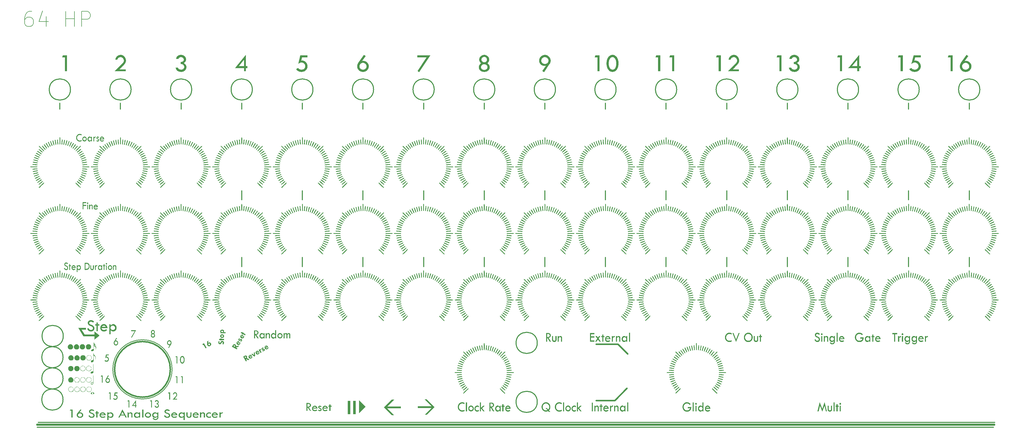
<source format=gbr>
%TF.GenerationSoftware,KiCad,Pcbnew,7.0.9*%
%TF.CreationDate,2024-01-02T10:04:44-06:00*%
%TF.ProjectId,AnalogSequencerFaceplate,416e616c-6f67-4536-9571-75656e636572,rev?*%
%TF.SameCoordinates,Original*%
%TF.FileFunction,Legend,Top*%
%TF.FilePolarity,Positive*%
%FSLAX46Y46*%
G04 Gerber Fmt 4.6, Leading zero omitted, Abs format (unit mm)*
G04 Created by KiCad (PCBNEW 7.0.9) date 2024-01-02 10:04:44*
%MOMM*%
%LPD*%
G01*
G04 APERTURE LIST*
%ADD10C,0.300000*%
%ADD11C,0.500000*%
%ADD12C,0.700000*%
%ADD13C,0.250000*%
%ADD14C,0.518750*%
%ADD15C,0.625000*%
%ADD16C,1.000000*%
%ADD17C,0.150000*%
%ADD18C,0.375000*%
G04 APERTURE END LIST*
D10*
X217500000Y-126500000D02*
X217500000Y-129500000D01*
X177500000Y-97500000D02*
X177500000Y-99500000D01*
X357500000Y-151550000D02*
X357500000Y-148500000D01*
X181000000Y-93000000D02*
G75*
G03*
X181000000Y-93000000I-3500000J0D01*
G01*
X377500000Y-151550000D02*
X377500000Y-148500000D01*
X161000000Y-93000000D02*
G75*
G03*
X161000000Y-93000000I-3500000J0D01*
G01*
X101000000Y-93000000D02*
G75*
G03*
X101000000Y-93000000I-3500000J0D01*
G01*
X217500000Y-151550000D02*
X217500000Y-148500000D01*
X377500000Y-97500000D02*
X377500000Y-99500000D01*
X297500000Y-97500000D02*
X297500000Y-99500000D01*
X257500000Y-151550000D02*
X257500000Y-148500000D01*
X117500000Y-97500000D02*
X117500000Y-99500000D01*
X277500000Y-126500000D02*
X277500000Y-129500000D01*
X337500000Y-97500000D02*
X337500000Y-99500000D01*
X78550000Y-181500000D02*
G75*
G03*
X78550000Y-181500000I-3500000J0D01*
G01*
X297500000Y-151550000D02*
X297500000Y-148500000D01*
X381000000Y-93000000D02*
G75*
G03*
X381000000Y-93000000I-3500000J0D01*
G01*
X197500000Y-97500000D02*
X197500000Y-99500000D01*
D11*
X254400000Y-177200000D02*
X261600000Y-177200000D01*
D10*
X241000000Y-93000000D02*
G75*
G03*
X241000000Y-93000000I-3500000J0D01*
G01*
X301000000Y-93000000D02*
G75*
G03*
X301000000Y-93000000I-3500000J0D01*
G01*
X157500000Y-126500000D02*
X157500000Y-129500000D01*
X257500000Y-126500000D02*
X257500000Y-129500000D01*
D12*
X70000000Y-203800000D02*
X385750000Y-203800000D01*
D10*
X137500000Y-151550000D02*
X137500000Y-148500000D01*
X237500000Y-151550000D02*
X237500000Y-148500000D01*
X177500000Y-126500000D02*
X177500000Y-129500000D01*
X121000000Y-93000000D02*
G75*
G03*
X121000000Y-93000000I-3500000J0D01*
G01*
X317500000Y-97500000D02*
X317500000Y-99500000D01*
X81000000Y-93000000D02*
G75*
G03*
X81000000Y-93000000I-3500000J0D01*
G01*
X317500000Y-126500000D02*
X317500000Y-129500000D01*
X217500000Y-97500000D02*
X217500000Y-99500000D01*
X357500000Y-97500000D02*
X357500000Y-99500000D01*
X277500000Y-151550000D02*
X277500000Y-148500000D01*
D11*
X113950000Y-185500000D02*
G75*
G03*
X113950000Y-185500000I-9200000J0D01*
G01*
D10*
X221000000Y-93000000D02*
G75*
G03*
X221000000Y-93000000I-3500000J0D01*
G01*
X361000000Y-93000000D02*
G75*
G03*
X361000000Y-93000000I-3500000J0D01*
G01*
D11*
X254400000Y-195794966D02*
X260592465Y-195794966D01*
D10*
X137500000Y-97500000D02*
X137500000Y-99500000D01*
X137500000Y-126500000D02*
X137500000Y-129500000D01*
X97500000Y-97500000D02*
X97500000Y-99500000D01*
D11*
X260592465Y-195794966D02*
X264607535Y-191779896D01*
D10*
X197500000Y-151550000D02*
X197500000Y-148500000D01*
X157500000Y-151550000D02*
X157500000Y-148500000D01*
X177500000Y-151550000D02*
X177500000Y-148500000D01*
D13*
X114550000Y-185500000D02*
G75*
G03*
X114550000Y-185500000I-9800000J0D01*
G01*
D10*
X357500000Y-126500000D02*
X357500000Y-129500000D01*
D11*
X261600000Y-177200000D02*
X264814214Y-180414214D01*
D10*
X337500000Y-151550000D02*
X337500000Y-148500000D01*
X297500000Y-126500000D02*
X297500000Y-129500000D01*
X201000000Y-93000000D02*
G75*
G03*
X201000000Y-93000000I-3500000J0D01*
G01*
X257500000Y-97500000D02*
X257500000Y-99500000D01*
X235000000Y-176750000D02*
G75*
G03*
X235000000Y-176750000I-3500000J0D01*
G01*
X237500000Y-126500000D02*
X237500000Y-129500000D01*
X341000000Y-93000000D02*
G75*
G03*
X341000000Y-93000000I-3500000J0D01*
G01*
X141000000Y-93000000D02*
G75*
G03*
X141000000Y-93000000I-3500000J0D01*
G01*
X70000000Y-204600000D02*
X385500000Y-204600000D01*
X321000000Y-93000000D02*
G75*
G03*
X321000000Y-93000000I-3500000J0D01*
G01*
X317500000Y-151550000D02*
X317500000Y-148500000D01*
X237500000Y-97500000D02*
X237500000Y-99500000D01*
X78550000Y-188500000D02*
G75*
G03*
X78550000Y-188500000I-3500000J0D01*
G01*
X281000000Y-93000000D02*
G75*
G03*
X281000000Y-93000000I-3500000J0D01*
G01*
X78550000Y-195483689D02*
G75*
G03*
X78550000Y-195483689I-3500000J0D01*
G01*
X337500000Y-126500000D02*
X337500000Y-129500000D01*
X157500000Y-97500000D02*
X157500000Y-99500000D01*
X197500000Y-126500000D02*
X197500000Y-129500000D01*
X377500000Y-126500000D02*
X377500000Y-129500000D01*
X277500000Y-97500000D02*
X277500000Y-99500000D01*
X70400000Y-203000000D02*
X385900000Y-203000000D01*
X235000000Y-196250000D02*
G75*
G03*
X235000000Y-196250000I-3500000J0D01*
G01*
X77500000Y-97500000D02*
X77500000Y-99500000D01*
X78626777Y-174473223D02*
G75*
G03*
X78626777Y-174473223I-3500000J0D01*
G01*
X261000000Y-93000000D02*
G75*
G03*
X261000000Y-93000000I-3500000J0D01*
G01*
D11*
G36*
X159446957Y-196619705D02*
G01*
X159498225Y-196622118D01*
X159548257Y-196626139D01*
X159597052Y-196631769D01*
X159644611Y-196639008D01*
X159690933Y-196647855D01*
X159736019Y-196658310D01*
X159779868Y-196670375D01*
X159822481Y-196684047D01*
X159863857Y-196699329D01*
X159903997Y-196716219D01*
X159942900Y-196734717D01*
X159980567Y-196754824D01*
X160016997Y-196776540D01*
X160052191Y-196799864D01*
X160086148Y-196824797D01*
X160118446Y-196850892D01*
X160148659Y-196877886D01*
X160176789Y-196905778D01*
X160202835Y-196934569D01*
X160226798Y-196964259D01*
X160248677Y-196994847D01*
X160268472Y-197026335D01*
X160286183Y-197058721D01*
X160301811Y-197092005D01*
X160315355Y-197126189D01*
X160326815Y-197161271D01*
X160336192Y-197197252D01*
X160343485Y-197234132D01*
X160348694Y-197271910D01*
X160351820Y-197310588D01*
X160352862Y-197350163D01*
X160352186Y-197381989D01*
X160350160Y-197413350D01*
X160346782Y-197444248D01*
X160342054Y-197474682D01*
X160335975Y-197504652D01*
X160328544Y-197534158D01*
X160319763Y-197563201D01*
X160309631Y-197591781D01*
X160298147Y-197619896D01*
X160285313Y-197647548D01*
X160271128Y-197674736D01*
X160255592Y-197701461D01*
X160238705Y-197727722D01*
X160220467Y-197753519D01*
X160200878Y-197778853D01*
X160179938Y-197803722D01*
X160157564Y-197827814D01*
X160133673Y-197850995D01*
X160108265Y-197873266D01*
X160081340Y-197894627D01*
X160052898Y-197915077D01*
X160022939Y-197934618D01*
X159991463Y-197953248D01*
X159958470Y-197970968D01*
X159923961Y-197987778D01*
X159887934Y-198003677D01*
X159850390Y-198018667D01*
X159811329Y-198032746D01*
X159770752Y-198045915D01*
X159728657Y-198058174D01*
X159685045Y-198069523D01*
X159639917Y-198079961D01*
X160404153Y-199245000D01*
X159994557Y-199245000D01*
X159264760Y-198119528D01*
X159184160Y-198119528D01*
X159184160Y-199245000D01*
X158825855Y-199245000D01*
X158825855Y-196900268D01*
X159184160Y-196900268D01*
X159184160Y-197838161D01*
X159232981Y-197838677D01*
X159280253Y-197838209D01*
X159325975Y-197836759D01*
X159370147Y-197834325D01*
X159412769Y-197830909D01*
X159453841Y-197826509D01*
X159493363Y-197821125D01*
X159531336Y-197814759D01*
X159567758Y-197807410D01*
X159602631Y-197799077D01*
X159635953Y-197789761D01*
X159667726Y-197779462D01*
X159697949Y-197768180D01*
X159726622Y-197755915D01*
X159753745Y-197742666D01*
X159803342Y-197713220D01*
X159846739Y-197679841D01*
X159883936Y-197642529D01*
X159914934Y-197601284D01*
X159939732Y-197556107D01*
X159958331Y-197506997D01*
X159970730Y-197453954D01*
X159976930Y-197396979D01*
X159977705Y-197367016D01*
X159976887Y-197335553D01*
X159974433Y-197305184D01*
X159970344Y-197275910D01*
X159962347Y-197238581D01*
X159951442Y-197203198D01*
X159937629Y-197169761D01*
X159920907Y-197138271D01*
X159901278Y-197108727D01*
X159884648Y-197087847D01*
X159860594Y-197061652D01*
X159834594Y-197037655D01*
X159806647Y-197015856D01*
X159776754Y-196996256D01*
X159744914Y-196978853D01*
X159711129Y-196963649D01*
X159675397Y-196950643D01*
X159637719Y-196939836D01*
X159607461Y-196932764D01*
X159574667Y-196926389D01*
X159539335Y-196920709D01*
X159501465Y-196915724D01*
X159461059Y-196911435D01*
X159418115Y-196907842D01*
X159388076Y-196905832D01*
X159356909Y-196904132D01*
X159324615Y-196902741D01*
X159291192Y-196901659D01*
X159256642Y-196900886D01*
X159220965Y-196900423D01*
X159184160Y-196900268D01*
X158825855Y-196900268D01*
X158825855Y-196618900D01*
X159394453Y-196618900D01*
X159446957Y-196619705D01*
G37*
G36*
X161629321Y-197510969D02*
G01*
X161673971Y-197514180D01*
X161717798Y-197519533D01*
X161760800Y-197527026D01*
X161802977Y-197536660D01*
X161844331Y-197548435D01*
X161884860Y-197562351D01*
X161924564Y-197578408D01*
X161963445Y-197596606D01*
X162001501Y-197616945D01*
X162038733Y-197639425D01*
X162075140Y-197664046D01*
X162110723Y-197690808D01*
X162145482Y-197719711D01*
X162179416Y-197750754D01*
X162212527Y-197783939D01*
X162244189Y-197818829D01*
X162273778Y-197854991D01*
X162301296Y-197892423D01*
X162326741Y-197931126D01*
X162350114Y-197971099D01*
X162371414Y-198012344D01*
X162390643Y-198054859D01*
X162407799Y-198098646D01*
X162422883Y-198143703D01*
X162435894Y-198190031D01*
X162446834Y-198237629D01*
X162455701Y-198286499D01*
X162462496Y-198336639D01*
X162467219Y-198388051D01*
X162469869Y-198440733D01*
X162470447Y-198494685D01*
X161019645Y-198494685D01*
X161026067Y-198524673D01*
X161033429Y-198553636D01*
X161046232Y-198595159D01*
X161061147Y-198634376D01*
X161078174Y-198671288D01*
X161097314Y-198705894D01*
X161118566Y-198738195D01*
X161141930Y-198768191D01*
X161167407Y-198795881D01*
X161194996Y-198821265D01*
X161224697Y-198844344D01*
X161235067Y-198851524D01*
X161266792Y-198871559D01*
X161299046Y-198889623D01*
X161331828Y-198905717D01*
X161365138Y-198919840D01*
X161398975Y-198931992D01*
X161433341Y-198942174D01*
X161468235Y-198950385D01*
X161503658Y-198956625D01*
X161539608Y-198960895D01*
X161576086Y-198963194D01*
X161600698Y-198963632D01*
X161638414Y-198962899D01*
X161675356Y-198960701D01*
X161711526Y-198957037D01*
X161746923Y-198951908D01*
X161781548Y-198945314D01*
X161815399Y-198937254D01*
X161848478Y-198927728D01*
X161880784Y-198916737D01*
X161912317Y-198904281D01*
X161943077Y-198890359D01*
X161973065Y-198874972D01*
X162002279Y-198858119D01*
X162030721Y-198839801D01*
X162058390Y-198820017D01*
X162085287Y-198798768D01*
X162111410Y-198776053D01*
X162373727Y-198973890D01*
X162336123Y-199018077D01*
X162296951Y-199059413D01*
X162256210Y-199097899D01*
X162213901Y-199133533D01*
X162170023Y-199166317D01*
X162124576Y-199196250D01*
X162077561Y-199223332D01*
X162028978Y-199247564D01*
X161978826Y-199268945D01*
X161927106Y-199287475D01*
X161873817Y-199303154D01*
X161818960Y-199315983D01*
X161762534Y-199325960D01*
X161704540Y-199333087D01*
X161674954Y-199335582D01*
X161644977Y-199337363D01*
X161614607Y-199338432D01*
X161583846Y-199338789D01*
X161536974Y-199337755D01*
X161491064Y-199334656D01*
X161446116Y-199329489D01*
X161402129Y-199322257D01*
X161359104Y-199312957D01*
X161317041Y-199301591D01*
X161275939Y-199288159D01*
X161235800Y-199272660D01*
X161196621Y-199255095D01*
X161158405Y-199235463D01*
X161121150Y-199213764D01*
X161084857Y-199189999D01*
X161049526Y-199164168D01*
X161015157Y-199136269D01*
X160981749Y-199106305D01*
X160949303Y-199074274D01*
X160918336Y-199040708D01*
X160889368Y-199006141D01*
X160862397Y-198970573D01*
X160837424Y-198934002D01*
X160814449Y-198896430D01*
X160793472Y-198857856D01*
X160774493Y-198818280D01*
X160757511Y-198777702D01*
X160742527Y-198736122D01*
X160729541Y-198693541D01*
X160718553Y-198649958D01*
X160709563Y-198605373D01*
X160702571Y-198559787D01*
X160697576Y-198513198D01*
X160694579Y-198465608D01*
X160693580Y-198417016D01*
X160694591Y-198371421D01*
X160697622Y-198326593D01*
X160702674Y-198282532D01*
X160709746Y-198239238D01*
X160715288Y-198213318D01*
X161056281Y-198213318D01*
X162095290Y-198213318D01*
X162073028Y-198173567D01*
X162049472Y-198136381D01*
X162024622Y-198101760D01*
X161998478Y-198069703D01*
X161971041Y-198040211D01*
X161942310Y-198013283D01*
X161912285Y-197988920D01*
X161880967Y-197967121D01*
X161848355Y-197947887D01*
X161814449Y-197931217D01*
X161779249Y-197917112D01*
X161742756Y-197905572D01*
X161704969Y-197896596D01*
X161665888Y-197890184D01*
X161625514Y-197886338D01*
X161583846Y-197885055D01*
X161538594Y-197886338D01*
X161494979Y-197890184D01*
X161453002Y-197896596D01*
X161412662Y-197905572D01*
X161373959Y-197917112D01*
X161336893Y-197931217D01*
X161301465Y-197947887D01*
X161267673Y-197967121D01*
X161235519Y-197988920D01*
X161205002Y-198013283D01*
X161176122Y-198040211D01*
X161148880Y-198069703D01*
X161123274Y-198101760D01*
X161099306Y-198136381D01*
X161076975Y-198173567D01*
X161056281Y-198213318D01*
X160715288Y-198213318D01*
X160718839Y-198196711D01*
X160729953Y-198154951D01*
X160743088Y-198113959D01*
X160758244Y-198073733D01*
X160775420Y-198034274D01*
X160794617Y-197995583D01*
X160815834Y-197957658D01*
X160839073Y-197920501D01*
X160864332Y-197884111D01*
X160891612Y-197848488D01*
X160920912Y-197813631D01*
X160952234Y-197779542D01*
X160985012Y-197746890D01*
X161018683Y-197716345D01*
X161053247Y-197687906D01*
X161088704Y-197661573D01*
X161125054Y-197637347D01*
X161162298Y-197615228D01*
X161200434Y-197595215D01*
X161239463Y-197577309D01*
X161279385Y-197561510D01*
X161320201Y-197547817D01*
X161361909Y-197536231D01*
X161404510Y-197526751D01*
X161448005Y-197519378D01*
X161492392Y-197514112D01*
X161537672Y-197510952D01*
X161583846Y-197509898D01*
X161629321Y-197510969D01*
G37*
G36*
X163835520Y-197768551D02*
G01*
X163596651Y-197978845D01*
X163568179Y-197964974D01*
X163540923Y-197952212D01*
X163509823Y-197938361D01*
X163480473Y-197926108D01*
X163452876Y-197915452D01*
X163435451Y-197909235D01*
X163404731Y-197899814D01*
X163371557Y-197892706D01*
X163341169Y-197888456D01*
X163308978Y-197885905D01*
X163274983Y-197885055D01*
X163235961Y-197886453D01*
X163200777Y-197890645D01*
X163169431Y-197897633D01*
X163133608Y-197911297D01*
X163104608Y-197929930D01*
X163082431Y-197953532D01*
X163067078Y-197982103D01*
X163058549Y-198015642D01*
X163056630Y-198044057D01*
X163063392Y-198079349D01*
X163078539Y-198106963D01*
X163102341Y-198134028D01*
X163125873Y-198153967D01*
X163154273Y-198173596D01*
X163187542Y-198192916D01*
X163225680Y-198211927D01*
X163253810Y-198224429D01*
X163284104Y-198236794D01*
X163316561Y-198249021D01*
X163333601Y-198255083D01*
X163367616Y-198267308D01*
X163400417Y-198279801D01*
X163432004Y-198292564D01*
X163462378Y-198305596D01*
X163491539Y-198318896D01*
X163519485Y-198332466D01*
X163546219Y-198346305D01*
X163584043Y-198367568D01*
X163619136Y-198389436D01*
X163651500Y-198411909D01*
X163681132Y-198434988D01*
X163708034Y-198458672D01*
X163732206Y-198482962D01*
X163753943Y-198508031D01*
X163773542Y-198534052D01*
X163791003Y-198561027D01*
X163806326Y-198588956D01*
X163819511Y-198617837D01*
X163830557Y-198647671D01*
X163839466Y-198678459D01*
X163846237Y-198710199D01*
X163850869Y-198742893D01*
X163853363Y-198776540D01*
X163853839Y-198799501D01*
X163852299Y-198839678D01*
X163847682Y-198878876D01*
X163839986Y-198917095D01*
X163829212Y-198954335D01*
X163815360Y-198990597D01*
X163798429Y-199025879D01*
X163778420Y-199060183D01*
X163755332Y-199093508D01*
X163729167Y-199125854D01*
X163699923Y-199157221D01*
X163678716Y-199177588D01*
X163656583Y-199197109D01*
X163622470Y-199224028D01*
X163587263Y-199248114D01*
X163550961Y-199269366D01*
X163513563Y-199287784D01*
X163475072Y-199303369D01*
X163435485Y-199316120D01*
X163394803Y-199326038D01*
X163353027Y-199333122D01*
X163310156Y-199337372D01*
X163266190Y-199338789D01*
X163221634Y-199337489D01*
X163178091Y-199333591D01*
X163135561Y-199327094D01*
X163094045Y-199317998D01*
X163053542Y-199306303D01*
X163014052Y-199292009D01*
X162975575Y-199275116D01*
X162938111Y-199255624D01*
X162901661Y-199233533D01*
X162866224Y-199208844D01*
X162831800Y-199181556D01*
X162798389Y-199151668D01*
X162765991Y-199119182D01*
X162734607Y-199084097D01*
X162704236Y-199046413D01*
X162674878Y-199006130D01*
X162957712Y-198869842D01*
X162985580Y-198886604D01*
X163013679Y-198901716D01*
X163042011Y-198915180D01*
X163070575Y-198926995D01*
X163099370Y-198937162D01*
X163128397Y-198945680D01*
X163157656Y-198952549D01*
X163187147Y-198957770D01*
X163216870Y-198961342D01*
X163246825Y-198963265D01*
X163266923Y-198963632D01*
X163300837Y-198962165D01*
X163333427Y-198957764D01*
X163364693Y-198950430D01*
X163394635Y-198940162D01*
X163423254Y-198926960D01*
X163450549Y-198910824D01*
X163461096Y-198903548D01*
X163485160Y-198884289D01*
X163508653Y-198859903D01*
X163526273Y-198834126D01*
X163538020Y-198806957D01*
X163544301Y-198773503D01*
X163544627Y-198763597D01*
X163540059Y-198729033D01*
X163526355Y-198695682D01*
X163503514Y-198663545D01*
X163480388Y-198640239D01*
X163452123Y-198617615D01*
X163418719Y-198595674D01*
X163380175Y-198574415D01*
X163351625Y-198560622D01*
X163320790Y-198547133D01*
X163287671Y-198533947D01*
X163252268Y-198521064D01*
X163216425Y-198508184D01*
X163181984Y-198495189D01*
X163148945Y-198482080D01*
X163117309Y-198468857D01*
X163087075Y-198455519D01*
X163058244Y-198442066D01*
X163030816Y-198428499D01*
X163004789Y-198414818D01*
X162968380Y-198394081D01*
X162935126Y-198373087D01*
X162905027Y-198351835D01*
X162878085Y-198330325D01*
X162854297Y-198308558D01*
X162847070Y-198301245D01*
X162827035Y-198278643D01*
X162808971Y-198255075D01*
X162792877Y-198230540D01*
X162774484Y-198196325D01*
X162759595Y-198160393D01*
X162750727Y-198132317D01*
X162743830Y-198103275D01*
X162738903Y-198073266D01*
X162735947Y-198042292D01*
X162734962Y-198010352D01*
X162736366Y-197970729D01*
X162740578Y-197932368D01*
X162747597Y-197895269D01*
X162757425Y-197859433D01*
X162770060Y-197824859D01*
X162785503Y-197791547D01*
X162803754Y-197759497D01*
X162824813Y-197728709D01*
X162848680Y-197699184D01*
X162875354Y-197670921D01*
X162894697Y-197652780D01*
X162925362Y-197627246D01*
X162957457Y-197604223D01*
X162990981Y-197583711D01*
X163025935Y-197565712D01*
X163062319Y-197550223D01*
X163100133Y-197537247D01*
X163139376Y-197526782D01*
X163180049Y-197518828D01*
X163222151Y-197513387D01*
X163265684Y-197510456D01*
X163295499Y-197509898D01*
X163325859Y-197510909D01*
X163356671Y-197513940D01*
X163387935Y-197518992D01*
X163419651Y-197526064D01*
X163451820Y-197535157D01*
X163484440Y-197546271D01*
X163517513Y-197559406D01*
X163551039Y-197574562D01*
X163585016Y-197591738D01*
X163619446Y-197610935D01*
X163654327Y-197632152D01*
X163689662Y-197655391D01*
X163725448Y-197680650D01*
X163761687Y-197707930D01*
X163798377Y-197737230D01*
X163835520Y-197768551D01*
G37*
G36*
X165064352Y-197510969D02*
G01*
X165109003Y-197514180D01*
X165152829Y-197519533D01*
X165195831Y-197527026D01*
X165238009Y-197536660D01*
X165279362Y-197548435D01*
X165319891Y-197562351D01*
X165359596Y-197578408D01*
X165398476Y-197596606D01*
X165436532Y-197616945D01*
X165473764Y-197639425D01*
X165510171Y-197664046D01*
X165545755Y-197690808D01*
X165580513Y-197719711D01*
X165614448Y-197750754D01*
X165647558Y-197783939D01*
X165679220Y-197818829D01*
X165708810Y-197854991D01*
X165736327Y-197892423D01*
X165761772Y-197931126D01*
X165785145Y-197971099D01*
X165806446Y-198012344D01*
X165825674Y-198054859D01*
X165842830Y-198098646D01*
X165857914Y-198143703D01*
X165870926Y-198190031D01*
X165881865Y-198237629D01*
X165890732Y-198286499D01*
X165897527Y-198336639D01*
X165902250Y-198388051D01*
X165904900Y-198440733D01*
X165905479Y-198494685D01*
X164454676Y-198494685D01*
X164461099Y-198524673D01*
X164468460Y-198553636D01*
X164481263Y-198595159D01*
X164496178Y-198634376D01*
X164513206Y-198671288D01*
X164532345Y-198705894D01*
X164553597Y-198738195D01*
X164576962Y-198768191D01*
X164602438Y-198795881D01*
X164630027Y-198821265D01*
X164659728Y-198844344D01*
X164670098Y-198851524D01*
X164701824Y-198871559D01*
X164734077Y-198889623D01*
X164766859Y-198905717D01*
X164800169Y-198919840D01*
X164834007Y-198931992D01*
X164868373Y-198942174D01*
X164903267Y-198950385D01*
X164938689Y-198956625D01*
X164974639Y-198960895D01*
X165011117Y-198963194D01*
X165035730Y-198963632D01*
X165073445Y-198962899D01*
X165110388Y-198960701D01*
X165146558Y-198957037D01*
X165181955Y-198951908D01*
X165216579Y-198945314D01*
X165250431Y-198937254D01*
X165283509Y-198927728D01*
X165315815Y-198916737D01*
X165347348Y-198904281D01*
X165378109Y-198890359D01*
X165408096Y-198874972D01*
X165437311Y-198858119D01*
X165465753Y-198839801D01*
X165493422Y-198820017D01*
X165520318Y-198798768D01*
X165546442Y-198776053D01*
X165808758Y-198973890D01*
X165771154Y-199018077D01*
X165731982Y-199059413D01*
X165691241Y-199097899D01*
X165648932Y-199133533D01*
X165605054Y-199166317D01*
X165559608Y-199196250D01*
X165512593Y-199223332D01*
X165464010Y-199247564D01*
X165413858Y-199268945D01*
X165362137Y-199287475D01*
X165308849Y-199303154D01*
X165253991Y-199315983D01*
X165197565Y-199325960D01*
X165139571Y-199333087D01*
X165109986Y-199335582D01*
X165080008Y-199337363D01*
X165049639Y-199338432D01*
X165018877Y-199338789D01*
X164972005Y-199337755D01*
X164926095Y-199334656D01*
X164881147Y-199329489D01*
X164837160Y-199322257D01*
X164794135Y-199312957D01*
X164752072Y-199301591D01*
X164710971Y-199288159D01*
X164670831Y-199272660D01*
X164631653Y-199255095D01*
X164593436Y-199235463D01*
X164556182Y-199213764D01*
X164519889Y-199189999D01*
X164484558Y-199164168D01*
X164450188Y-199136269D01*
X164416780Y-199106305D01*
X164384334Y-199074274D01*
X164353368Y-199040708D01*
X164324399Y-199006141D01*
X164297428Y-198970573D01*
X164272456Y-198934002D01*
X164249481Y-198896430D01*
X164228503Y-198857856D01*
X164209524Y-198818280D01*
X164192542Y-198777702D01*
X164177559Y-198736122D01*
X164164573Y-198693541D01*
X164153585Y-198649958D01*
X164144594Y-198605373D01*
X164137602Y-198559787D01*
X164132607Y-198513198D01*
X164129611Y-198465608D01*
X164128612Y-198417016D01*
X164129622Y-198371421D01*
X164132653Y-198326593D01*
X164137705Y-198282532D01*
X164144778Y-198239238D01*
X164150320Y-198213318D01*
X164491312Y-198213318D01*
X165530321Y-198213318D01*
X165508059Y-198173567D01*
X165484503Y-198136381D01*
X165459653Y-198101760D01*
X165433510Y-198069703D01*
X165406072Y-198040211D01*
X165377342Y-198013283D01*
X165347317Y-197988920D01*
X165315998Y-197967121D01*
X165283386Y-197947887D01*
X165249480Y-197931217D01*
X165214281Y-197917112D01*
X165177787Y-197905572D01*
X165140000Y-197896596D01*
X165100920Y-197890184D01*
X165060545Y-197886338D01*
X165018877Y-197885055D01*
X164973625Y-197886338D01*
X164930011Y-197890184D01*
X164888033Y-197896596D01*
X164847693Y-197905572D01*
X164808990Y-197917112D01*
X164771925Y-197931217D01*
X164736496Y-197947887D01*
X164702705Y-197967121D01*
X164670550Y-197988920D01*
X164640033Y-198013283D01*
X164611154Y-198040211D01*
X164583911Y-198069703D01*
X164558306Y-198101760D01*
X164534337Y-198136381D01*
X164512006Y-198173567D01*
X164491312Y-198213318D01*
X164150320Y-198213318D01*
X164153871Y-198196711D01*
X164164985Y-198154951D01*
X164178120Y-198113959D01*
X164193275Y-198073733D01*
X164210451Y-198034274D01*
X164229648Y-197995583D01*
X164250866Y-197957658D01*
X164274104Y-197920501D01*
X164299363Y-197884111D01*
X164326643Y-197848488D01*
X164355944Y-197813631D01*
X164387265Y-197779542D01*
X164420043Y-197746890D01*
X164453714Y-197716345D01*
X164488278Y-197687906D01*
X164523736Y-197661573D01*
X164560086Y-197637347D01*
X164597329Y-197615228D01*
X164635465Y-197595215D01*
X164674495Y-197577309D01*
X164714417Y-197561510D01*
X164755232Y-197547817D01*
X164796940Y-197536231D01*
X164839542Y-197526751D01*
X164883036Y-197519378D01*
X164927423Y-197514112D01*
X164972704Y-197510952D01*
X165018877Y-197509898D01*
X165064352Y-197510969D01*
G37*
G36*
X166421319Y-197087847D02*
G01*
X166779624Y-197087847D01*
X166779624Y-197556793D01*
X167134264Y-197556793D01*
X167134264Y-197885055D01*
X166779624Y-197885055D01*
X166779624Y-199245000D01*
X166421319Y-199245000D01*
X166421319Y-197885055D01*
X166138486Y-197885055D01*
X166138486Y-197556793D01*
X166421319Y-197556793D01*
X166421319Y-197087847D01*
G37*
G36*
X237909894Y-196378062D02*
G01*
X237946368Y-196379377D01*
X237982520Y-196381569D01*
X238018350Y-196384638D01*
X238053858Y-196388584D01*
X238089044Y-196393406D01*
X238123908Y-196399106D01*
X238158450Y-196405682D01*
X238192670Y-196413135D01*
X238226568Y-196421465D01*
X238260144Y-196430672D01*
X238293398Y-196440756D01*
X238326330Y-196451716D01*
X238358940Y-196463554D01*
X238391228Y-196476268D01*
X238423194Y-196489859D01*
X238454838Y-196504327D01*
X238486160Y-196519672D01*
X238517160Y-196535893D01*
X238547838Y-196552992D01*
X238578194Y-196570967D01*
X238608228Y-196589819D01*
X238637940Y-196609548D01*
X238667330Y-196630154D01*
X238696398Y-196651636D01*
X238725144Y-196673996D01*
X238753568Y-196697232D01*
X238781670Y-196721345D01*
X238809450Y-196746335D01*
X238836908Y-196772202D01*
X238864044Y-196798946D01*
X238890858Y-196826566D01*
X238917140Y-196854745D01*
X238942587Y-196883263D01*
X238967200Y-196912122D01*
X238990978Y-196941321D01*
X239013923Y-196970859D01*
X239036033Y-197000738D01*
X239057308Y-197030957D01*
X239077749Y-197061516D01*
X239097356Y-197092414D01*
X239116129Y-197123653D01*
X239134067Y-197155232D01*
X239151171Y-197187151D01*
X239167441Y-197219410D01*
X239182876Y-197252009D01*
X239197477Y-197284948D01*
X239211243Y-197318227D01*
X239224176Y-197351846D01*
X239236274Y-197385805D01*
X239247537Y-197420104D01*
X239257966Y-197454743D01*
X239267561Y-197489723D01*
X239276322Y-197525042D01*
X239284248Y-197560701D01*
X239291340Y-197596700D01*
X239297597Y-197633040D01*
X239303021Y-197669719D01*
X239307609Y-197706739D01*
X239311364Y-197744098D01*
X239314284Y-197781797D01*
X239316370Y-197819837D01*
X239317621Y-197858216D01*
X239318039Y-197896936D01*
X239317594Y-197940781D01*
X239316258Y-197984160D01*
X239314033Y-198027074D01*
X239310917Y-198069521D01*
X239306912Y-198111502D01*
X239302016Y-198153018D01*
X239296230Y-198194067D01*
X239289554Y-198234651D01*
X239281988Y-198274768D01*
X239273531Y-198314419D01*
X239264185Y-198353605D01*
X239253948Y-198392325D01*
X239242821Y-198430578D01*
X239230804Y-198468366D01*
X239217897Y-198505687D01*
X239204099Y-198542543D01*
X239189412Y-198578933D01*
X239173834Y-198614857D01*
X239157366Y-198650314D01*
X239140008Y-198685306D01*
X239121760Y-198719832D01*
X239102622Y-198753892D01*
X239082594Y-198787486D01*
X239061675Y-198820614D01*
X239039867Y-198853275D01*
X239017168Y-198885471D01*
X238993579Y-198917201D01*
X238969100Y-198948466D01*
X238943730Y-198979264D01*
X238917471Y-199009596D01*
X238890321Y-199039462D01*
X238862281Y-199068862D01*
X239274808Y-199575837D01*
X238806594Y-199575837D01*
X238573586Y-199285676D01*
X238527110Y-199308320D01*
X238480919Y-199329503D01*
X238435015Y-199349225D01*
X238389397Y-199367485D01*
X238344065Y-199384286D01*
X238299019Y-199399625D01*
X238254260Y-199413503D01*
X238209787Y-199425921D01*
X238165600Y-199436877D01*
X238121699Y-199446373D01*
X238078084Y-199454408D01*
X238034756Y-199460982D01*
X237991714Y-199466095D01*
X237948958Y-199469747D01*
X237906489Y-199471938D01*
X237864305Y-199472669D01*
X237826748Y-199472222D01*
X237789547Y-199470880D01*
X237752702Y-199468645D01*
X237716214Y-199465515D01*
X237680082Y-199461492D01*
X237644306Y-199456574D01*
X237608887Y-199450762D01*
X237573824Y-199444056D01*
X237539118Y-199436455D01*
X237504767Y-199427961D01*
X237470773Y-199418572D01*
X237437136Y-199408289D01*
X237403855Y-199397112D01*
X237370930Y-199385041D01*
X237338361Y-199372076D01*
X237306149Y-199358216D01*
X237274293Y-199343463D01*
X237242794Y-199327815D01*
X237211651Y-199311273D01*
X237180864Y-199293837D01*
X237150434Y-199275507D01*
X237120360Y-199256282D01*
X237090642Y-199236164D01*
X237061281Y-199215151D01*
X237032275Y-199193244D01*
X237003627Y-199170443D01*
X236975334Y-199146748D01*
X236947398Y-199122159D01*
X236919819Y-199096675D01*
X236892596Y-199070298D01*
X236865729Y-199043026D01*
X236839218Y-199014860D01*
X236813297Y-198986008D01*
X236788199Y-198956781D01*
X236763924Y-198927177D01*
X236740471Y-198897196D01*
X236717842Y-198866840D01*
X236696035Y-198836107D01*
X236675052Y-198804998D01*
X236654891Y-198773513D01*
X236635553Y-198741651D01*
X236617038Y-198709414D01*
X236599346Y-198676800D01*
X236582477Y-198643810D01*
X236566430Y-198610443D01*
X236551207Y-198576701D01*
X236536806Y-198542582D01*
X236523229Y-198508087D01*
X236510474Y-198473215D01*
X236498542Y-198437968D01*
X236487433Y-198402344D01*
X236477147Y-198366344D01*
X236467684Y-198329967D01*
X236459043Y-198293215D01*
X236451226Y-198256086D01*
X236444231Y-198218581D01*
X236438060Y-198180700D01*
X236432711Y-198142442D01*
X236428185Y-198103808D01*
X236424482Y-198064798D01*
X236421602Y-198025412D01*
X236419545Y-197985650D01*
X236418310Y-197945511D01*
X236418128Y-197927564D01*
X236797452Y-197927564D01*
X236798683Y-197986144D01*
X236802375Y-198043603D01*
X236808529Y-198099941D01*
X236817145Y-198155159D01*
X236828221Y-198209255D01*
X236841760Y-198262231D01*
X236857759Y-198314086D01*
X236876221Y-198364820D01*
X236897144Y-198414433D01*
X236920528Y-198462925D01*
X236946374Y-198510297D01*
X236974681Y-198556547D01*
X237005450Y-198601677D01*
X237038680Y-198645686D01*
X237074372Y-198688574D01*
X237112526Y-198730341D01*
X237152451Y-198770261D01*
X237193458Y-198807604D01*
X237235547Y-198842372D01*
X237278718Y-198874565D01*
X237322970Y-198904183D01*
X237368305Y-198931225D01*
X237414722Y-198955691D01*
X237462220Y-198977582D01*
X237510801Y-198996898D01*
X237560463Y-199013638D01*
X237611208Y-199027803D01*
X237663034Y-199039393D01*
X237715942Y-199048407D01*
X237769932Y-199054845D01*
X237825004Y-199058708D01*
X237881158Y-199059996D01*
X237917153Y-199059160D01*
X237953973Y-199056652D01*
X237991617Y-199052473D01*
X238030085Y-199046621D01*
X238069378Y-199039098D01*
X238109494Y-199029903D01*
X238150436Y-199019036D01*
X238192201Y-199006498D01*
X238220503Y-198997210D01*
X238249171Y-198987179D01*
X238278205Y-198976405D01*
X238307606Y-198964888D01*
X237730949Y-198286235D01*
X238198429Y-198286235D01*
X238604361Y-198762581D01*
X238644555Y-198717943D01*
X238682156Y-198672284D01*
X238717164Y-198625605D01*
X238749579Y-198577906D01*
X238779400Y-198529187D01*
X238806628Y-198479448D01*
X238831264Y-198428689D01*
X238853306Y-198376910D01*
X238872754Y-198324110D01*
X238889610Y-198270291D01*
X238903872Y-198215451D01*
X238915542Y-198159592D01*
X238924618Y-198102712D01*
X238931101Y-198044812D01*
X238934990Y-197985892D01*
X238936287Y-197925952D01*
X238935071Y-197866405D01*
X238931421Y-197808062D01*
X238925339Y-197750921D01*
X238916824Y-197694982D01*
X238905876Y-197640247D01*
X238892495Y-197586714D01*
X238876681Y-197534383D01*
X238858435Y-197483256D01*
X238837755Y-197433331D01*
X238814643Y-197384609D01*
X238789097Y-197337089D01*
X238761119Y-197290773D01*
X238730708Y-197245658D01*
X238697864Y-197201747D01*
X238662587Y-197159039D01*
X238624877Y-197117533D01*
X238585453Y-197077906D01*
X238544850Y-197040837D01*
X238503067Y-197006323D01*
X238460105Y-196974367D01*
X238415964Y-196944966D01*
X238370644Y-196918123D01*
X238324144Y-196893836D01*
X238276465Y-196872105D01*
X238227607Y-196852931D01*
X238177570Y-196836314D01*
X238126353Y-196822253D01*
X238073957Y-196810748D01*
X238020382Y-196801800D01*
X237965628Y-196795409D01*
X237909694Y-196791574D01*
X237852582Y-196790296D01*
X237798228Y-196791593D01*
X237744893Y-196795485D01*
X237692578Y-196801970D01*
X237641281Y-196811051D01*
X237591003Y-196822725D01*
X237541744Y-196836994D01*
X237493504Y-196853857D01*
X237446284Y-196873314D01*
X237400082Y-196895366D01*
X237354899Y-196920012D01*
X237310735Y-196947252D01*
X237267589Y-196977087D01*
X237225463Y-197009516D01*
X237184356Y-197044539D01*
X237144268Y-197082157D01*
X237105198Y-197122369D01*
X237067932Y-197164429D01*
X237033070Y-197207591D01*
X237000613Y-197251855D01*
X236970560Y-197297221D01*
X236942910Y-197343688D01*
X236917666Y-197391258D01*
X236894825Y-197439930D01*
X236874389Y-197489704D01*
X236856357Y-197540579D01*
X236840729Y-197592557D01*
X236827506Y-197645637D01*
X236816687Y-197699818D01*
X236808272Y-197755102D01*
X236802261Y-197811487D01*
X236798655Y-197868975D01*
X236797452Y-197927564D01*
X236418128Y-197927564D01*
X236417899Y-197904996D01*
X236418316Y-197865829D01*
X236419565Y-197827015D01*
X236421647Y-197788554D01*
X236424562Y-197750445D01*
X236428310Y-197712689D01*
X236432891Y-197675286D01*
X236438305Y-197638235D01*
X236444552Y-197601536D01*
X236451632Y-197565191D01*
X236459544Y-197529198D01*
X236468290Y-197493557D01*
X236477868Y-197458270D01*
X236488280Y-197423335D01*
X236499524Y-197388752D01*
X236511601Y-197354522D01*
X236524511Y-197320645D01*
X236538254Y-197287120D01*
X236552830Y-197253948D01*
X236568239Y-197221129D01*
X236584480Y-197188662D01*
X236601555Y-197156548D01*
X236619462Y-197124787D01*
X236638203Y-197093378D01*
X236657776Y-197062322D01*
X236678182Y-197031618D01*
X236699421Y-197001267D01*
X236721493Y-196971269D01*
X236744398Y-196941623D01*
X236768136Y-196912330D01*
X236792707Y-196883389D01*
X236818111Y-196854801D01*
X236844347Y-196826566D01*
X236871216Y-196798946D01*
X236898426Y-196772202D01*
X236925976Y-196746335D01*
X236953867Y-196721345D01*
X236982099Y-196697232D01*
X237010671Y-196673996D01*
X237039583Y-196651636D01*
X237068837Y-196630154D01*
X237098431Y-196609548D01*
X237128365Y-196589819D01*
X237158640Y-196570967D01*
X237189256Y-196552992D01*
X237220212Y-196535893D01*
X237251509Y-196519672D01*
X237283147Y-196504327D01*
X237315125Y-196489859D01*
X237347444Y-196476268D01*
X237380103Y-196463554D01*
X237413103Y-196451716D01*
X237446444Y-196440756D01*
X237480125Y-196430672D01*
X237514147Y-196421465D01*
X237548509Y-196413135D01*
X237583212Y-196405682D01*
X237618256Y-196399106D01*
X237653640Y-196393406D01*
X237689365Y-196388584D01*
X237725430Y-196384638D01*
X237761836Y-196381569D01*
X237798583Y-196379377D01*
X237835670Y-196378062D01*
X237873098Y-196377623D01*
X237909894Y-196378062D01*
G37*
G36*
X243047627Y-196583960D02*
G01*
X243047627Y-196996632D01*
X242994859Y-196971646D01*
X242942618Y-196948272D01*
X242890903Y-196926510D01*
X242839715Y-196906360D01*
X242789054Y-196887822D01*
X242738919Y-196870896D01*
X242689311Y-196855582D01*
X242640230Y-196841880D01*
X242591675Y-196829790D01*
X242543647Y-196819312D01*
X242496146Y-196810446D01*
X242449171Y-196803192D01*
X242402723Y-196797550D01*
X242356801Y-196793520D01*
X242311406Y-196791102D01*
X242266538Y-196790296D01*
X242209946Y-196791577D01*
X242154477Y-196795422D01*
X242100129Y-196801829D01*
X242046903Y-196810799D01*
X241994799Y-196822331D01*
X241943817Y-196836427D01*
X241893957Y-196853085D01*
X241845219Y-196872307D01*
X241797603Y-196894091D01*
X241751110Y-196918438D01*
X241705738Y-196945347D01*
X241661488Y-196974820D01*
X241618360Y-197006855D01*
X241576354Y-197041454D01*
X241535470Y-197078615D01*
X241495708Y-197118339D01*
X241457821Y-197159829D01*
X241422378Y-197202490D01*
X241389379Y-197246323D01*
X241358825Y-197291327D01*
X241330715Y-197337502D01*
X241305050Y-197384848D01*
X241281828Y-197433366D01*
X241261052Y-197483054D01*
X241242719Y-197533914D01*
X241226831Y-197585945D01*
X241213387Y-197639148D01*
X241202387Y-197693521D01*
X241193832Y-197749066D01*
X241187721Y-197805782D01*
X241184055Y-197863670D01*
X241182833Y-197922728D01*
X241184084Y-197982951D01*
X241187836Y-198041915D01*
X241194090Y-198099620D01*
X241202845Y-198156065D01*
X241214103Y-198211251D01*
X241227861Y-198265178D01*
X241244121Y-198317845D01*
X241262883Y-198369253D01*
X241284147Y-198419401D01*
X241307912Y-198468290D01*
X241334178Y-198515920D01*
X241362947Y-198562290D01*
X241394216Y-198607401D01*
X241427988Y-198651253D01*
X241464261Y-198693845D01*
X241503035Y-198735177D01*
X241543782Y-198774511D01*
X241585788Y-198811307D01*
X241629053Y-198845565D01*
X241673578Y-198877286D01*
X241719362Y-198906468D01*
X241766405Y-198933114D01*
X241814708Y-198957221D01*
X241864270Y-198978791D01*
X241915092Y-198997824D01*
X241967173Y-199014318D01*
X242020513Y-199028275D01*
X242075113Y-199039695D01*
X242130972Y-199048577D01*
X242188091Y-199054921D01*
X242246468Y-199058727D01*
X242276130Y-199059679D01*
X242306106Y-199059996D01*
X242350046Y-199059190D01*
X242394308Y-199056772D01*
X242438890Y-199052742D01*
X242483792Y-199047100D01*
X242529015Y-199039846D01*
X242574559Y-199030980D01*
X242620423Y-199020502D01*
X242666608Y-199008412D01*
X242713113Y-198994710D01*
X242759939Y-198979396D01*
X242807086Y-198962470D01*
X242854553Y-198943932D01*
X242902341Y-198923782D01*
X242950449Y-198902020D01*
X242998878Y-198878646D01*
X243047627Y-198853660D01*
X243047627Y-199266332D01*
X243002876Y-199291318D01*
X242957650Y-199314692D01*
X242911949Y-199336454D01*
X242865773Y-199356604D01*
X242819121Y-199375143D01*
X242771995Y-199392069D01*
X242724393Y-199407383D01*
X242676317Y-199421085D01*
X242627765Y-199433175D01*
X242578738Y-199443653D01*
X242529236Y-199452519D01*
X242479259Y-199459773D01*
X242428806Y-199465415D01*
X242377879Y-199469445D01*
X242326476Y-199471863D01*
X242274598Y-199472669D01*
X242236669Y-199472222D01*
X242199084Y-199470884D01*
X242161845Y-199468652D01*
X242124950Y-199465528D01*
X242088400Y-199461511D01*
X242052195Y-199456602D01*
X242016335Y-199450800D01*
X241980820Y-199444106D01*
X241945650Y-199436519D01*
X241910824Y-199428039D01*
X241876344Y-199418667D01*
X241842208Y-199408403D01*
X241808418Y-199397245D01*
X241774972Y-199385195D01*
X241741871Y-199372253D01*
X241709115Y-199358418D01*
X241676704Y-199343690D01*
X241644638Y-199328070D01*
X241612917Y-199311557D01*
X241581540Y-199294152D01*
X241550509Y-199275854D01*
X241519822Y-199256663D01*
X241489480Y-199236580D01*
X241459484Y-199215605D01*
X241429832Y-199193736D01*
X241400525Y-199170975D01*
X241371563Y-199147322D01*
X241342945Y-199122776D01*
X241314673Y-199097337D01*
X241286746Y-199071006D01*
X241259163Y-199043782D01*
X241231926Y-199015666D01*
X241205328Y-198986920D01*
X241179576Y-198957807D01*
X241154667Y-198928327D01*
X241130603Y-198898481D01*
X241107383Y-198868268D01*
X241085008Y-198837688D01*
X241063477Y-198806741D01*
X241042790Y-198775427D01*
X241022948Y-198743747D01*
X241003950Y-198711699D01*
X240985796Y-198679285D01*
X240968487Y-198646505D01*
X240952022Y-198613357D01*
X240936401Y-198579843D01*
X240921625Y-198545961D01*
X240907693Y-198511714D01*
X240894606Y-198477099D01*
X240882363Y-198442117D01*
X240870964Y-198406769D01*
X240860409Y-198371054D01*
X240850699Y-198334972D01*
X240841833Y-198298523D01*
X240833812Y-198261707D01*
X240826635Y-198224525D01*
X240820302Y-198186976D01*
X240814814Y-198149060D01*
X240810170Y-198110777D01*
X240806371Y-198072128D01*
X240803415Y-198033112D01*
X240801304Y-197993729D01*
X240800038Y-197953979D01*
X240799616Y-197913862D01*
X240800031Y-197874445D01*
X240801276Y-197835384D01*
X240803351Y-197796679D01*
X240806256Y-197758329D01*
X240809991Y-197720335D01*
X240814557Y-197682697D01*
X240819952Y-197645415D01*
X240826177Y-197608488D01*
X240833233Y-197571917D01*
X240841118Y-197535702D01*
X240849833Y-197499843D01*
X240859379Y-197464340D01*
X240869754Y-197429192D01*
X240880960Y-197394400D01*
X240892996Y-197359964D01*
X240905861Y-197325884D01*
X240919557Y-197292159D01*
X240934083Y-197258791D01*
X240949439Y-197225778D01*
X240965625Y-197193120D01*
X240982640Y-197160819D01*
X241000486Y-197128873D01*
X241019162Y-197097283D01*
X241038668Y-197066049D01*
X241059004Y-197035171D01*
X241080171Y-197004648D01*
X241102167Y-196974482D01*
X241124993Y-196944670D01*
X241148649Y-196915215D01*
X241173136Y-196886116D01*
X241198452Y-196857372D01*
X241224598Y-196828984D01*
X241251376Y-196801215D01*
X241278494Y-196774327D01*
X241305953Y-196748321D01*
X241333752Y-196723196D01*
X241361892Y-196698953D01*
X241390372Y-196675592D01*
X241419194Y-196653112D01*
X241448355Y-196631514D01*
X241477858Y-196610797D01*
X241507701Y-196590962D01*
X241537884Y-196572008D01*
X241568408Y-196553936D01*
X241599273Y-196536746D01*
X241630478Y-196520437D01*
X241662024Y-196505009D01*
X241693911Y-196490464D01*
X241726138Y-196476799D01*
X241758706Y-196464017D01*
X241791614Y-196452115D01*
X241824863Y-196441096D01*
X241858453Y-196430958D01*
X241892383Y-196421702D01*
X241926654Y-196413327D01*
X241961265Y-196405833D01*
X241996217Y-196399222D01*
X242031510Y-196393491D01*
X242067143Y-196388643D01*
X242103117Y-196384676D01*
X242139431Y-196381590D01*
X242176086Y-196379386D01*
X242213082Y-196378064D01*
X242250418Y-196377623D01*
X242298698Y-196378429D01*
X242347184Y-196380847D01*
X242395876Y-196384877D01*
X242444774Y-196390519D01*
X242493879Y-196397773D01*
X242543189Y-196406639D01*
X242592706Y-196417117D01*
X242642428Y-196429207D01*
X242692357Y-196442909D01*
X242742491Y-196458223D01*
X242792832Y-196475149D01*
X242843379Y-196493688D01*
X242894132Y-196513838D01*
X242945091Y-196535600D01*
X242996256Y-196558974D01*
X243047627Y-196583960D01*
G37*
G36*
X243477006Y-196429207D02*
G01*
X243835310Y-196429207D01*
X243835310Y-199369501D01*
X243477006Y-199369501D01*
X243477006Y-196429207D01*
G37*
G36*
X245202676Y-197462029D02*
G01*
X245247473Y-197465448D01*
X245291542Y-197471147D01*
X245334885Y-197479125D01*
X245377500Y-197489383D01*
X245419389Y-197501920D01*
X245460551Y-197516736D01*
X245500985Y-197533832D01*
X245540693Y-197553208D01*
X245579673Y-197574863D01*
X245617927Y-197598797D01*
X245655454Y-197625011D01*
X245692253Y-197653505D01*
X245728326Y-197684278D01*
X245763671Y-197717330D01*
X245798290Y-197752662D01*
X245831474Y-197789417D01*
X245862518Y-197826940D01*
X245891421Y-197865231D01*
X245918183Y-197904291D01*
X245942803Y-197944119D01*
X245965283Y-197984715D01*
X245985622Y-198026079D01*
X246003820Y-198068211D01*
X246019877Y-198111112D01*
X246033793Y-198154781D01*
X246045569Y-198199218D01*
X246055203Y-198244423D01*
X246062696Y-198290397D01*
X246068048Y-198337139D01*
X246071260Y-198384649D01*
X246072330Y-198432927D01*
X246071280Y-198481526D01*
X246068129Y-198529395D01*
X246062876Y-198576534D01*
X246055523Y-198622942D01*
X246046069Y-198668619D01*
X246034515Y-198713566D01*
X246020859Y-198757783D01*
X246005102Y-198801270D01*
X245987245Y-198844025D01*
X245967287Y-198886051D01*
X245945228Y-198927346D01*
X245921068Y-198967910D01*
X245894807Y-199007744D01*
X245866445Y-199046848D01*
X245835982Y-199085221D01*
X245803419Y-199122864D01*
X245769479Y-199158977D01*
X245734886Y-199192760D01*
X245699641Y-199224212D01*
X245663743Y-199253336D01*
X245627192Y-199280129D01*
X245589989Y-199304592D01*
X245552133Y-199326726D01*
X245513625Y-199346529D01*
X245474464Y-199364003D01*
X245434650Y-199379147D01*
X245394184Y-199391961D01*
X245353066Y-199402446D01*
X245311294Y-199410600D01*
X245268871Y-199416425D01*
X245225794Y-199419920D01*
X245182065Y-199421085D01*
X245135288Y-199419932D01*
X245089295Y-199416475D01*
X245044086Y-199410714D01*
X244999662Y-199402647D01*
X244956021Y-199392276D01*
X244913165Y-199379601D01*
X244871093Y-199364620D01*
X244829806Y-199347335D01*
X244789303Y-199327746D01*
X244749584Y-199305852D01*
X244710649Y-199281653D01*
X244672498Y-199255149D01*
X244635132Y-199226341D01*
X244598550Y-199195228D01*
X244562752Y-199161810D01*
X244527739Y-199126088D01*
X244494199Y-199088811D01*
X244462823Y-199050727D01*
X244433612Y-199011837D01*
X244406564Y-198972142D01*
X244381679Y-198931640D01*
X244358959Y-198890333D01*
X244338403Y-198848219D01*
X244320010Y-198805300D01*
X244303781Y-198761574D01*
X244289716Y-198717042D01*
X244277815Y-198671705D01*
X244268078Y-198625561D01*
X244260504Y-198578612D01*
X244255095Y-198530856D01*
X244251849Y-198482294D01*
X244251085Y-198447435D01*
X244601011Y-198447435D01*
X244602505Y-198488959D01*
X244606988Y-198529505D01*
X244614458Y-198569074D01*
X244624917Y-198607665D01*
X244638363Y-198645279D01*
X244654798Y-198681915D01*
X244674221Y-198717574D01*
X244696632Y-198752255D01*
X244722032Y-198785958D01*
X244750419Y-198818684D01*
X244771004Y-198839958D01*
X244803393Y-198870062D01*
X244836813Y-198897206D01*
X244871262Y-198921388D01*
X244906742Y-198942609D01*
X244943253Y-198960870D01*
X244980794Y-198976169D01*
X245019365Y-198988507D01*
X245058967Y-198997883D01*
X245099599Y-199004299D01*
X245141261Y-199007754D01*
X245169609Y-199008412D01*
X245210885Y-199006896D01*
X245251182Y-199002348D01*
X245290500Y-198994768D01*
X245328840Y-198984156D01*
X245366200Y-198970512D01*
X245402582Y-198953837D01*
X245437985Y-198934129D01*
X245472409Y-198911389D01*
X245505854Y-198885618D01*
X245538320Y-198856814D01*
X245559420Y-198835928D01*
X245589276Y-198803091D01*
X245616195Y-198769262D01*
X245640178Y-198734442D01*
X245661224Y-198698630D01*
X245679333Y-198661827D01*
X245694506Y-198624031D01*
X245706742Y-198585244D01*
X245716041Y-198545465D01*
X245722404Y-198504694D01*
X245725830Y-198462932D01*
X245726482Y-198434539D01*
X245725033Y-198392597D01*
X245720686Y-198351703D01*
X245713441Y-198311858D01*
X245703298Y-198273062D01*
X245690257Y-198235313D01*
X245674318Y-198198613D01*
X245655481Y-198162962D01*
X245633746Y-198128359D01*
X245609113Y-198094805D01*
X245581583Y-198062298D01*
X245561619Y-198041210D01*
X245530159Y-198011250D01*
X245497605Y-197984236D01*
X245463956Y-197960169D01*
X245429212Y-197939050D01*
X245393374Y-197920877D01*
X245356440Y-197905651D01*
X245318412Y-197893372D01*
X245279289Y-197884040D01*
X245239071Y-197877655D01*
X245197759Y-197874217D01*
X245169609Y-197873562D01*
X245126617Y-197875050D01*
X245084747Y-197879512D01*
X245043997Y-197886951D01*
X245004367Y-197897364D01*
X244965858Y-197910753D01*
X244928470Y-197927117D01*
X244892202Y-197946456D01*
X244857054Y-197968771D01*
X244823027Y-197994061D01*
X244790121Y-198022326D01*
X244768806Y-198042822D01*
X244738819Y-198075139D01*
X244711782Y-198108618D01*
X244687694Y-198143259D01*
X244666556Y-198179062D01*
X244648368Y-198216026D01*
X244633128Y-198254152D01*
X244620839Y-198293440D01*
X244611499Y-198333889D01*
X244605108Y-198375501D01*
X244601667Y-198418274D01*
X244601011Y-198447435D01*
X244251085Y-198447435D01*
X244250767Y-198432927D01*
X244251840Y-198385703D01*
X244255060Y-198339141D01*
X244260427Y-198293240D01*
X244267940Y-198248000D01*
X244277600Y-198203421D01*
X244289407Y-198159503D01*
X244303360Y-198116247D01*
X244319460Y-198073652D01*
X244337707Y-198031718D01*
X244358100Y-197990445D01*
X244380640Y-197949833D01*
X244405327Y-197909882D01*
X244432160Y-197870593D01*
X244461140Y-197831965D01*
X244492267Y-197793998D01*
X244525540Y-197756692D01*
X244560293Y-197720872D01*
X244595676Y-197687363D01*
X244631689Y-197656165D01*
X244668331Y-197627278D01*
X244705603Y-197600702D01*
X244743504Y-197576437D01*
X244782035Y-197554483D01*
X244821196Y-197534840D01*
X244860987Y-197517508D01*
X244901407Y-197502486D01*
X244942457Y-197489776D01*
X244984137Y-197479377D01*
X245026446Y-197471289D01*
X245069385Y-197465511D01*
X245112954Y-197462045D01*
X245157152Y-197460889D01*
X245202676Y-197462029D01*
G37*
G36*
X247719504Y-198905244D02*
G01*
X247719504Y-199317916D01*
X247685315Y-199336656D01*
X247651257Y-199354186D01*
X247617331Y-199370508D01*
X247583537Y-199385621D01*
X247549875Y-199399524D01*
X247516344Y-199412219D01*
X247482944Y-199423704D01*
X247449677Y-199433981D01*
X247416541Y-199443048D01*
X247383537Y-199450907D01*
X247350664Y-199457556D01*
X247317923Y-199462997D01*
X247285314Y-199467228D01*
X247252836Y-199470251D01*
X247220490Y-199472064D01*
X247188276Y-199472669D01*
X247144561Y-199471510D01*
X247101528Y-199468034D01*
X247059175Y-199462241D01*
X247017504Y-199454131D01*
X246976514Y-199443703D01*
X246936206Y-199430958D01*
X246896578Y-199415896D01*
X246857632Y-199398517D01*
X246819367Y-199378820D01*
X246781783Y-199356806D01*
X246744881Y-199332475D01*
X246708659Y-199305826D01*
X246673119Y-199276861D01*
X246638260Y-199245578D01*
X246604082Y-199211978D01*
X246570586Y-199176060D01*
X246538555Y-199138616D01*
X246508590Y-199100435D01*
X246480692Y-199061517D01*
X246454860Y-199021862D01*
X246431095Y-198981471D01*
X246409397Y-198940343D01*
X246389765Y-198898478D01*
X246372199Y-198855876D01*
X246356701Y-198812538D01*
X246343268Y-198768463D01*
X246331902Y-198723651D01*
X246322603Y-198678102D01*
X246315370Y-198631817D01*
X246310204Y-198584795D01*
X246307104Y-198537036D01*
X246306071Y-198488541D01*
X246307101Y-198433720D01*
X246310192Y-198380083D01*
X246315344Y-198327630D01*
X246322557Y-198276361D01*
X246331831Y-198226276D01*
X246343165Y-198177374D01*
X246356560Y-198129656D01*
X246372016Y-198083122D01*
X246389533Y-198037772D01*
X246409111Y-197993606D01*
X246430749Y-197950623D01*
X246454448Y-197908824D01*
X246480208Y-197868210D01*
X246508029Y-197828778D01*
X246537911Y-197790531D01*
X246569853Y-197753468D01*
X246603350Y-197718038D01*
X246637894Y-197684895D01*
X246673485Y-197654037D01*
X246710125Y-197625465D01*
X246747812Y-197599178D01*
X246786546Y-197575178D01*
X246826328Y-197553463D01*
X246867158Y-197534034D01*
X246909035Y-197516891D01*
X246951959Y-197502033D01*
X246995932Y-197489461D01*
X247040952Y-197479175D01*
X247087019Y-197471175D01*
X247134134Y-197465461D01*
X247182297Y-197462032D01*
X247231507Y-197460889D01*
X247261148Y-197461494D01*
X247290904Y-197463307D01*
X247320774Y-197466330D01*
X247350758Y-197470561D01*
X247380858Y-197476002D01*
X247411071Y-197482651D01*
X247441399Y-197490510D01*
X247471842Y-197499577D01*
X247502399Y-197509854D01*
X247533070Y-197521339D01*
X247563857Y-197534034D01*
X247594757Y-197547937D01*
X247625772Y-197563050D01*
X247656902Y-197579371D01*
X247688146Y-197596902D01*
X247719504Y-197615641D01*
X247719504Y-198028314D01*
X247685907Y-198009575D01*
X247652528Y-197992044D01*
X247619366Y-197975723D01*
X247586422Y-197960610D01*
X247553696Y-197946707D01*
X247521187Y-197934012D01*
X247488895Y-197922526D01*
X247456821Y-197912250D01*
X247424964Y-197903182D01*
X247393325Y-197895324D01*
X247361904Y-197888674D01*
X247330700Y-197883234D01*
X247299714Y-197879002D01*
X247268945Y-197875980D01*
X247238393Y-197874166D01*
X247208060Y-197873562D01*
X247166914Y-197875071D01*
X247126735Y-197879597D01*
X247087522Y-197887142D01*
X247049275Y-197897704D01*
X247011994Y-197911284D01*
X246975679Y-197927882D01*
X246940330Y-197947498D01*
X246905946Y-197970131D01*
X246872529Y-197995782D01*
X246840078Y-198024451D01*
X246818981Y-198045240D01*
X246789125Y-198077803D01*
X246762206Y-198111414D01*
X246738223Y-198146074D01*
X246717177Y-198181782D01*
X246699068Y-198218538D01*
X246683895Y-198256343D01*
X246671659Y-198295197D01*
X246662360Y-198335098D01*
X246655997Y-198376049D01*
X246652571Y-198418047D01*
X246651919Y-198446629D01*
X246653297Y-198494569D01*
X246657431Y-198541063D01*
X246664322Y-198586113D01*
X246673969Y-198629717D01*
X246686373Y-198671876D01*
X246701532Y-198712590D01*
X246719448Y-198751859D01*
X246740121Y-198789683D01*
X246763549Y-198826062D01*
X246789735Y-198860995D01*
X246808722Y-198883482D01*
X246838735Y-198915027D01*
X246869971Y-198943469D01*
X246902431Y-198968808D01*
X246936114Y-198991045D01*
X246971021Y-199010179D01*
X247007152Y-199026210D01*
X247044506Y-199039138D01*
X247083084Y-199048964D01*
X247122885Y-199055687D01*
X247163910Y-199059306D01*
X247191940Y-199059996D01*
X247235796Y-199058636D01*
X247265677Y-199056218D01*
X247296074Y-199052591D01*
X247326986Y-199047755D01*
X247358413Y-199041710D01*
X247390356Y-199034456D01*
X247422813Y-199025993D01*
X247455786Y-199016321D01*
X247489274Y-199005440D01*
X247523277Y-198993350D01*
X247557796Y-198980051D01*
X247592829Y-198965543D01*
X247628378Y-198949826D01*
X247664442Y-198932900D01*
X247701021Y-198914765D01*
X247719504Y-198905244D01*
G37*
G36*
X248079274Y-196429207D02*
G01*
X248436113Y-196429207D01*
X248436113Y-198328147D01*
X249140997Y-197512473D01*
X249604082Y-197512473D01*
X248868422Y-198378925D01*
X249612875Y-199369501D01*
X249169574Y-199369501D01*
X248436113Y-198389403D01*
X248436113Y-199369501D01*
X248079274Y-199369501D01*
X248079274Y-196429207D01*
G37*
G36*
X252994557Y-196480791D02*
G01*
X253349197Y-196480791D01*
X253349197Y-199369501D01*
X252994557Y-199369501D01*
X252994557Y-196480791D01*
G37*
G36*
X253818143Y-199369501D02*
G01*
X253818143Y-197512473D01*
X254168388Y-197512473D01*
X254168388Y-197822784D01*
X254197119Y-197788457D01*
X254225334Y-197755901D01*
X254253035Y-197725117D01*
X254280220Y-197696103D01*
X254306891Y-197668860D01*
X254333046Y-197643389D01*
X254358685Y-197619688D01*
X254383810Y-197597758D01*
X254408419Y-197577600D01*
X254432513Y-197559212D01*
X254448290Y-197547937D01*
X254480244Y-197527535D01*
X254513091Y-197509854D01*
X254546831Y-197494892D01*
X254581463Y-197482651D01*
X254616989Y-197473130D01*
X254653408Y-197466330D01*
X254690720Y-197462249D01*
X254728925Y-197460889D01*
X254771740Y-197462356D01*
X254813358Y-197466755D01*
X254853777Y-197474087D01*
X254892999Y-197484351D01*
X254931023Y-197497549D01*
X254967849Y-197513679D01*
X255003477Y-197532742D01*
X255037908Y-197554738D01*
X255071140Y-197579667D01*
X255103175Y-197607528D01*
X255123866Y-197627731D01*
X255153198Y-197659465D01*
X255179645Y-197692404D01*
X255203207Y-197726546D01*
X255223883Y-197761893D01*
X255241675Y-197798444D01*
X255256581Y-197836199D01*
X255268603Y-197875159D01*
X255277739Y-197915323D01*
X255283990Y-197956691D01*
X255287356Y-197999263D01*
X255287997Y-198028314D01*
X255287997Y-199369501D01*
X254928960Y-199369501D01*
X254928960Y-198164528D01*
X254927552Y-198128258D01*
X254923327Y-198093600D01*
X254916286Y-198060554D01*
X254906429Y-198029120D01*
X254893755Y-197999298D01*
X254878264Y-197971088D01*
X254859958Y-197944490D01*
X254838834Y-197919504D01*
X254815730Y-197896646D01*
X254791115Y-197876836D01*
X254764989Y-197860074D01*
X254737351Y-197846359D01*
X254708203Y-197835692D01*
X254677542Y-197828073D01*
X254645371Y-197823502D01*
X254611688Y-197821978D01*
X254578467Y-197823409D01*
X254546121Y-197827702D01*
X254514651Y-197834857D01*
X254484056Y-197844873D01*
X254454338Y-197857752D01*
X254425495Y-197873493D01*
X254397529Y-197892095D01*
X254370438Y-197913560D01*
X254344223Y-197937886D01*
X254318883Y-197965075D01*
X254302477Y-197984790D01*
X254279300Y-198015761D01*
X254258402Y-198047923D01*
X254239784Y-198081274D01*
X254223445Y-198115816D01*
X254209387Y-198151547D01*
X254197608Y-198188469D01*
X254188109Y-198226581D01*
X254180890Y-198265883D01*
X254175950Y-198306375D01*
X254173291Y-198348057D01*
X254172784Y-198376507D01*
X254172784Y-199369501D01*
X253818143Y-199369501D01*
G37*
G36*
X255837543Y-196996632D02*
G01*
X256195848Y-196996632D01*
X256195848Y-197512473D01*
X256550488Y-197512473D01*
X256550488Y-197873562D01*
X256195848Y-197873562D01*
X256195848Y-199369501D01*
X255837543Y-199369501D01*
X255837543Y-197873562D01*
X255554710Y-197873562D01*
X255554710Y-197512473D01*
X255837543Y-197512473D01*
X255837543Y-196996632D01*
G37*
G36*
X257716305Y-197462067D02*
G01*
X257760956Y-197465599D01*
X257804782Y-197471487D01*
X257847784Y-197479729D01*
X257889962Y-197490327D01*
X257931315Y-197503280D01*
X257971844Y-197518588D01*
X258011549Y-197536250D01*
X258050429Y-197556268D01*
X258088485Y-197578641D01*
X258125717Y-197603369D01*
X258162125Y-197630452D01*
X258197708Y-197659890D01*
X258232467Y-197691683D01*
X258266401Y-197725831D01*
X258299511Y-197762334D01*
X258331173Y-197800713D01*
X258360763Y-197840491D01*
X258388280Y-197881666D01*
X258413725Y-197924239D01*
X258437098Y-197968210D01*
X258458399Y-198013579D01*
X258477627Y-198060346D01*
X258494783Y-198108511D01*
X258509867Y-198158074D01*
X258522879Y-198209035D01*
X258533818Y-198261393D01*
X258542686Y-198315150D01*
X258549480Y-198370304D01*
X258554203Y-198426857D01*
X258556854Y-198484807D01*
X258557432Y-198544155D01*
X257106629Y-198544155D01*
X257113052Y-198577141D01*
X257120414Y-198609000D01*
X257133216Y-198654676D01*
X257148131Y-198697815D01*
X257165159Y-198738418D01*
X257184298Y-198776485D01*
X257205550Y-198812016D01*
X257228915Y-198845011D01*
X257254391Y-198875470D01*
X257281980Y-198903392D01*
X257311682Y-198928779D01*
X257322051Y-198936678D01*
X257353777Y-198958716D01*
X257386031Y-198978587D01*
X257418812Y-198996290D01*
X257452122Y-199011825D01*
X257485960Y-199025192D01*
X257520326Y-199036392D01*
X257555220Y-199045424D01*
X257590642Y-199052289D01*
X257626592Y-199056985D01*
X257663071Y-199059514D01*
X257687683Y-199059996D01*
X257725398Y-199059190D01*
X257762341Y-199056772D01*
X257798511Y-199052742D01*
X257833908Y-199047100D01*
X257868532Y-199039846D01*
X257902384Y-199030980D01*
X257935463Y-199020502D01*
X257967768Y-199008412D01*
X257999301Y-198994710D01*
X258030062Y-198979396D01*
X258060049Y-198962470D01*
X258089264Y-198943932D01*
X258117706Y-198923782D01*
X258145375Y-198902020D01*
X258172271Y-198878646D01*
X258198395Y-198853660D01*
X258460712Y-199071280D01*
X258423108Y-199119886D01*
X258383935Y-199165355D01*
X258343194Y-199207689D01*
X258300885Y-199246888D01*
X258257007Y-199282950D01*
X258211561Y-199315876D01*
X258164546Y-199345667D01*
X258115963Y-199372322D01*
X258065811Y-199395840D01*
X258014091Y-199416223D01*
X257960802Y-199433471D01*
X257905944Y-199447582D01*
X257849519Y-199458557D01*
X257791524Y-199466397D01*
X257761939Y-199469141D01*
X257731961Y-199471101D01*
X257701592Y-199472277D01*
X257670830Y-199472669D01*
X257623958Y-199471532D01*
X257578048Y-199468122D01*
X257533100Y-199462439D01*
X257489113Y-199454483D01*
X257446089Y-199444254D01*
X257404025Y-199431752D01*
X257362924Y-199416976D01*
X257322784Y-199399927D01*
X257283606Y-199380605D01*
X257245390Y-199359010D01*
X257208135Y-199335142D01*
X257171842Y-199309000D01*
X257136511Y-199280585D01*
X257102141Y-199249897D01*
X257068733Y-199216936D01*
X257036287Y-199181702D01*
X257005321Y-199144780D01*
X256976352Y-199106757D01*
X256949382Y-199067631D01*
X256924409Y-199027403D01*
X256901434Y-198986074D01*
X256880456Y-198943642D01*
X256861477Y-198900109D01*
X256844496Y-198855473D01*
X256829512Y-198809736D01*
X256816526Y-198762896D01*
X256805538Y-198714955D01*
X256796548Y-198665912D01*
X256789555Y-198615766D01*
X256784561Y-198564519D01*
X256781564Y-198512170D01*
X256780565Y-198458719D01*
X256781575Y-198408564D01*
X256784606Y-198359253D01*
X256789658Y-198310786D01*
X256796731Y-198263163D01*
X256802273Y-198234651D01*
X257143266Y-198234651D01*
X258182275Y-198234651D01*
X258160012Y-198190925D01*
X258136456Y-198150020D01*
X258111606Y-198111937D01*
X258085463Y-198076674D01*
X258058026Y-198044233D01*
X258029295Y-198014612D01*
X257999270Y-197987813D01*
X257967952Y-197963834D01*
X257935339Y-197942677D01*
X257901434Y-197924340D01*
X257866234Y-197908824D01*
X257829741Y-197896130D01*
X257791954Y-197886256D01*
X257752873Y-197879204D01*
X257712498Y-197874972D01*
X257670830Y-197873562D01*
X257625578Y-197874972D01*
X257581964Y-197879204D01*
X257539987Y-197886256D01*
X257499646Y-197896130D01*
X257460943Y-197908824D01*
X257423878Y-197924340D01*
X257388449Y-197942677D01*
X257354658Y-197963834D01*
X257322504Y-197987813D01*
X257291987Y-198014612D01*
X257263107Y-198044233D01*
X257235864Y-198076674D01*
X257210259Y-198111937D01*
X257186291Y-198150020D01*
X257163959Y-198190925D01*
X257143266Y-198234651D01*
X256802273Y-198234651D01*
X256805824Y-198216383D01*
X256816938Y-198170447D01*
X256830073Y-198125355D01*
X256845228Y-198081107D01*
X256862404Y-198037703D01*
X256881601Y-197995142D01*
X256902819Y-197953425D01*
X256926057Y-197912552D01*
X256951316Y-197872523D01*
X256978596Y-197833337D01*
X257007897Y-197794996D01*
X257039218Y-197757498D01*
X257071996Y-197721580D01*
X257105667Y-197687980D01*
X257140232Y-197656697D01*
X257175689Y-197627731D01*
X257212039Y-197601083D01*
X257249282Y-197576752D01*
X257287418Y-197554738D01*
X257326448Y-197535041D01*
X257366370Y-197517662D01*
X257407185Y-197502600D01*
X257448894Y-197489855D01*
X257491495Y-197479427D01*
X257534989Y-197471317D01*
X257579376Y-197465524D01*
X257624657Y-197462048D01*
X257670830Y-197460889D01*
X257716305Y-197462067D01*
G37*
G36*
X259355373Y-197512473D02*
G01*
X259355373Y-197873562D01*
X259377722Y-197833677D01*
X259399981Y-197795931D01*
X259422149Y-197760324D01*
X259444228Y-197726857D01*
X259466216Y-197695529D01*
X259488114Y-197666341D01*
X259509922Y-197639292D01*
X259531640Y-197614382D01*
X259553268Y-197591612D01*
X259581964Y-197564579D01*
X259589113Y-197558415D01*
X259618778Y-197535558D01*
X259650617Y-197515748D01*
X259684632Y-197498985D01*
X259720821Y-197485271D01*
X259749391Y-197476985D01*
X259779185Y-197470413D01*
X259810202Y-197465556D01*
X259842443Y-197462413D01*
X259875907Y-197460984D01*
X259887334Y-197460889D01*
X259919779Y-197463121D01*
X259949982Y-197467942D01*
X259979331Y-197474223D01*
X260011875Y-197482488D01*
X260035345Y-197489099D01*
X259926169Y-197896130D01*
X259895600Y-197889628D01*
X259863452Y-197883281D01*
X259832196Y-197877882D01*
X259801902Y-197874113D01*
X259789881Y-197873562D01*
X259756455Y-197874766D01*
X259724047Y-197878379D01*
X259692656Y-197884400D01*
X259662283Y-197892830D01*
X259632928Y-197903669D01*
X259604590Y-197916916D01*
X259577269Y-197932572D01*
X259550966Y-197950636D01*
X259525680Y-197971109D01*
X259501412Y-197993990D01*
X259485799Y-198010582D01*
X259463931Y-198036868D01*
X259444214Y-198064345D01*
X259426647Y-198093012D01*
X259411232Y-198122868D01*
X259397968Y-198153915D01*
X259386855Y-198186152D01*
X259377892Y-198219579D01*
X259371081Y-198254196D01*
X259366421Y-198290003D01*
X259363911Y-198327001D01*
X259363433Y-198352327D01*
X259363433Y-199369501D01*
X259005129Y-199369501D01*
X259005129Y-197512473D01*
X259355373Y-197512473D01*
G37*
G36*
X260330635Y-199369501D02*
G01*
X260330635Y-197512473D01*
X260680879Y-197512473D01*
X260680879Y-197822784D01*
X260709610Y-197788457D01*
X260737826Y-197755901D01*
X260765526Y-197725117D01*
X260792712Y-197696103D01*
X260819382Y-197668860D01*
X260845537Y-197643389D01*
X260871177Y-197619688D01*
X260896301Y-197597758D01*
X260920911Y-197577600D01*
X260945005Y-197559212D01*
X260960781Y-197547937D01*
X260992735Y-197527535D01*
X261025582Y-197509854D01*
X261059322Y-197494892D01*
X261093955Y-197482651D01*
X261129481Y-197473130D01*
X261165900Y-197466330D01*
X261203211Y-197462249D01*
X261241416Y-197460889D01*
X261284232Y-197462356D01*
X261325849Y-197466755D01*
X261366269Y-197474087D01*
X261405490Y-197484351D01*
X261443514Y-197497549D01*
X261480340Y-197513679D01*
X261515968Y-197532742D01*
X261550399Y-197554738D01*
X261583631Y-197579667D01*
X261615666Y-197607528D01*
X261636357Y-197627731D01*
X261665689Y-197659465D01*
X261692136Y-197692404D01*
X261715698Y-197726546D01*
X261736374Y-197761893D01*
X261754166Y-197798444D01*
X261769072Y-197836199D01*
X261781094Y-197875159D01*
X261790230Y-197915323D01*
X261796481Y-197956691D01*
X261799847Y-197999263D01*
X261800488Y-198028314D01*
X261800488Y-199369501D01*
X261441451Y-199369501D01*
X261441451Y-198164528D01*
X261440043Y-198128258D01*
X261435818Y-198093600D01*
X261428777Y-198060554D01*
X261418920Y-198029120D01*
X261406246Y-197999298D01*
X261390756Y-197971088D01*
X261372449Y-197944490D01*
X261351326Y-197919504D01*
X261328222Y-197896646D01*
X261303607Y-197876836D01*
X261277480Y-197860074D01*
X261249843Y-197846359D01*
X261220694Y-197835692D01*
X261190034Y-197828073D01*
X261157862Y-197823502D01*
X261124180Y-197821978D01*
X261090958Y-197823409D01*
X261058612Y-197827702D01*
X261027142Y-197834857D01*
X260996548Y-197844873D01*
X260966829Y-197857752D01*
X260937987Y-197873493D01*
X260910020Y-197892095D01*
X260882929Y-197913560D01*
X260856714Y-197937886D01*
X260831375Y-197965075D01*
X260814968Y-197984790D01*
X260791791Y-198015761D01*
X260770893Y-198047923D01*
X260752275Y-198081274D01*
X260735937Y-198115816D01*
X260721878Y-198151547D01*
X260710099Y-198188469D01*
X260700600Y-198226581D01*
X260693381Y-198265883D01*
X260688442Y-198306375D01*
X260685782Y-198348057D01*
X260685275Y-198376507D01*
X260685275Y-199369501D01*
X260330635Y-199369501D01*
G37*
G36*
X263090774Y-197461895D02*
G01*
X263127720Y-197464913D01*
X263164293Y-197469943D01*
X263200492Y-197476984D01*
X263236318Y-197486037D01*
X263271770Y-197497103D01*
X263306849Y-197510180D01*
X263341554Y-197525269D01*
X263375885Y-197542369D01*
X263409843Y-197561482D01*
X263432275Y-197575341D01*
X263465226Y-197597410D01*
X263496761Y-197620698D01*
X263526878Y-197645204D01*
X263555579Y-197670928D01*
X263582863Y-197697871D01*
X263608731Y-197726032D01*
X263633181Y-197755412D01*
X263656215Y-197786010D01*
X263677832Y-197817827D01*
X263698032Y-197850862D01*
X263710712Y-197873562D01*
X263710712Y-197512473D01*
X264069016Y-197512473D01*
X264069016Y-199369501D01*
X263710712Y-199369501D01*
X263710712Y-199008412D01*
X263694239Y-199036975D01*
X263677521Y-199064630D01*
X263660557Y-199091380D01*
X263625890Y-199142158D01*
X263590238Y-199189309D01*
X263553601Y-199232833D01*
X263515980Y-199272730D01*
X263477375Y-199309000D01*
X263437784Y-199341643D01*
X263397210Y-199370659D01*
X263355650Y-199396048D01*
X263313106Y-199417810D01*
X263269577Y-199435945D01*
X263225064Y-199450453D01*
X263179566Y-199461334D01*
X263133084Y-199468588D01*
X263085617Y-199472215D01*
X263061514Y-199472669D01*
X263019946Y-199471513D01*
X262979139Y-199468047D01*
X262939094Y-199462269D01*
X262899810Y-199454181D01*
X262861287Y-199443782D01*
X262823526Y-199431071D01*
X262786526Y-199416050D01*
X262750288Y-199398718D01*
X262714810Y-199379075D01*
X262680094Y-199357121D01*
X262646140Y-199332856D01*
X262612947Y-199306280D01*
X262580515Y-199277393D01*
X262548844Y-199246195D01*
X262517935Y-199212686D01*
X262487788Y-199176866D01*
X262458951Y-199139397D01*
X262431974Y-199100938D01*
X262406858Y-199061491D01*
X262383603Y-199021056D01*
X262362208Y-198979632D01*
X262342673Y-198937219D01*
X262324999Y-198893818D01*
X262309185Y-198849428D01*
X262295232Y-198804050D01*
X262283139Y-198757682D01*
X262272906Y-198710327D01*
X262264534Y-198661982D01*
X262258023Y-198612649D01*
X262253372Y-198562328D01*
X262250581Y-198511018D01*
X262249651Y-198458719D01*
X262249758Y-198453077D01*
X262627006Y-198453077D01*
X262628455Y-198499720D01*
X262632802Y-198545046D01*
X262640047Y-198589054D01*
X262650190Y-198631745D01*
X262663231Y-198673118D01*
X262679170Y-198713173D01*
X262698007Y-198751911D01*
X262719742Y-198789331D01*
X262744375Y-198825433D01*
X262771906Y-198860218D01*
X262791870Y-198882676D01*
X262823400Y-198914365D01*
X262856167Y-198942937D01*
X262890170Y-198968392D01*
X262925410Y-198990730D01*
X262961886Y-199009951D01*
X262999598Y-199026056D01*
X263038548Y-199039043D01*
X263078733Y-199048913D01*
X263120155Y-199055667D01*
X263162814Y-199059303D01*
X263191940Y-199059996D01*
X263234918Y-199058452D01*
X263276750Y-199053819D01*
X263317436Y-199046097D01*
X263356975Y-199035287D01*
X263395368Y-199021388D01*
X263432615Y-199004401D01*
X263468716Y-198984325D01*
X263503670Y-198961160D01*
X263537478Y-198934907D01*
X263570139Y-198905565D01*
X263591277Y-198884288D01*
X263621133Y-198850617D01*
X263648052Y-198815800D01*
X263672034Y-198779834D01*
X263693080Y-198742721D01*
X263711190Y-198704460D01*
X263726362Y-198665052D01*
X263738598Y-198624496D01*
X263747897Y-198582793D01*
X263754260Y-198539942D01*
X263757686Y-198495943D01*
X263758339Y-198465973D01*
X263756871Y-198420798D01*
X263752466Y-198376856D01*
X263745124Y-198334147D01*
X263734846Y-198292670D01*
X263721631Y-198252426D01*
X263705479Y-198213414D01*
X263686391Y-198175635D01*
X263664366Y-198139089D01*
X263639405Y-198103775D01*
X263611507Y-198069694D01*
X263591277Y-198047658D01*
X263559379Y-198016545D01*
X263526336Y-197988493D01*
X263492146Y-197963500D01*
X263456810Y-197941568D01*
X263420327Y-197922697D01*
X263382698Y-197906885D01*
X263343923Y-197894134D01*
X263304001Y-197884443D01*
X263262934Y-197877812D01*
X263220719Y-197874242D01*
X263191940Y-197873562D01*
X263149859Y-197875085D01*
X263108795Y-197879654D01*
X263068749Y-197887269D01*
X263029720Y-197897931D01*
X262991709Y-197911638D01*
X262954716Y-197928392D01*
X262918740Y-197948192D01*
X262883782Y-197971038D01*
X262849841Y-197996930D01*
X262816917Y-198025868D01*
X262795534Y-198046852D01*
X262765416Y-198079731D01*
X262738261Y-198113687D01*
X262714068Y-198148720D01*
X262692837Y-198184830D01*
X262674569Y-198222016D01*
X262659263Y-198260279D01*
X262646920Y-198299619D01*
X262637539Y-198340035D01*
X262631120Y-198381529D01*
X262627664Y-198424099D01*
X262627006Y-198453077D01*
X262249758Y-198453077D01*
X262250587Y-198409140D01*
X262253395Y-198360349D01*
X262258074Y-198312345D01*
X262264626Y-198265127D01*
X262273049Y-198218697D01*
X262283345Y-198173054D01*
X262295512Y-198128199D01*
X262309551Y-198084130D01*
X262325462Y-198040848D01*
X262343245Y-197998354D01*
X262362900Y-197956646D01*
X262384427Y-197915726D01*
X262407826Y-197875593D01*
X262433096Y-197836247D01*
X262460239Y-197797688D01*
X262489253Y-197759916D01*
X262519621Y-197723705D01*
X262550642Y-197689831D01*
X262582315Y-197658293D01*
X262614641Y-197629092D01*
X262647620Y-197602226D01*
X262681251Y-197577696D01*
X262715535Y-197555503D01*
X262750471Y-197535646D01*
X262786060Y-197518125D01*
X262822301Y-197502940D01*
X262859195Y-197490091D01*
X262896742Y-197479578D01*
X262934941Y-197471402D01*
X262973793Y-197465561D01*
X263013297Y-197462057D01*
X263053454Y-197460889D01*
X263090774Y-197461895D01*
G37*
G36*
X264645673Y-196429207D02*
G01*
X265003977Y-196429207D01*
X265003977Y-199369501D01*
X264645673Y-199369501D01*
X264645673Y-196429207D01*
G37*
D14*
G36*
X97220097Y-86333475D02*
G01*
X99218981Y-86333475D01*
X99218981Y-86990000D01*
X95634473Y-86990000D01*
X98308932Y-84139685D01*
X98362620Y-84078407D01*
X98411027Y-84016020D01*
X98454154Y-83952526D01*
X98492000Y-83887925D01*
X98524565Y-83822215D01*
X98551849Y-83755398D01*
X98573852Y-83687473D01*
X98590575Y-83618441D01*
X98602016Y-83548301D01*
X98608177Y-83477053D01*
X98609351Y-83428939D01*
X98606556Y-83344279D01*
X98598171Y-83261756D01*
X98584196Y-83181372D01*
X98564631Y-83103126D01*
X98539477Y-83027019D01*
X98508732Y-82953049D01*
X98472398Y-82881217D01*
X98430473Y-82811523D01*
X98382959Y-82743968D01*
X98329855Y-82678550D01*
X98291347Y-82636127D01*
X98231004Y-82576153D01*
X98168677Y-82522078D01*
X98104368Y-82473903D01*
X98038074Y-82431627D01*
X97969797Y-82395249D01*
X97899537Y-82364771D01*
X97827293Y-82340191D01*
X97753066Y-82321511D01*
X97676855Y-82308730D01*
X97598660Y-82301848D01*
X97545429Y-82300537D01*
X97479320Y-82302353D01*
X97413984Y-82307801D01*
X97349421Y-82316882D01*
X97285631Y-82329594D01*
X97222613Y-82345939D01*
X97160369Y-82365916D01*
X97098897Y-82389525D01*
X97038198Y-82416766D01*
X96978271Y-82447639D01*
X96919118Y-82482145D01*
X96880111Y-82507166D01*
X96823753Y-82547880D01*
X96771181Y-82592535D01*
X96722396Y-82641131D01*
X96677397Y-82693669D01*
X96636186Y-82750147D01*
X96598761Y-82810567D01*
X96565123Y-82874929D01*
X96535271Y-82943231D01*
X96509206Y-83015475D01*
X96486928Y-83091660D01*
X96474180Y-83144640D01*
X95782484Y-83144640D01*
X95796892Y-83051612D01*
X95814472Y-82961206D01*
X95835223Y-82873422D01*
X95859146Y-82788259D01*
X95886239Y-82705719D01*
X95916505Y-82625800D01*
X95949941Y-82548502D01*
X95986549Y-82473827D01*
X96026328Y-82401774D01*
X96069279Y-82332342D01*
X96115400Y-82265532D01*
X96164694Y-82201344D01*
X96217158Y-82139777D01*
X96272794Y-82080833D01*
X96331601Y-82024510D01*
X96393580Y-81970809D01*
X96458025Y-81919879D01*
X96523868Y-81872234D01*
X96591107Y-81827875D01*
X96659743Y-81786803D01*
X96729776Y-81749015D01*
X96801206Y-81714514D01*
X96874032Y-81683299D01*
X96948255Y-81655369D01*
X97023875Y-81630726D01*
X97100892Y-81609368D01*
X97179305Y-81591296D01*
X97259115Y-81576509D01*
X97340322Y-81565009D01*
X97422926Y-81556794D01*
X97506926Y-81551866D01*
X97592323Y-81550223D01*
X97677549Y-81552364D01*
X97761401Y-81558787D01*
X97843878Y-81569491D01*
X97924982Y-81584478D01*
X98004712Y-81603746D01*
X98083068Y-81627297D01*
X98160051Y-81655129D01*
X98235659Y-81687243D01*
X98309894Y-81723639D01*
X98382754Y-81764317D01*
X98454241Y-81809277D01*
X98524354Y-81858518D01*
X98593093Y-81912042D01*
X98660459Y-81969847D01*
X98726450Y-82031935D01*
X98791067Y-82098304D01*
X98853000Y-82167421D01*
X98910937Y-82238118D01*
X98964879Y-82310394D01*
X99014824Y-82384251D01*
X99060774Y-82459688D01*
X99102729Y-82536704D01*
X99140688Y-82615301D01*
X99174651Y-82695478D01*
X99204618Y-82777234D01*
X99230590Y-82860570D01*
X99252566Y-82945487D01*
X99270547Y-83031983D01*
X99284531Y-83120059D01*
X99294521Y-83209716D01*
X99300514Y-83300952D01*
X99302512Y-83393768D01*
X99301366Y-83461371D01*
X99297927Y-83527891D01*
X99292195Y-83593330D01*
X99284171Y-83657687D01*
X99273854Y-83720963D01*
X99261244Y-83783156D01*
X99246342Y-83844267D01*
X99229147Y-83904296D01*
X99209660Y-83963244D01*
X99187880Y-84021109D01*
X99172086Y-84059085D01*
X99146142Y-84116139D01*
X99116668Y-84174095D01*
X99083665Y-84232952D01*
X99047133Y-84292711D01*
X99007072Y-84353372D01*
X98963482Y-84414934D01*
X98916363Y-84477397D01*
X98865714Y-84540763D01*
X98811537Y-84605030D01*
X98753830Y-84670198D01*
X98713398Y-84714145D01*
X97220097Y-86333475D01*
G37*
D11*
G36*
X135111496Y-177180166D02*
G01*
X135137058Y-177182863D01*
X135162679Y-177187014D01*
X135188360Y-177192617D01*
X135214101Y-177199675D01*
X135239902Y-177208186D01*
X135265763Y-177218150D01*
X135291683Y-177229568D01*
X135317663Y-177242439D01*
X135343703Y-177256764D01*
X135365760Y-177270232D01*
X135387353Y-177284899D01*
X135408481Y-177300766D01*
X135429144Y-177317832D01*
X135449344Y-177336098D01*
X135469078Y-177355563D01*
X135488349Y-177376227D01*
X135507155Y-177398090D01*
X135519434Y-177413332D01*
X135531508Y-177429107D01*
X135543374Y-177445415D01*
X135555034Y-177462256D01*
X135566116Y-177479569D01*
X135576291Y-177497460D01*
X135585559Y-177515930D01*
X135593920Y-177534978D01*
X135601374Y-177554604D01*
X135607922Y-177574808D01*
X135613564Y-177595590D01*
X135618298Y-177616951D01*
X135622126Y-177638889D01*
X135625047Y-177661406D01*
X135627062Y-177684501D01*
X135628170Y-177708175D01*
X135628371Y-177732426D01*
X135627665Y-177757256D01*
X135626053Y-177782664D01*
X135623534Y-177808650D01*
X136543574Y-177757731D01*
X136321069Y-178143121D01*
X135464612Y-178188446D01*
X135442630Y-178226520D01*
X136065347Y-178586045D01*
X135870929Y-178922786D01*
X134300601Y-178016156D01*
X134406235Y-177833193D01*
X134767230Y-177833193D01*
X135173350Y-178067666D01*
X135215359Y-177994903D01*
X135232887Y-177962606D01*
X135247550Y-177931392D01*
X135259350Y-177901261D01*
X135268286Y-177872213D01*
X135274357Y-177844249D01*
X135277565Y-177817367D01*
X135277909Y-177791568D01*
X135275389Y-177766853D01*
X135270005Y-177743220D01*
X135261758Y-177720671D01*
X135250646Y-177699205D01*
X135236671Y-177678821D01*
X135219831Y-177659521D01*
X135200128Y-177641304D01*
X135177560Y-177624170D01*
X135152129Y-177608119D01*
X135130081Y-177596818D01*
X135107934Y-177588314D01*
X135085687Y-177582609D01*
X135063340Y-177579701D01*
X135040894Y-177579592D01*
X135018349Y-177582280D01*
X134995703Y-177587767D01*
X134972958Y-177596052D01*
X134950550Y-177606928D01*
X134928794Y-177620401D01*
X134912903Y-177632211D01*
X134897379Y-177645481D01*
X134882222Y-177660211D01*
X134867430Y-177676403D01*
X134853005Y-177694055D01*
X134838946Y-177713168D01*
X134825253Y-177733742D01*
X134811927Y-177755776D01*
X134767230Y-177833193D01*
X134406235Y-177833193D01*
X134597356Y-177502162D01*
X134614558Y-177473475D01*
X134632273Y-177446111D01*
X134650502Y-177420072D01*
X134669244Y-177395355D01*
X134688501Y-177371962D01*
X134708272Y-177349892D01*
X134728556Y-177329146D01*
X134749354Y-177309724D01*
X134770666Y-177291624D01*
X134792492Y-177274848D01*
X134814832Y-177259396D01*
X134837686Y-177245267D01*
X134861053Y-177232461D01*
X134884935Y-177220979D01*
X134909330Y-177210820D01*
X134934239Y-177201985D01*
X134959382Y-177194508D01*
X134984585Y-177188484D01*
X135009848Y-177183913D01*
X135035170Y-177180796D01*
X135060552Y-177179133D01*
X135085994Y-177178923D01*
X135111496Y-177180166D01*
G37*
G36*
X136387281Y-176222629D02*
G01*
X136418248Y-176224314D01*
X136449182Y-176227521D01*
X136480083Y-176232252D01*
X136510950Y-176238505D01*
X136541784Y-176246282D01*
X136572585Y-176255582D01*
X136603352Y-176266405D01*
X136634086Y-176278751D01*
X136664787Y-176292621D01*
X136695454Y-176308013D01*
X136726089Y-176324928D01*
X136776430Y-176353993D01*
X136355356Y-177083316D01*
X136373959Y-177091956D01*
X136392474Y-177099306D01*
X136417023Y-177107099D01*
X136441416Y-177112598D01*
X136465653Y-177115804D01*
X136489733Y-177116716D01*
X136513657Y-177115334D01*
X136537425Y-177111658D01*
X136549250Y-177108961D01*
X136572050Y-177101985D01*
X136593316Y-177093332D01*
X136613048Y-177082999D01*
X136631246Y-177070988D01*
X136647910Y-177057297D01*
X136663041Y-177041929D01*
X136676638Y-177024881D01*
X136688701Y-177006155D01*
X136698172Y-176988530D01*
X136706312Y-176970766D01*
X136716028Y-176943863D01*
X136722750Y-176916649D01*
X136726479Y-176889124D01*
X136727215Y-176861289D01*
X136724956Y-176833144D01*
X136719704Y-176804688D01*
X136714540Y-176785545D01*
X136708045Y-176766264D01*
X136700220Y-176746845D01*
X136691064Y-176727288D01*
X136680578Y-176707593D01*
X136938232Y-176484073D01*
X136949903Y-176504009D01*
X136960828Y-176523964D01*
X136971006Y-176543937D01*
X136980437Y-176563929D01*
X136989122Y-176583939D01*
X136997060Y-176603968D01*
X137004252Y-176624015D01*
X137010697Y-176644080D01*
X137016395Y-176664164D01*
X137021347Y-176684266D01*
X137025553Y-176704387D01*
X137029012Y-176724526D01*
X137031724Y-176744684D01*
X137033690Y-176764860D01*
X137034909Y-176785055D01*
X137035381Y-176805268D01*
X137035107Y-176825499D01*
X137034087Y-176845749D01*
X137032320Y-176866018D01*
X137029806Y-176886305D01*
X137026546Y-176906610D01*
X137022539Y-176926934D01*
X137017786Y-176947276D01*
X137012286Y-176967637D01*
X137006039Y-176988016D01*
X136999046Y-177008413D01*
X136991306Y-177028829D01*
X136982820Y-177049264D01*
X136973587Y-177069717D01*
X136963608Y-177090188D01*
X136952882Y-177110678D01*
X136941410Y-177131186D01*
X136923617Y-177160660D01*
X136905106Y-177188692D01*
X136885877Y-177215282D01*
X136865928Y-177240430D01*
X136845261Y-177264137D01*
X136823875Y-177286402D01*
X136801770Y-177307226D01*
X136778946Y-177326607D01*
X136755404Y-177344547D01*
X136731143Y-177361045D01*
X136706163Y-177376101D01*
X136680464Y-177389716D01*
X136654047Y-177401889D01*
X136626911Y-177412620D01*
X136599056Y-177421909D01*
X136570482Y-177429757D01*
X136541500Y-177436042D01*
X136512357Y-177440750D01*
X136483054Y-177443880D01*
X136453592Y-177445433D01*
X136423969Y-177445408D01*
X136394186Y-177443806D01*
X136364243Y-177440626D01*
X136334140Y-177435869D01*
X136303877Y-177429535D01*
X136273453Y-177421623D01*
X136242870Y-177412133D01*
X136212127Y-177401066D01*
X136181223Y-177388422D01*
X136150160Y-177374200D01*
X136118936Y-177358401D01*
X136087553Y-177341024D01*
X136059936Y-177324297D01*
X136033562Y-177306723D01*
X136008430Y-177288303D01*
X135984541Y-177269035D01*
X135961895Y-177248920D01*
X135940491Y-177227959D01*
X135920329Y-177206150D01*
X135901410Y-177183495D01*
X135883734Y-177159992D01*
X135867300Y-177135642D01*
X135852109Y-177110446D01*
X135838160Y-177084402D01*
X135825454Y-177057512D01*
X135813991Y-177029774D01*
X135803770Y-177001190D01*
X135794791Y-176971758D01*
X135787170Y-176941895D01*
X135781068Y-176912180D01*
X135776483Y-176882615D01*
X135773416Y-176853199D01*
X135771867Y-176823932D01*
X135771835Y-176794814D01*
X135773322Y-176765846D01*
X135773708Y-176762145D01*
X136036414Y-176762145D01*
X136037289Y-176783846D01*
X136040254Y-176805502D01*
X136045377Y-176826686D01*
X136052606Y-176847183D01*
X136061943Y-176866992D01*
X136073386Y-176886113D01*
X136086935Y-176904547D01*
X136102592Y-176922294D01*
X136120355Y-176939354D01*
X136140224Y-176955725D01*
X136377873Y-176544107D01*
X136351589Y-176536630D01*
X136326286Y-176530875D01*
X136301964Y-176526840D01*
X136278623Y-176524526D01*
X136256262Y-176523933D01*
X136234882Y-176525060D01*
X136214483Y-176527908D01*
X136195064Y-176532477D01*
X136167775Y-176542557D01*
X136142693Y-176556509D01*
X136119817Y-176574332D01*
X136105793Y-176588365D01*
X136092749Y-176604119D01*
X136080685Y-176621594D01*
X136075022Y-176630977D01*
X136063365Y-176652952D01*
X136053798Y-176674882D01*
X136046319Y-176696766D01*
X136040928Y-176718604D01*
X136037627Y-176740397D01*
X136036414Y-176762145D01*
X135773708Y-176762145D01*
X135776326Y-176737027D01*
X135780849Y-176708357D01*
X135786889Y-176679837D01*
X135794447Y-176651465D01*
X135803523Y-176623243D01*
X135814117Y-176595170D01*
X135826228Y-176567247D01*
X135839858Y-176539472D01*
X135855005Y-176511847D01*
X135871447Y-176484846D01*
X135888838Y-176459155D01*
X135907177Y-176434774D01*
X135926466Y-176411704D01*
X135946704Y-176389943D01*
X135967890Y-176369493D01*
X135990025Y-176350353D01*
X136013110Y-176332524D01*
X136037143Y-176316004D01*
X136062125Y-176300795D01*
X136088056Y-176286896D01*
X136114936Y-176274307D01*
X136142765Y-176263029D01*
X136171543Y-176253060D01*
X136201270Y-176244402D01*
X136231946Y-176237054D01*
X136263080Y-176231123D01*
X136294180Y-176226715D01*
X136325247Y-176223830D01*
X136356281Y-176222468D01*
X136387281Y-176222629D01*
G37*
G36*
X136856488Y-175166063D02*
G01*
X136866259Y-175448091D01*
X136842141Y-175456343D01*
X136819571Y-175465211D01*
X136798548Y-175474695D01*
X136779074Y-175484795D01*
X136761147Y-175495512D01*
X136744769Y-175506844D01*
X136725339Y-175522912D01*
X136708661Y-175540076D01*
X136694735Y-175558335D01*
X136688804Y-175567875D01*
X136679464Y-175586983D01*
X136673425Y-175606235D01*
X136670688Y-175625631D01*
X136671252Y-175645170D01*
X136675821Y-175665258D01*
X136685446Y-175683506D01*
X136699859Y-175697468D01*
X136705116Y-175700821D01*
X136725475Y-175710578D01*
X136745095Y-175715913D01*
X136766610Y-175716596D01*
X136787160Y-175711503D01*
X136792146Y-175709327D01*
X136810222Y-175698982D01*
X136830288Y-175685735D01*
X136849616Y-175672111D01*
X136866022Y-175660127D01*
X136884066Y-175646629D01*
X136903746Y-175631618D01*
X136925064Y-175615093D01*
X136948020Y-175597055D01*
X136964233Y-175584188D01*
X136980788Y-175571203D01*
X136997236Y-175558761D01*
X137013578Y-175546862D01*
X137029815Y-175535505D01*
X137053970Y-175519486D01*
X137077887Y-175504688D01*
X137101565Y-175491110D01*
X137125005Y-175478753D01*
X137148206Y-175467617D01*
X137171168Y-175457701D01*
X137193892Y-175449006D01*
X137216376Y-175441531D01*
X137238842Y-175435652D01*
X137261509Y-175431743D01*
X137284378Y-175429804D01*
X137307447Y-175429835D01*
X137330717Y-175431836D01*
X137354188Y-175435808D01*
X137377860Y-175441749D01*
X137401734Y-175449661D01*
X137425808Y-175459543D01*
X137450083Y-175471396D01*
X137466379Y-175480392D01*
X137490196Y-175495536D01*
X137512153Y-175512392D01*
X137532249Y-175530959D01*
X137550484Y-175551239D01*
X137566858Y-175573230D01*
X137581371Y-175596933D01*
X137594024Y-175622348D01*
X137604816Y-175649474D01*
X137610976Y-175668510D01*
X137616310Y-175688306D01*
X137620817Y-175708863D01*
X137624496Y-175730180D01*
X137627233Y-175751822D01*
X137629018Y-175773412D01*
X137629849Y-175794949D01*
X137629728Y-175816434D01*
X137628655Y-175837868D01*
X137626628Y-175859249D01*
X137623649Y-175880578D01*
X137619718Y-175901855D01*
X137614834Y-175923081D01*
X137608997Y-175944254D01*
X137602207Y-175965375D01*
X137594465Y-175986444D01*
X137585771Y-176007461D01*
X137576123Y-176028426D01*
X137565523Y-176049338D01*
X137553971Y-176070199D01*
X137541176Y-176091046D01*
X137527249Y-176111228D01*
X137512188Y-176130745D01*
X137495993Y-176149599D01*
X137478665Y-176167788D01*
X137460204Y-176185313D01*
X137440609Y-176202173D01*
X137419881Y-176218369D01*
X137398019Y-176233901D01*
X137375024Y-176248768D01*
X137359064Y-176258311D01*
X137334280Y-176271637D01*
X137308631Y-176283680D01*
X137282116Y-176294440D01*
X137254735Y-176303916D01*
X137236001Y-176309522D01*
X137216882Y-176314557D01*
X137197378Y-176319021D01*
X137177490Y-176322916D01*
X137157217Y-176326240D01*
X137136559Y-176328994D01*
X137115516Y-176331178D01*
X137094089Y-176332792D01*
X137072277Y-176333835D01*
X137050081Y-176334308D01*
X137076740Y-176021420D01*
X137102439Y-176022337D01*
X137126896Y-176022475D01*
X137150111Y-176021834D01*
X137172083Y-176020413D01*
X137192812Y-176018214D01*
X137212300Y-176015236D01*
X137239201Y-176009308D01*
X137263307Y-176001627D01*
X137284617Y-175992194D01*
X137303132Y-175981008D01*
X137318852Y-175968069D01*
X137331776Y-175953377D01*
X137338839Y-175942609D01*
X137347635Y-175924756D01*
X137354367Y-175903692D01*
X137357558Y-175881924D01*
X137357445Y-175862298D01*
X137356914Y-175856591D01*
X137352582Y-175835335D01*
X137343987Y-175815678D01*
X137331451Y-175800529D01*
X137320904Y-175792933D01*
X137301042Y-175784532D01*
X137280374Y-175781801D01*
X137258901Y-175784738D01*
X137239451Y-175791959D01*
X137236622Y-175793345D01*
X137218444Y-175803132D01*
X137201755Y-175813767D01*
X137185921Y-175827432D01*
X137180757Y-175834419D01*
X137162592Y-175844449D01*
X137144249Y-175858134D01*
X137127652Y-175871445D01*
X137112277Y-175884214D01*
X137095039Y-175898868D01*
X137077186Y-175913754D01*
X137059434Y-175927900D01*
X137041784Y-175941304D01*
X137024237Y-175953968D01*
X137006790Y-175965890D01*
X136989446Y-175977071D01*
X136972203Y-175987511D01*
X136955063Y-175997211D01*
X136921086Y-176014386D01*
X136887517Y-176028596D01*
X136854354Y-176039843D01*
X136821599Y-176048125D01*
X136789251Y-176053443D01*
X136757309Y-176055797D01*
X136725775Y-176055187D01*
X136694648Y-176051612D01*
X136663928Y-176045073D01*
X136633614Y-176035570D01*
X136603708Y-176023102D01*
X136574209Y-176007671D01*
X136556997Y-175997160D01*
X136540684Y-175986023D01*
X136517901Y-175968143D01*
X136497141Y-175948853D01*
X136478405Y-175928154D01*
X136461692Y-175906045D01*
X136447003Y-175882527D01*
X136434337Y-175857598D01*
X136423695Y-175831260D01*
X136415076Y-175803513D01*
X136410454Y-175784231D01*
X136406732Y-175764323D01*
X136403940Y-175743961D01*
X136402153Y-175723482D01*
X136401371Y-175702888D01*
X136401595Y-175682178D01*
X136402825Y-175661353D01*
X136405060Y-175640412D01*
X136408300Y-175619354D01*
X136412546Y-175598182D01*
X136417797Y-175576893D01*
X136424054Y-175555489D01*
X136431316Y-175533969D01*
X136439584Y-175512333D01*
X136448857Y-175490581D01*
X136459136Y-175468714D01*
X136470420Y-175446731D01*
X136482709Y-175424632D01*
X136497450Y-175400619D01*
X136513340Y-175377653D01*
X136530380Y-175355734D01*
X136548569Y-175334862D01*
X136567907Y-175315037D01*
X136588395Y-175296259D01*
X136610032Y-175278528D01*
X136632818Y-175261844D01*
X136656754Y-175246207D01*
X136681839Y-175231617D01*
X136708074Y-175218074D01*
X136735458Y-175205578D01*
X136763991Y-175194128D01*
X136793674Y-175183726D01*
X136824506Y-175174371D01*
X136856488Y-175166063D01*
G37*
G36*
X137633897Y-174063428D02*
G01*
X137664864Y-174065112D01*
X137695798Y-174068320D01*
X137726698Y-174073050D01*
X137757565Y-174079304D01*
X137788399Y-174087081D01*
X137819200Y-174096381D01*
X137849967Y-174107204D01*
X137880702Y-174119550D01*
X137911402Y-174133419D01*
X137942070Y-174148812D01*
X137972704Y-174165727D01*
X138023046Y-174194792D01*
X137601971Y-174924115D01*
X137620574Y-174932755D01*
X137639089Y-174940105D01*
X137663639Y-174947897D01*
X137688032Y-174953397D01*
X137712269Y-174956602D01*
X137736349Y-174957514D01*
X137760273Y-174956132D01*
X137784041Y-174952457D01*
X137795866Y-174949759D01*
X137818665Y-174942784D01*
X137839931Y-174934130D01*
X137859663Y-174923798D01*
X137877861Y-174911786D01*
X137894526Y-174898096D01*
X137909656Y-174882727D01*
X137923253Y-174865680D01*
X137935316Y-174846953D01*
X137944787Y-174829328D01*
X137952928Y-174811565D01*
X137962644Y-174784662D01*
X137969366Y-174757448D01*
X137973095Y-174729923D01*
X137973830Y-174702088D01*
X137971572Y-174673943D01*
X137966320Y-174645487D01*
X137961156Y-174626344D01*
X137954661Y-174607063D01*
X137946836Y-174587643D01*
X137937680Y-174568086D01*
X137927194Y-174548391D01*
X138184847Y-174324872D01*
X138196519Y-174344808D01*
X138207443Y-174364763D01*
X138217621Y-174384736D01*
X138227052Y-174404728D01*
X138235737Y-174424738D01*
X138243675Y-174444766D01*
X138250867Y-174464813D01*
X138257312Y-174484879D01*
X138263011Y-174504963D01*
X138267963Y-174525065D01*
X138272168Y-174545186D01*
X138275627Y-174565325D01*
X138278339Y-174585483D01*
X138280305Y-174605659D01*
X138281524Y-174625854D01*
X138281997Y-174646067D01*
X138281723Y-174666298D01*
X138280702Y-174686548D01*
X138278935Y-174706816D01*
X138276422Y-174727103D01*
X138273161Y-174747409D01*
X138269154Y-174767732D01*
X138264401Y-174788075D01*
X138258901Y-174808435D01*
X138252655Y-174828814D01*
X138245661Y-174849212D01*
X138237922Y-174869628D01*
X138229436Y-174890062D01*
X138220203Y-174910515D01*
X138210223Y-174930987D01*
X138199498Y-174951477D01*
X138188025Y-174971985D01*
X138170233Y-175001458D01*
X138151722Y-175029490D01*
X138132492Y-175056081D01*
X138112544Y-175081229D01*
X138091876Y-175104936D01*
X138070490Y-175127201D01*
X138048385Y-175148024D01*
X138025562Y-175167406D01*
X138002020Y-175185346D01*
X137977758Y-175201844D01*
X137952779Y-175216900D01*
X137927080Y-175230515D01*
X137900663Y-175242687D01*
X137873526Y-175253419D01*
X137845672Y-175262708D01*
X137817098Y-175270556D01*
X137788115Y-175276841D01*
X137758973Y-175281549D01*
X137729670Y-175284679D01*
X137700207Y-175286232D01*
X137670584Y-175286207D01*
X137640801Y-175284605D01*
X137610858Y-175281425D01*
X137580755Y-175276668D01*
X137550492Y-175270333D01*
X137520069Y-175262421D01*
X137489486Y-175252932D01*
X137458742Y-175241865D01*
X137427839Y-175229221D01*
X137396775Y-175214999D01*
X137365552Y-175199199D01*
X137334168Y-175181822D01*
X137306551Y-175165096D01*
X137280177Y-175147522D01*
X137255046Y-175129101D01*
X137231157Y-175109834D01*
X137208510Y-175089719D01*
X137187106Y-175068757D01*
X137166945Y-175046949D01*
X137148026Y-175024293D01*
X137130349Y-175000791D01*
X137113916Y-174976441D01*
X137098724Y-174951245D01*
X137084776Y-174925201D01*
X137072070Y-174898311D01*
X137060606Y-174870573D01*
X137050385Y-174841989D01*
X137041407Y-174812557D01*
X137033786Y-174782693D01*
X137027683Y-174752979D01*
X137023098Y-174723414D01*
X137020031Y-174693997D01*
X137018482Y-174664731D01*
X137018451Y-174635613D01*
X137019937Y-174606645D01*
X137020323Y-174602943D01*
X137283029Y-174602943D01*
X137283905Y-174624645D01*
X137286869Y-174646301D01*
X137291992Y-174667485D01*
X137299222Y-174687981D01*
X137308558Y-174707790D01*
X137320001Y-174726912D01*
X137333551Y-174745346D01*
X137349207Y-174763093D01*
X137366970Y-174780152D01*
X137386840Y-174796524D01*
X137624488Y-174384905D01*
X137598205Y-174377429D01*
X137572902Y-174371673D01*
X137548580Y-174367639D01*
X137525238Y-174365324D01*
X137502878Y-174364731D01*
X137481498Y-174365859D01*
X137461098Y-174368707D01*
X137441680Y-174373276D01*
X137414391Y-174383356D01*
X137389308Y-174397308D01*
X137366433Y-174415131D01*
X137352408Y-174429164D01*
X137339364Y-174444918D01*
X137327301Y-174462393D01*
X137321637Y-174471775D01*
X137309981Y-174493751D01*
X137300413Y-174515680D01*
X137292934Y-174537565D01*
X137287544Y-174559403D01*
X137284242Y-174581196D01*
X137283029Y-174602943D01*
X137020323Y-174602943D01*
X137022942Y-174577826D01*
X137027464Y-174549156D01*
X137033504Y-174520635D01*
X137041062Y-174492264D01*
X137050138Y-174464042D01*
X137060732Y-174435969D01*
X137072844Y-174408045D01*
X137086473Y-174380271D01*
X137101621Y-174352646D01*
X137118062Y-174325644D01*
X137135453Y-174299954D01*
X137153793Y-174275573D01*
X137173082Y-174252502D01*
X137193319Y-174230742D01*
X137214506Y-174210292D01*
X137236641Y-174191152D01*
X137259725Y-174173322D01*
X137283759Y-174156803D01*
X137308741Y-174141594D01*
X137334672Y-174127695D01*
X137361552Y-174115106D01*
X137389381Y-174103827D01*
X137418159Y-174093859D01*
X137447886Y-174085201D01*
X137478561Y-174077853D01*
X137509695Y-174071922D01*
X137540795Y-174067513D01*
X137571862Y-174064628D01*
X137602896Y-174063267D01*
X137633897Y-174063428D01*
G37*
G36*
X137195357Y-173439975D02*
G01*
X137371212Y-173135385D01*
X137723182Y-173338595D01*
X137807690Y-173192223D01*
X138105511Y-173364170D01*
X138021003Y-173510542D01*
X138752018Y-173932594D01*
X138576163Y-174237184D01*
X137845148Y-173815132D01*
X137777982Y-173931468D01*
X137480161Y-173759521D01*
X137547327Y-173643185D01*
X137195357Y-173439975D01*
G37*
G36*
X92748894Y-180557010D02*
G01*
X93656134Y-180557010D01*
X93656134Y-180852446D01*
X92960677Y-180852446D01*
X92853381Y-181331211D01*
X92881846Y-181327811D01*
X92907134Y-181324864D01*
X92934276Y-181321818D01*
X92960292Y-181319098D01*
X92983860Y-181317057D01*
X92992135Y-181316703D01*
X93025082Y-181317677D01*
X93057492Y-181320598D01*
X93089368Y-181325467D01*
X93120708Y-181332283D01*
X93151512Y-181341046D01*
X93181782Y-181351757D01*
X93211515Y-181364416D01*
X93240714Y-181379022D01*
X93269376Y-181395575D01*
X93297504Y-181414076D01*
X93325096Y-181434524D01*
X93352152Y-181456920D01*
X93378674Y-181481263D01*
X93404659Y-181507554D01*
X93430110Y-181535792D01*
X93455024Y-181565978D01*
X93478969Y-181597389D01*
X93501370Y-181629471D01*
X93522225Y-181662222D01*
X93541535Y-181695643D01*
X93559301Y-181729734D01*
X93575522Y-181764494D01*
X93590198Y-181799925D01*
X93603329Y-181836025D01*
X93614915Y-181872794D01*
X93624956Y-181910234D01*
X93633453Y-181948343D01*
X93640405Y-181987122D01*
X93645812Y-182026571D01*
X93649674Y-182066690D01*
X93651991Y-182107478D01*
X93652763Y-182148936D01*
X93651883Y-182193272D01*
X93649244Y-182236757D01*
X93644844Y-182279393D01*
X93638684Y-182321178D01*
X93630765Y-182362113D01*
X93621086Y-182402198D01*
X93609646Y-182441433D01*
X93596447Y-182479818D01*
X93581488Y-182517353D01*
X93564769Y-182554038D01*
X93546290Y-182589873D01*
X93526052Y-182624857D01*
X93504053Y-182658992D01*
X93480295Y-182692276D01*
X93454776Y-182724711D01*
X93427498Y-182756295D01*
X93398956Y-182786401D01*
X93369646Y-182814564D01*
X93339568Y-182840785D01*
X93308721Y-182865064D01*
X93277107Y-182887400D01*
X93244725Y-182907795D01*
X93211575Y-182926247D01*
X93177656Y-182942756D01*
X93142970Y-182957323D01*
X93107515Y-182969948D01*
X93071293Y-182980631D01*
X93034302Y-182989371D01*
X92996544Y-182996169D01*
X92958017Y-183001025D01*
X92918723Y-183003939D01*
X92878660Y-183004910D01*
X92853044Y-183004512D01*
X92827735Y-183003320D01*
X92802736Y-183001334D01*
X92778044Y-182998552D01*
X92753661Y-182994976D01*
X92729586Y-182990605D01*
X92705819Y-182985440D01*
X92682361Y-182979480D01*
X92659211Y-182972725D01*
X92636369Y-182965175D01*
X92613835Y-182956831D01*
X92591610Y-182947692D01*
X92569694Y-182937758D01*
X92548085Y-182927030D01*
X92526785Y-182915507D01*
X92505793Y-182903189D01*
X92485109Y-182890076D01*
X92464734Y-182876169D01*
X92444667Y-182861467D01*
X92424908Y-182845971D01*
X92405458Y-182829679D01*
X92386316Y-182812593D01*
X92367482Y-182794713D01*
X92348957Y-182776037D01*
X92330740Y-182756567D01*
X92312831Y-182736303D01*
X92295231Y-182715243D01*
X92277938Y-182693389D01*
X92260955Y-182670740D01*
X92244279Y-182647297D01*
X92227912Y-182623059D01*
X92211853Y-182598026D01*
X92458465Y-182414038D01*
X92481413Y-182444702D01*
X92504898Y-182473389D01*
X92528917Y-182500096D01*
X92553472Y-182524826D01*
X92578563Y-182547577D01*
X92604188Y-182568350D01*
X92630350Y-182587145D01*
X92657046Y-182603961D01*
X92684279Y-182618799D01*
X92712046Y-182631658D01*
X92740349Y-182642539D01*
X92769187Y-182651442D01*
X92798561Y-182658366D01*
X92828471Y-182663312D01*
X92858915Y-182666279D01*
X92889895Y-182667269D01*
X92915251Y-182666681D01*
X92940059Y-182664919D01*
X92964317Y-182661983D01*
X92988028Y-182657871D01*
X93011189Y-182652585D01*
X93033802Y-182646125D01*
X93055866Y-182638489D01*
X93077382Y-182629680D01*
X93098349Y-182619695D01*
X93118768Y-182608536D01*
X93138638Y-182596202D01*
X93157959Y-182582693D01*
X93176732Y-182568010D01*
X93194957Y-182552152D01*
X93212632Y-182535120D01*
X93229759Y-182516913D01*
X93246153Y-182497812D01*
X93261490Y-182478097D01*
X93282511Y-182447377D01*
X93301153Y-182415277D01*
X93317415Y-182381797D01*
X93331297Y-182346938D01*
X93342799Y-182310699D01*
X93351922Y-182273081D01*
X93356682Y-182247236D01*
X93360383Y-182220778D01*
X93363028Y-182193707D01*
X93364614Y-182166023D01*
X93365143Y-182137726D01*
X93364597Y-182110379D01*
X93362957Y-182083568D01*
X93360225Y-182057293D01*
X93354079Y-182018884D01*
X93345473Y-181981682D01*
X93334408Y-181945685D01*
X93320885Y-181910893D01*
X93304903Y-181877308D01*
X93286462Y-181844927D01*
X93265562Y-181813753D01*
X93250263Y-181793639D01*
X93233871Y-181774062D01*
X93225265Y-181764474D01*
X93207530Y-181746027D01*
X93189295Y-181728770D01*
X93170560Y-181712704D01*
X93151324Y-181697827D01*
X93131588Y-181684141D01*
X93111351Y-181671645D01*
X93090614Y-181660339D01*
X93069377Y-181650223D01*
X93047640Y-181641297D01*
X93025402Y-181633561D01*
X93002664Y-181627016D01*
X92979426Y-181621660D01*
X92955687Y-181617495D01*
X92931448Y-181614520D01*
X92906709Y-181612734D01*
X92881469Y-181612139D01*
X92858989Y-181612586D01*
X92829861Y-181614569D01*
X92801699Y-181618140D01*
X92774502Y-181623297D01*
X92748270Y-181630041D01*
X92723004Y-181638371D01*
X92698704Y-181648289D01*
X92675369Y-181659793D01*
X92669686Y-181662918D01*
X92646917Y-181676385D01*
X92623552Y-181691727D01*
X92599589Y-181708945D01*
X92575030Y-181728039D01*
X92556218Y-181743589D01*
X92537071Y-181760195D01*
X92517589Y-181777855D01*
X92497770Y-181796571D01*
X92477616Y-181816341D01*
X92470823Y-181823165D01*
X92748894Y-180557010D01*
G37*
G36*
X138826442Y-180920340D02*
G01*
X138852864Y-180922337D01*
X138879071Y-180925737D01*
X138905060Y-180930540D01*
X138930574Y-180936636D01*
X138955412Y-180944020D01*
X138979575Y-180952693D01*
X139003063Y-180962655D01*
X139025877Y-180973906D01*
X139048015Y-180986445D01*
X139069479Y-181000273D01*
X139090267Y-181015389D01*
X139110381Y-181031794D01*
X139129820Y-181049488D01*
X139148583Y-181068470D01*
X139166672Y-181088741D01*
X139184086Y-181110301D01*
X139200825Y-181133149D01*
X139216888Y-181157286D01*
X139232277Y-181182712D01*
X139244645Y-181205404D01*
X139256011Y-181228903D01*
X139266375Y-181253208D01*
X139275737Y-181278319D01*
X139284097Y-181304237D01*
X139291456Y-181330962D01*
X139297813Y-181358492D01*
X139303168Y-181386830D01*
X139306181Y-181406169D01*
X139308749Y-181425867D01*
X139310872Y-181445924D01*
X139312549Y-181466339D01*
X139313490Y-181486873D01*
X139313355Y-181507455D01*
X139312147Y-181528084D01*
X139309864Y-181548760D01*
X139306507Y-181569484D01*
X139302076Y-181590255D01*
X139296570Y-181611074D01*
X139289990Y-181631940D01*
X139282336Y-181652854D01*
X139273607Y-181673814D01*
X139263804Y-181694823D01*
X139252927Y-181715878D01*
X139240975Y-181736981D01*
X139227949Y-181758131D01*
X139213849Y-181779329D01*
X139198675Y-181800574D01*
X140020912Y-182216497D01*
X139635522Y-182439003D01*
X138871146Y-182050027D01*
X138833073Y-182072009D01*
X139192598Y-182694725D01*
X138855858Y-182889142D01*
X137992450Y-181393677D01*
X138444822Y-181393677D01*
X138679296Y-181799797D01*
X138752059Y-181757787D01*
X138783386Y-181738581D01*
X138811692Y-181718880D01*
X138836976Y-181698686D01*
X138859239Y-181677998D01*
X138878480Y-181656815D01*
X138894698Y-181635139D01*
X138907896Y-181612969D01*
X138918071Y-181590305D01*
X138925225Y-181567147D01*
X138929357Y-181543494D01*
X138930467Y-181519348D01*
X138928555Y-181494708D01*
X138923622Y-181469574D01*
X138915667Y-181443946D01*
X138904690Y-181417824D01*
X138890692Y-181391207D01*
X138877248Y-181370396D01*
X138862320Y-181351958D01*
X138845906Y-181335893D01*
X138828007Y-181322202D01*
X138808623Y-181310884D01*
X138787754Y-181301940D01*
X138765399Y-181295369D01*
X138741559Y-181291171D01*
X138716715Y-181289387D01*
X138691136Y-181290176D01*
X138671470Y-181292458D01*
X138651391Y-181296188D01*
X138630899Y-181301367D01*
X138609993Y-181307993D01*
X138588674Y-181316068D01*
X138566942Y-181325591D01*
X138544797Y-181336562D01*
X138522239Y-181348981D01*
X138444822Y-181393677D01*
X137992450Y-181393677D01*
X137949228Y-181318814D01*
X138463223Y-181022059D01*
X138492463Y-181005816D01*
X138521486Y-180990976D01*
X138550293Y-180977540D01*
X138578883Y-180965506D01*
X138607256Y-180954875D01*
X138635413Y-180945648D01*
X138663353Y-180937823D01*
X138691076Y-180931402D01*
X138718583Y-180926383D01*
X138745872Y-180922768D01*
X138772945Y-180920556D01*
X138799802Y-180919746D01*
X138826442Y-180920340D01*
G37*
G36*
X140361840Y-180714958D02*
G01*
X140391413Y-180717496D01*
X140421153Y-180721643D01*
X140451060Y-180727399D01*
X140481133Y-180734764D01*
X140511373Y-180743739D01*
X140541301Y-180754169D01*
X140570439Y-180765901D01*
X140598786Y-180778936D01*
X140626343Y-180793274D01*
X140653109Y-180808914D01*
X140679086Y-180825856D01*
X140704271Y-180844101D01*
X140728667Y-180863648D01*
X140752272Y-180884497D01*
X140775086Y-180906649D01*
X140797111Y-180930103D01*
X140818344Y-180954860D01*
X140838788Y-180980919D01*
X140858441Y-181008281D01*
X140877304Y-181036945D01*
X140895376Y-181066911D01*
X140924441Y-181117253D01*
X140195118Y-181538328D01*
X140206908Y-181555112D01*
X140219268Y-181570734D01*
X140236632Y-181589758D01*
X140255008Y-181606717D01*
X140274394Y-181621611D01*
X140294793Y-181634441D01*
X140316202Y-181645207D01*
X140338623Y-181653908D01*
X140350213Y-181657484D01*
X140373446Y-181662843D01*
X140396189Y-181665981D01*
X140418444Y-181666899D01*
X140440210Y-181665596D01*
X140461487Y-181662072D01*
X140482275Y-181656328D01*
X140502574Y-181648363D01*
X140522384Y-181638177D01*
X140539398Y-181627648D01*
X140555330Y-181616335D01*
X140577196Y-181597894D01*
X140596625Y-181577687D01*
X140613616Y-181555715D01*
X140628170Y-181531977D01*
X140640287Y-181506473D01*
X140649967Y-181479203D01*
X140655066Y-181460043D01*
X140659082Y-181440097D01*
X140662015Y-181419367D01*
X140663864Y-181397853D01*
X140664631Y-181375553D01*
X140999525Y-181310806D01*
X140999664Y-181333907D01*
X140999148Y-181356651D01*
X140997976Y-181379037D01*
X140996148Y-181401066D01*
X140993664Y-181422738D01*
X140990524Y-181444052D01*
X140986729Y-181465009D01*
X140982278Y-181485609D01*
X140977171Y-181505851D01*
X140971408Y-181525736D01*
X140964990Y-181545264D01*
X140957916Y-181564435D01*
X140950186Y-181583248D01*
X140941800Y-181601704D01*
X140932759Y-181619803D01*
X140923061Y-181637544D01*
X140912708Y-181654928D01*
X140901700Y-181671955D01*
X140890035Y-181688624D01*
X140877715Y-181704936D01*
X140864739Y-181720891D01*
X140851107Y-181736488D01*
X140836819Y-181751729D01*
X140821876Y-181766611D01*
X140806276Y-181781137D01*
X140790021Y-181795305D01*
X140773111Y-181809116D01*
X140755544Y-181822570D01*
X140737322Y-181835666D01*
X140718444Y-181848405D01*
X140698910Y-181860787D01*
X140678720Y-181872811D01*
X140648575Y-181889440D01*
X140618528Y-181904461D01*
X140588579Y-181917874D01*
X140558729Y-181929679D01*
X140528978Y-181939876D01*
X140499324Y-181948465D01*
X140469769Y-181955446D01*
X140440313Y-181960819D01*
X140410954Y-181964584D01*
X140381695Y-181966742D01*
X140352533Y-181967291D01*
X140323470Y-181966232D01*
X140294506Y-181963566D01*
X140265640Y-181959291D01*
X140236872Y-181953408D01*
X140208203Y-181945918D01*
X140179960Y-181936870D01*
X140152368Y-181926375D01*
X140125426Y-181914435D01*
X140099134Y-181901048D01*
X140073492Y-181886215D01*
X140048501Y-181869936D01*
X140024159Y-181852211D01*
X140000468Y-181833040D01*
X139977426Y-181812422D01*
X139955035Y-181790359D01*
X139933294Y-181766849D01*
X139912203Y-181741893D01*
X139891762Y-181715491D01*
X139871971Y-181687643D01*
X139852830Y-181658348D01*
X139834340Y-181627608D01*
X139818786Y-181599314D01*
X139804732Y-181570907D01*
X139792178Y-181542389D01*
X139781123Y-181513758D01*
X139771568Y-181485015D01*
X139763513Y-181456160D01*
X139756957Y-181427192D01*
X139751900Y-181398112D01*
X139748343Y-181368920D01*
X139746286Y-181339616D01*
X139745728Y-181310200D01*
X139746670Y-181280671D01*
X139749112Y-181251030D01*
X139753053Y-181221277D01*
X139756149Y-181204279D01*
X140049177Y-181204279D01*
X140049526Y-181226560D01*
X140052043Y-181249299D01*
X140056729Y-181272497D01*
X140063582Y-181296152D01*
X140072604Y-181320265D01*
X140484223Y-181082617D01*
X140465199Y-181063001D01*
X140446164Y-181045365D01*
X140427118Y-181029709D01*
X140408060Y-181016035D01*
X140388992Y-181004341D01*
X140369913Y-180994627D01*
X140350822Y-180986894D01*
X140331721Y-180981142D01*
X140303048Y-180976227D01*
X140274350Y-180975768D01*
X140245627Y-180979766D01*
X140226465Y-180984906D01*
X140207292Y-180992028D01*
X140188107Y-181001130D01*
X140178511Y-181006423D01*
X140157429Y-181019626D01*
X140138178Y-181033834D01*
X140120759Y-181049047D01*
X140105172Y-181065265D01*
X140091416Y-181082487D01*
X140079492Y-181100714D01*
X140069399Y-181119946D01*
X140061138Y-181140183D01*
X140054983Y-181161090D01*
X140050996Y-181182455D01*
X140049177Y-181204279D01*
X139756149Y-181204279D01*
X139758493Y-181191411D01*
X139765433Y-181161434D01*
X139773766Y-181131761D01*
X139783338Y-181102976D01*
X139794150Y-181075079D01*
X139806202Y-181048070D01*
X139819493Y-181021950D01*
X139834025Y-180996718D01*
X139849797Y-180972374D01*
X139866808Y-180948918D01*
X139885060Y-180926350D01*
X139904551Y-180904671D01*
X139925282Y-180883880D01*
X139947253Y-180863976D01*
X139970464Y-180844962D01*
X139994915Y-180826835D01*
X140020605Y-180809596D01*
X140047536Y-180793246D01*
X140075276Y-180778083D01*
X140103182Y-180764529D01*
X140131255Y-180752585D01*
X140159495Y-180742249D01*
X140187901Y-180733523D01*
X140216474Y-180726406D01*
X140245214Y-180720898D01*
X140274120Y-180716999D01*
X140303194Y-180714710D01*
X140332433Y-180714029D01*
X140361840Y-180714958D01*
G37*
G36*
X140624966Y-180495966D02*
G01*
X140946477Y-180310341D01*
X141571270Y-180743806D01*
X141507007Y-179986720D01*
X141825556Y-179802805D01*
X141944903Y-181105681D01*
X141696155Y-181249296D01*
X140624966Y-180495966D01*
G37*
G36*
X142712256Y-179357945D02*
G01*
X142741829Y-179360483D01*
X142771569Y-179364630D01*
X142801476Y-179370386D01*
X142831549Y-179377751D01*
X142861789Y-179386725D01*
X142891717Y-179397156D01*
X142920855Y-179408888D01*
X142949202Y-179421923D01*
X142976759Y-179436261D01*
X143003525Y-179451900D01*
X143029502Y-179468843D01*
X143054687Y-179487087D01*
X143079083Y-179506634D01*
X143102688Y-179527484D01*
X143125502Y-179549636D01*
X143147526Y-179573090D01*
X143168760Y-179597847D01*
X143189204Y-179623906D01*
X143208857Y-179651268D01*
X143227719Y-179679932D01*
X143245792Y-179709898D01*
X143274857Y-179760240D01*
X142545534Y-180181315D01*
X142557324Y-180198098D01*
X142569684Y-180213721D01*
X142587048Y-180232745D01*
X142605423Y-180249704D01*
X142624810Y-180264598D01*
X142645209Y-180277428D01*
X142666618Y-180288194D01*
X142689039Y-180296894D01*
X142700629Y-180300471D01*
X142723862Y-180305830D01*
X142746605Y-180308968D01*
X142768860Y-180309886D01*
X142790626Y-180308583D01*
X142811903Y-180305059D01*
X142832691Y-180299315D01*
X142852990Y-180291349D01*
X142872800Y-180281163D01*
X142889814Y-180270635D01*
X142905746Y-180259322D01*
X142927612Y-180240881D01*
X142947041Y-180220674D01*
X142964032Y-180198701D01*
X142978586Y-180174963D01*
X142990703Y-180149459D01*
X143000383Y-180122190D01*
X143005482Y-180103029D01*
X143009498Y-180083084D01*
X143012431Y-180062354D01*
X143014280Y-180040839D01*
X143015046Y-180018540D01*
X143349941Y-179953793D01*
X143350080Y-179976894D01*
X143349564Y-179999637D01*
X143348392Y-180022024D01*
X143346564Y-180044053D01*
X143344080Y-180065724D01*
X143340940Y-180087039D01*
X143337145Y-180107996D01*
X143332694Y-180128596D01*
X143327587Y-180148838D01*
X143321824Y-180168723D01*
X143315406Y-180188251D01*
X143308332Y-180207422D01*
X143300602Y-180226235D01*
X143292216Y-180244691D01*
X143283175Y-180262789D01*
X143273477Y-180280531D01*
X143263124Y-180297915D01*
X143252115Y-180314941D01*
X143240451Y-180331611D01*
X143228131Y-180347923D01*
X143215154Y-180363878D01*
X143201523Y-180379475D01*
X143187235Y-180394715D01*
X143172291Y-180409598D01*
X143156692Y-180424124D01*
X143140437Y-180438292D01*
X143123527Y-180452103D01*
X143105960Y-180465557D01*
X143087738Y-180478653D01*
X143068860Y-180491392D01*
X143049326Y-180503774D01*
X143029136Y-180515798D01*
X142998991Y-180532427D01*
X142968944Y-180547448D01*
X142938995Y-180560861D01*
X142909145Y-180572666D01*
X142879393Y-180582863D01*
X142849740Y-180591452D01*
X142820185Y-180598433D01*
X142790729Y-180603806D01*
X142761370Y-180607571D01*
X142732111Y-180609728D01*
X142702949Y-180610278D01*
X142673886Y-180609219D01*
X142644922Y-180606552D01*
X142616056Y-180602278D01*
X142587288Y-180596395D01*
X142558618Y-180588904D01*
X142530376Y-180579856D01*
X142502784Y-180569362D01*
X142475842Y-180557421D01*
X142449550Y-180544035D01*
X142423908Y-180529202D01*
X142398917Y-180512923D01*
X142374575Y-180495198D01*
X142350884Y-180476027D01*
X142327842Y-180455409D01*
X142305451Y-180433346D01*
X142283710Y-180409836D01*
X142262619Y-180384880D01*
X142242178Y-180358478D01*
X142222387Y-180330629D01*
X142203246Y-180301335D01*
X142184756Y-180270594D01*
X142169202Y-180242300D01*
X142155148Y-180213894D01*
X142142594Y-180185375D01*
X142131539Y-180156745D01*
X142121984Y-180128002D01*
X142113929Y-180099146D01*
X142107373Y-180070179D01*
X142102316Y-180041099D01*
X142098759Y-180011907D01*
X142096702Y-179982603D01*
X142096144Y-179953186D01*
X142097086Y-179923658D01*
X142099528Y-179894017D01*
X142103469Y-179864263D01*
X142106565Y-179847265D01*
X142399593Y-179847265D01*
X142399942Y-179869547D01*
X142402459Y-179892286D01*
X142407145Y-179915483D01*
X142413998Y-179939139D01*
X142423020Y-179963252D01*
X142834639Y-179725604D01*
X142815615Y-179705987D01*
X142796580Y-179688352D01*
X142777533Y-179672696D01*
X142758476Y-179659022D01*
X142739408Y-179647327D01*
X142720329Y-179637614D01*
X142701238Y-179629881D01*
X142682137Y-179624128D01*
X142653464Y-179619213D01*
X142624766Y-179618755D01*
X142596043Y-179622752D01*
X142576881Y-179627893D01*
X142557708Y-179635015D01*
X142538523Y-179644116D01*
X142528927Y-179649410D01*
X142507845Y-179662613D01*
X142488594Y-179676821D01*
X142471175Y-179692034D01*
X142455587Y-179708251D01*
X142441832Y-179725474D01*
X142429908Y-179743701D01*
X142419815Y-179762933D01*
X142411554Y-179783170D01*
X142405399Y-179804077D01*
X142401412Y-179825442D01*
X142399593Y-179847265D01*
X142106565Y-179847265D01*
X142108909Y-179834398D01*
X142115849Y-179804420D01*
X142124182Y-179774747D01*
X142133754Y-179745962D01*
X142144566Y-179718066D01*
X142156618Y-179691057D01*
X142169909Y-179664937D01*
X142184441Y-179639705D01*
X142200213Y-179615361D01*
X142217224Y-179591905D01*
X142235475Y-179569337D01*
X142254967Y-179547658D01*
X142275698Y-179526866D01*
X142297669Y-179506963D01*
X142320880Y-179487948D01*
X142345331Y-179469822D01*
X142371021Y-179452583D01*
X142397952Y-179436233D01*
X142425692Y-179421070D01*
X142453598Y-179407516D01*
X142481671Y-179395572D01*
X142509911Y-179385236D01*
X142538317Y-179376510D01*
X142566890Y-179369393D01*
X142595630Y-179363885D01*
X142624536Y-179359986D01*
X142653610Y-179357697D01*
X142682849Y-179357016D01*
X142712256Y-179357945D01*
G37*
G36*
X143417460Y-178883719D02*
G01*
X143511249Y-179046167D01*
X143515903Y-179043480D01*
X143515269Y-179022481D01*
X143515260Y-179001963D01*
X143515876Y-178981928D01*
X143517118Y-178962374D01*
X143519746Y-178937052D01*
X143523485Y-178912586D01*
X143528336Y-178888977D01*
X143534298Y-178866225D01*
X143541372Y-178844329D01*
X143549325Y-178823741D01*
X143557923Y-178804914D01*
X143569580Y-178783854D01*
X143582246Y-178765544D01*
X143595921Y-178749984D01*
X143613663Y-178734941D01*
X143623079Y-178728905D01*
X143642064Y-178718550D01*
X143660417Y-178709772D01*
X143679876Y-178701936D01*
X143681607Y-178701319D01*
X143870651Y-179028752D01*
X143849877Y-179036551D01*
X143829780Y-179045157D01*
X143810362Y-179054571D01*
X143791620Y-179064792D01*
X143774727Y-179075348D01*
X143754430Y-179090636D01*
X143736678Y-179107310D01*
X143721471Y-179125370D01*
X143708810Y-179144816D01*
X143698694Y-179165648D01*
X143691123Y-179187866D01*
X143686097Y-179211471D01*
X143685239Y-179217588D01*
X143683469Y-179242459D01*
X143684305Y-179268117D01*
X143686641Y-179287877D01*
X143690443Y-179308080D01*
X143695710Y-179328726D01*
X143702442Y-179349815D01*
X143710640Y-179371347D01*
X143720303Y-179393322D01*
X143731432Y-179415740D01*
X143744025Y-179438600D01*
X144016112Y-179909868D01*
X143706869Y-180088409D01*
X143112870Y-179059574D01*
X143417460Y-178883719D01*
G37*
G36*
X144719933Y-178320130D02*
G01*
X144587382Y-178569259D01*
X144562369Y-178564346D01*
X144538388Y-178560741D01*
X144515440Y-178558443D01*
X144493525Y-178557453D01*
X144472642Y-178557771D01*
X144452791Y-178559395D01*
X144427930Y-178563596D01*
X144404905Y-178570121D01*
X144383715Y-178578971D01*
X144373809Y-178584267D01*
X144356166Y-178596145D01*
X144341310Y-178609799D01*
X144329242Y-178625227D01*
X144319961Y-178642431D01*
X144313874Y-178662112D01*
X144313085Y-178682728D01*
X144318586Y-178702026D01*
X144321463Y-178707558D01*
X144334216Y-178726187D01*
X144348539Y-178740617D01*
X144366831Y-178751966D01*
X144387173Y-178757831D01*
X144392579Y-178758440D01*
X144413407Y-178758518D01*
X144437408Y-178757080D01*
X144460958Y-178754945D01*
X144481158Y-178752769D01*
X144503533Y-178750101D01*
X144528083Y-178746942D01*
X144554807Y-178743290D01*
X144583706Y-178739146D01*
X144604181Y-178736109D01*
X144625010Y-178733142D01*
X144645476Y-178730591D01*
X144665578Y-178728457D01*
X144685318Y-178726739D01*
X144714247Y-178724944D01*
X144742358Y-178724087D01*
X144769653Y-178724168D01*
X144796131Y-178725186D01*
X144821792Y-178727142D01*
X144846635Y-178730036D01*
X144870662Y-178733867D01*
X144893872Y-178738637D01*
X144916268Y-178744778D01*
X144937852Y-178752726D01*
X144958626Y-178762481D01*
X144978589Y-178774042D01*
X144997741Y-178787411D01*
X145016082Y-178802586D01*
X145033612Y-178819568D01*
X145050331Y-178838356D01*
X145066239Y-178858951D01*
X145081336Y-178881354D01*
X145090950Y-178897292D01*
X145104004Y-178922316D01*
X145114591Y-178947892D01*
X145122711Y-178974020D01*
X145128363Y-179000700D01*
X145131548Y-179027932D01*
X145132266Y-179055716D01*
X145130516Y-179084052D01*
X145126299Y-179112940D01*
X145122116Y-179132506D01*
X145116837Y-179152317D01*
X145110462Y-179172373D01*
X145102989Y-179192674D01*
X145094539Y-179212785D01*
X145085289Y-179232374D01*
X145075241Y-179251442D01*
X145064393Y-179269988D01*
X145052747Y-179288013D01*
X145040301Y-179305517D01*
X145027057Y-179322499D01*
X145013014Y-179338960D01*
X144998171Y-179354899D01*
X144982530Y-179370317D01*
X144966089Y-179385214D01*
X144948850Y-179399589D01*
X144930812Y-179413443D01*
X144911974Y-179426776D01*
X144892338Y-179439587D01*
X144871903Y-179451876D01*
X144850400Y-179463533D01*
X144828247Y-179474047D01*
X144805445Y-179483419D01*
X144781993Y-179491650D01*
X144757892Y-179498738D01*
X144733142Y-179504684D01*
X144707742Y-179509488D01*
X144681693Y-179513150D01*
X144654994Y-179515670D01*
X144627646Y-179517048D01*
X144609053Y-179517332D01*
X144580926Y-179516481D01*
X144552692Y-179514086D01*
X144524350Y-179510147D01*
X144495899Y-179504664D01*
X144476872Y-179500151D01*
X144457797Y-179494952D01*
X144438674Y-179489066D01*
X144419503Y-179482495D01*
X144400283Y-179475237D01*
X144381016Y-179467293D01*
X144361701Y-179458663D01*
X144342338Y-179449347D01*
X144322927Y-179439345D01*
X144303467Y-179428657D01*
X144482999Y-179171017D01*
X144504797Y-179184661D01*
X144525908Y-179197008D01*
X144546333Y-179208060D01*
X144566071Y-179217816D01*
X144585123Y-179226277D01*
X144603489Y-179233441D01*
X144629750Y-179241758D01*
X144654467Y-179247159D01*
X144677639Y-179249645D01*
X144699266Y-179249215D01*
X144719349Y-179245869D01*
X144737888Y-179239608D01*
X144749389Y-179233814D01*
X144765932Y-179222751D01*
X144782294Y-179207875D01*
X144795942Y-179190618D01*
X144805657Y-179173565D01*
X144808051Y-179168358D01*
X144814927Y-179147784D01*
X144817312Y-179126463D01*
X144814030Y-179107075D01*
X144808695Y-179095223D01*
X144795694Y-179078017D01*
X144779161Y-179065317D01*
X144759095Y-179057125D01*
X144738641Y-179053654D01*
X144735498Y-179053439D01*
X144714862Y-179052826D01*
X144695091Y-179053691D01*
X144674546Y-179057609D01*
X144666581Y-179061078D01*
X144645835Y-179060681D01*
X144623106Y-179063362D01*
X144602078Y-179066591D01*
X144582378Y-179069962D01*
X144560122Y-179074033D01*
X144537217Y-179077999D01*
X144514771Y-179081373D01*
X144492784Y-179084157D01*
X144471256Y-179086350D01*
X144450186Y-179087952D01*
X144429574Y-179088963D01*
X144409422Y-179089383D01*
X144389728Y-179089212D01*
X144351716Y-179087098D01*
X144315538Y-179082620D01*
X144281196Y-179075779D01*
X144248687Y-179066574D01*
X144218014Y-179055005D01*
X144189175Y-179041073D01*
X144162171Y-179024777D01*
X144137001Y-179006118D01*
X144113666Y-178985095D01*
X144092166Y-178961708D01*
X144072500Y-178935958D01*
X144054669Y-178907844D01*
X144045018Y-178890136D01*
X144036459Y-178872334D01*
X144025668Y-178845458D01*
X144017334Y-178818373D01*
X144011458Y-178791079D01*
X144008039Y-178763575D01*
X144007077Y-178735863D01*
X144008572Y-178707942D01*
X144012525Y-178679811D01*
X144018934Y-178651472D01*
X144024573Y-178632463D01*
X144031303Y-178613361D01*
X144039066Y-178594330D01*
X144047758Y-178575702D01*
X144057378Y-178557476D01*
X144067927Y-178539653D01*
X144079405Y-178522232D01*
X144091811Y-178505214D01*
X144105146Y-178488598D01*
X144119409Y-178472385D01*
X144134601Y-178456574D01*
X144150722Y-178441166D01*
X144167771Y-178426160D01*
X144185749Y-178411556D01*
X144204656Y-178397355D01*
X144224491Y-178383557D01*
X144245255Y-178370161D01*
X144266947Y-178357168D01*
X144291720Y-178343742D01*
X144316964Y-178331798D01*
X144342680Y-178321336D01*
X144368868Y-178312355D01*
X144395528Y-178304855D01*
X144422660Y-178298836D01*
X144450264Y-178294299D01*
X144478339Y-178291244D01*
X144506887Y-178289670D01*
X144535906Y-178289577D01*
X144565398Y-178290966D01*
X144595361Y-178293836D01*
X144625796Y-178298187D01*
X144656703Y-178304020D01*
X144688082Y-178311334D01*
X144719933Y-178320130D01*
G37*
G36*
X145653237Y-177659969D02*
G01*
X145682810Y-177662506D01*
X145712550Y-177666653D01*
X145742457Y-177672409D01*
X145772530Y-177679775D01*
X145802770Y-177688749D01*
X145832698Y-177699179D01*
X145861836Y-177710912D01*
X145890183Y-177723947D01*
X145917740Y-177738284D01*
X145944507Y-177753924D01*
X145970483Y-177770866D01*
X145995668Y-177789111D01*
X146020064Y-177808658D01*
X146043669Y-177829508D01*
X146066483Y-177851660D01*
X146088508Y-177875114D01*
X146109741Y-177899871D01*
X146130185Y-177925930D01*
X146149838Y-177953291D01*
X146168701Y-177981955D01*
X146186773Y-178011922D01*
X146215838Y-178062264D01*
X145486515Y-178483338D01*
X145498306Y-178500122D01*
X145510665Y-178515745D01*
X145528029Y-178534768D01*
X145546405Y-178551727D01*
X145565792Y-178566622D01*
X145586190Y-178579452D01*
X145607599Y-178590217D01*
X145630020Y-178598918D01*
X145641610Y-178602494D01*
X145664843Y-178607853D01*
X145687586Y-178610992D01*
X145709841Y-178611909D01*
X145731607Y-178610606D01*
X145752884Y-178607083D01*
X145773672Y-178601338D01*
X145793971Y-178593373D01*
X145813781Y-178583187D01*
X145830796Y-178572659D01*
X145846727Y-178561346D01*
X145868593Y-178542904D01*
X145888022Y-178522698D01*
X145905013Y-178500725D01*
X145919567Y-178476987D01*
X145931684Y-178451483D01*
X145941364Y-178424214D01*
X145946463Y-178405053D01*
X145950479Y-178385108D01*
X145953412Y-178364378D01*
X145955261Y-178342863D01*
X145956028Y-178320564D01*
X146290922Y-178255817D01*
X146291061Y-178278918D01*
X146290545Y-178301661D01*
X146289373Y-178324047D01*
X146287545Y-178346076D01*
X146285061Y-178367748D01*
X146281921Y-178389062D01*
X146278126Y-178410020D01*
X146273675Y-178430619D01*
X146268568Y-178450862D01*
X146262805Y-178470747D01*
X146256387Y-178490275D01*
X146249313Y-178509445D01*
X146241583Y-178528258D01*
X146233197Y-178546714D01*
X146224156Y-178564813D01*
X146214458Y-178582554D01*
X146204105Y-178599938D01*
X146193097Y-178616965D01*
X146181432Y-178633634D01*
X146169112Y-178649947D01*
X146156136Y-178665901D01*
X146142504Y-178681499D01*
X146128216Y-178696739D01*
X146113273Y-178711622D01*
X146097673Y-178726147D01*
X146081418Y-178740316D01*
X146064508Y-178754127D01*
X146046941Y-178767580D01*
X146028719Y-178780677D01*
X146009841Y-178793416D01*
X145990307Y-178805797D01*
X145970117Y-178817822D01*
X145939972Y-178834451D01*
X145909925Y-178849472D01*
X145879977Y-178862885D01*
X145850126Y-178874690D01*
X145820375Y-178884887D01*
X145790721Y-178893476D01*
X145761166Y-178900457D01*
X145731710Y-178905830D01*
X145702352Y-178909595D01*
X145673092Y-178911752D01*
X145643930Y-178912301D01*
X145614867Y-178911243D01*
X145585903Y-178908576D01*
X145557037Y-178904301D01*
X145528269Y-178898419D01*
X145499600Y-178890928D01*
X145471357Y-178881880D01*
X145443765Y-178871386D01*
X145416823Y-178859445D01*
X145390531Y-178846059D01*
X145364890Y-178831226D01*
X145339898Y-178814947D01*
X145315556Y-178797222D01*
X145291865Y-178778050D01*
X145268823Y-178757433D01*
X145246432Y-178735369D01*
X145224691Y-178711860D01*
X145203600Y-178686904D01*
X145183159Y-178660501D01*
X145163368Y-178632653D01*
X145144227Y-178603359D01*
X145125737Y-178572618D01*
X145110183Y-178544324D01*
X145096130Y-178515918D01*
X145083575Y-178487399D01*
X145072521Y-178458768D01*
X145062965Y-178430025D01*
X145054910Y-178401170D01*
X145048354Y-178372202D01*
X145043297Y-178343123D01*
X145039741Y-178313931D01*
X145037683Y-178284626D01*
X145037126Y-178255210D01*
X145038067Y-178225681D01*
X145040509Y-178196040D01*
X145044450Y-178166287D01*
X145047546Y-178149289D01*
X145340574Y-178149289D01*
X145340923Y-178171570D01*
X145343440Y-178194310D01*
X145348126Y-178217507D01*
X145354979Y-178241162D01*
X145364001Y-178265276D01*
X145775620Y-178027628D01*
X145756596Y-178008011D01*
X145737561Y-177990375D01*
X145718515Y-177974720D01*
X145699457Y-177961045D01*
X145680389Y-177949351D01*
X145661310Y-177939638D01*
X145642219Y-177931905D01*
X145623118Y-177926152D01*
X145594445Y-177921237D01*
X145565747Y-177920778D01*
X145537024Y-177924776D01*
X145517862Y-177929917D01*
X145498689Y-177937038D01*
X145479504Y-177946140D01*
X145469908Y-177951434D01*
X145448826Y-177964637D01*
X145429575Y-177978845D01*
X145412156Y-177994057D01*
X145396569Y-178010275D01*
X145382813Y-178027497D01*
X145370889Y-178045725D01*
X145360796Y-178064957D01*
X145352535Y-178085193D01*
X145346380Y-178106101D01*
X145342393Y-178127466D01*
X145340574Y-178149289D01*
X145047546Y-178149289D01*
X145049890Y-178136422D01*
X145056831Y-178106444D01*
X145065163Y-178076771D01*
X145074735Y-178047986D01*
X145085547Y-178020089D01*
X145097599Y-177993081D01*
X145110891Y-177966961D01*
X145125422Y-177941728D01*
X145141194Y-177917384D01*
X145158205Y-177893928D01*
X145176457Y-177871361D01*
X145195948Y-177849681D01*
X145216679Y-177828890D01*
X145238650Y-177808987D01*
X145261861Y-177789972D01*
X145286312Y-177771845D01*
X145312003Y-177754607D01*
X145338933Y-177738256D01*
X145366673Y-177723093D01*
X145394579Y-177709540D01*
X145422652Y-177697595D01*
X145450892Y-177687260D01*
X145479298Y-177678534D01*
X145507871Y-177671417D01*
X145536611Y-177665909D01*
X145565518Y-177662010D01*
X145594591Y-177659720D01*
X145623831Y-177659040D01*
X145653237Y-177659969D01*
G37*
G36*
X99936605Y-195757010D02*
G01*
X100459602Y-195757010D01*
X100459602Y-198120500D01*
X100187711Y-198120500D01*
X100187711Y-196052446D01*
X99845038Y-196052446D01*
X99936605Y-195757010D01*
G37*
G36*
X102613946Y-197360807D02*
G01*
X102808314Y-197360807D01*
X102808314Y-197656243D01*
X102613946Y-197656243D01*
X102613946Y-198120500D01*
X102367334Y-198120500D01*
X102367334Y-197656243D01*
X101239323Y-197656243D01*
X101444054Y-197360807D01*
X101721311Y-197360807D01*
X102367334Y-197360807D01*
X102367334Y-196436909D01*
X102361154Y-196436909D01*
X101721311Y-197360807D01*
X101444054Y-197360807D01*
X102613946Y-195672600D01*
X102613946Y-197360807D01*
G37*
D14*
G36*
X334204187Y-81737801D02*
G01*
X335568527Y-81737801D01*
X335568527Y-86990000D01*
X334859246Y-86990000D01*
X334859246Y-82394326D01*
X333965317Y-82394326D01*
X334204187Y-81737801D01*
G37*
G36*
X341188555Y-85301793D02*
G01*
X341695604Y-85301793D01*
X341695604Y-85958318D01*
X341188555Y-85958318D01*
X341188555Y-86990000D01*
X340545220Y-86990000D01*
X340545220Y-85958318D01*
X337602582Y-85958318D01*
X338136663Y-85301793D01*
X338859944Y-85301793D01*
X340545220Y-85301793D01*
X340545220Y-83248688D01*
X340529100Y-83248688D01*
X338859944Y-85301793D01*
X338136663Y-85301793D01*
X341188555Y-81550223D01*
X341188555Y-85301793D01*
G37*
D11*
G36*
X238563879Y-173481676D02*
G01*
X238615147Y-173484330D01*
X238665179Y-173488754D01*
X238713974Y-173494947D01*
X238761533Y-173502909D01*
X238807855Y-173512641D01*
X238852941Y-173524142D01*
X238896790Y-173537413D01*
X238939403Y-173552453D01*
X238980779Y-173569263D01*
X239020919Y-173587842D01*
X239059822Y-173608190D01*
X239097489Y-173630308D01*
X239133919Y-173654195D01*
X239169113Y-173679852D01*
X239203070Y-173707278D01*
X239235368Y-173735982D01*
X239265581Y-173765675D01*
X239293711Y-173796357D01*
X239319757Y-173828027D01*
X239343720Y-173860686D01*
X239365599Y-173894333D01*
X239385394Y-173928969D01*
X239403105Y-173964594D01*
X239418733Y-174001207D01*
X239432277Y-174038809D01*
X239443737Y-174077399D01*
X239453114Y-174116978D01*
X239460407Y-174157546D01*
X239465616Y-174199102D01*
X239468742Y-174241647D01*
X239469784Y-174285181D01*
X239469108Y-174320188D01*
X239467082Y-174354686D01*
X239463704Y-174388673D01*
X239458976Y-174422151D01*
X239452897Y-174455118D01*
X239445466Y-174487575D01*
X239436685Y-174519523D01*
X239426553Y-174550960D01*
X239415069Y-174581887D01*
X239402235Y-174612304D01*
X239388050Y-174642211D01*
X239372514Y-174671608D01*
X239355627Y-174700495D01*
X239337389Y-174728872D01*
X239317800Y-174756739D01*
X239296860Y-174784096D01*
X239274486Y-174810596D01*
X239250595Y-174836095D01*
X239225187Y-174860593D01*
X239198262Y-174884090D01*
X239169820Y-174906586D01*
X239139861Y-174928080D01*
X239108385Y-174948574D01*
X239075392Y-174968066D01*
X239040883Y-174986556D01*
X239004856Y-175004046D01*
X238967312Y-175020534D01*
X238928251Y-175036022D01*
X238887674Y-175050508D01*
X238845579Y-175063992D01*
X238801967Y-175076476D01*
X238756839Y-175087958D01*
X239521075Y-176369501D01*
X239111479Y-176369501D01*
X238381682Y-175131482D01*
X238301082Y-175131482D01*
X238301082Y-176369501D01*
X237942777Y-176369501D01*
X237942777Y-173790296D01*
X238301082Y-173790296D01*
X238301082Y-174821978D01*
X238349903Y-174822545D01*
X238397175Y-174822031D01*
X238442897Y-174820436D01*
X238487069Y-174817759D01*
X238529691Y-174814000D01*
X238570763Y-174809161D01*
X238610285Y-174803239D01*
X238648258Y-174796236D01*
X238684680Y-174788152D01*
X238719553Y-174778986D01*
X238752875Y-174768738D01*
X238784648Y-174757410D01*
X238814871Y-174744999D01*
X238843544Y-174731507D01*
X238870667Y-174716934D01*
X238920264Y-174684543D01*
X238963661Y-174647826D01*
X239000858Y-174606783D01*
X239031856Y-174561413D01*
X239056654Y-174511718D01*
X239075253Y-174457697D01*
X239087652Y-174399351D01*
X239093852Y-174336678D01*
X239094627Y-174303719D01*
X239093809Y-174269109D01*
X239091355Y-174235703D01*
X239087266Y-174203502D01*
X239079269Y-174162440D01*
X239068364Y-174123519D01*
X239054551Y-174086738D01*
X239037829Y-174052099D01*
X239018200Y-174019601D01*
X239001570Y-173996632D01*
X238977516Y-173967818D01*
X238951516Y-173941421D01*
X238923569Y-173917443D01*
X238893676Y-173895882D01*
X238861836Y-173876740D01*
X238828051Y-173860015D01*
X238792319Y-173845709D01*
X238754641Y-173833820D01*
X238724383Y-173826042D01*
X238691589Y-173819029D01*
X238656257Y-173812781D01*
X238618387Y-173807298D01*
X238577981Y-173802580D01*
X238535037Y-173798627D01*
X238504998Y-173796417D01*
X238473831Y-173794546D01*
X238441537Y-173793016D01*
X238408114Y-173791826D01*
X238373564Y-173790976D01*
X238337887Y-173790466D01*
X238301082Y-173790296D01*
X237942777Y-173790296D01*
X237942777Y-173480791D01*
X238511375Y-173480791D01*
X238563879Y-173481676D01*
G37*
G36*
X239888904Y-174512473D02*
G01*
X240247209Y-174512473D01*
X240247209Y-175570753D01*
X240248731Y-175629997D01*
X240253299Y-175685419D01*
X240260913Y-175737019D01*
X240271572Y-175784797D01*
X240285276Y-175828752D01*
X240302026Y-175868885D01*
X240321821Y-175905196D01*
X240344662Y-175937685D01*
X240370547Y-175966352D01*
X240399479Y-175991196D01*
X240431455Y-176012218D01*
X240466478Y-176029418D01*
X240504545Y-176042796D01*
X240545658Y-176052352D01*
X240589816Y-176058085D01*
X240637020Y-176059996D01*
X240668812Y-176058848D01*
X240699342Y-176055406D01*
X240728610Y-176049667D01*
X240765670Y-176038446D01*
X240800486Y-176023145D01*
X240833058Y-176003763D01*
X240863386Y-175980301D01*
X240891470Y-175952758D01*
X240911061Y-175929424D01*
X240929131Y-175903947D01*
X240945424Y-175876785D01*
X240959940Y-175847937D01*
X240972679Y-175817402D01*
X240983639Y-175785182D01*
X240992823Y-175751275D01*
X241000229Y-175715683D01*
X241005857Y-175678405D01*
X241009709Y-175639440D01*
X241011782Y-175598790D01*
X241012177Y-175570753D01*
X241012177Y-174512473D01*
X241366085Y-174512473D01*
X241366085Y-175652159D01*
X241365272Y-175696398D01*
X241362834Y-175739648D01*
X241358769Y-175781910D01*
X241353079Y-175823183D01*
X241345763Y-175863467D01*
X241336822Y-175902763D01*
X241326254Y-175941070D01*
X241314061Y-175978388D01*
X241300243Y-176014718D01*
X241284798Y-176050059D01*
X241267728Y-176084412D01*
X241249032Y-176117776D01*
X241228710Y-176150152D01*
X241206762Y-176181538D01*
X241183189Y-176211937D01*
X241157990Y-176241346D01*
X241131529Y-176269358D01*
X241104169Y-176295562D01*
X241075910Y-176319960D01*
X241046753Y-176342550D01*
X241016697Y-176363333D01*
X240985742Y-176382308D01*
X240953888Y-176399477D01*
X240921136Y-176414838D01*
X240887485Y-176428392D01*
X240852935Y-176440139D01*
X240817486Y-176450079D01*
X240781139Y-176458211D01*
X240743893Y-176464536D01*
X240705748Y-176469054D01*
X240666704Y-176471765D01*
X240626762Y-176472669D01*
X240586035Y-176471765D01*
X240546288Y-176469054D01*
X240507519Y-176464536D01*
X240469729Y-176458211D01*
X240432918Y-176450079D01*
X240397086Y-176440139D01*
X240362233Y-176428392D01*
X240328358Y-176414838D01*
X240295463Y-176399477D01*
X240263546Y-176382308D01*
X240232608Y-176363333D01*
X240202650Y-176342550D01*
X240173670Y-176319960D01*
X240145668Y-176295562D01*
X240118646Y-176269358D01*
X240092603Y-176241346D01*
X240067936Y-176211883D01*
X240044861Y-176181324D01*
X240023377Y-176149670D01*
X240003485Y-176116920D01*
X239985184Y-176083074D01*
X239968474Y-176048133D01*
X239953356Y-176012096D01*
X239939829Y-175974963D01*
X239927894Y-175936734D01*
X239917549Y-175897410D01*
X239908797Y-175856991D01*
X239901636Y-175815475D01*
X239896066Y-175772864D01*
X239892087Y-175729158D01*
X239889700Y-175684355D01*
X239888904Y-175638457D01*
X239888904Y-174512473D01*
G37*
G36*
X241722191Y-176369501D02*
G01*
X241722191Y-174512473D01*
X242072435Y-174512473D01*
X242072435Y-174822784D01*
X242101166Y-174788457D01*
X242129382Y-174755901D01*
X242157083Y-174725117D01*
X242184268Y-174696103D01*
X242210938Y-174668860D01*
X242237093Y-174643389D01*
X242262733Y-174619688D01*
X242287858Y-174597758D01*
X242312467Y-174577600D01*
X242336561Y-174559212D01*
X242352338Y-174547937D01*
X242384292Y-174527535D01*
X242417138Y-174509854D01*
X242450878Y-174494892D01*
X242485511Y-174482651D01*
X242521037Y-174473130D01*
X242557456Y-174466330D01*
X242594768Y-174462249D01*
X242632973Y-174460889D01*
X242675788Y-174462356D01*
X242717405Y-174466755D01*
X242757825Y-174474087D01*
X242797047Y-174484351D01*
X242835071Y-174497549D01*
X242871897Y-174513679D01*
X242907525Y-174532742D01*
X242941955Y-174554738D01*
X242975188Y-174579667D01*
X243007222Y-174607528D01*
X243027913Y-174627731D01*
X243057245Y-174659465D01*
X243083692Y-174692404D01*
X243107254Y-174726546D01*
X243127931Y-174761893D01*
X243145722Y-174798444D01*
X243160629Y-174836199D01*
X243172650Y-174875159D01*
X243181786Y-174915323D01*
X243188038Y-174956691D01*
X243191403Y-174999263D01*
X243192045Y-175028314D01*
X243192045Y-176369501D01*
X242833008Y-176369501D01*
X242833008Y-175164528D01*
X242831599Y-175128258D01*
X242827375Y-175093600D01*
X242820334Y-175060554D01*
X242810476Y-175029120D01*
X242797802Y-174999298D01*
X242782312Y-174971088D01*
X242764005Y-174944490D01*
X242742882Y-174919504D01*
X242719778Y-174896646D01*
X242695163Y-174876836D01*
X242669037Y-174860074D01*
X242641399Y-174846359D01*
X242612250Y-174835692D01*
X242581590Y-174828073D01*
X242549419Y-174823502D01*
X242515736Y-174821978D01*
X242482514Y-174823409D01*
X242450168Y-174827702D01*
X242418698Y-174834857D01*
X242388104Y-174844873D01*
X242358386Y-174857752D01*
X242329543Y-174873493D01*
X242301576Y-174892095D01*
X242274485Y-174913560D01*
X242248270Y-174937886D01*
X242222931Y-174965075D01*
X242206525Y-174984790D01*
X242183347Y-175015761D01*
X242162449Y-175047923D01*
X242143831Y-175081274D01*
X242127493Y-175115816D01*
X242113435Y-175151547D01*
X242101656Y-175188469D01*
X242092157Y-175226581D01*
X242084938Y-175265883D01*
X242079998Y-175306375D01*
X242077338Y-175348057D01*
X242076832Y-175376507D01*
X242076832Y-176369501D01*
X241722191Y-176369501D01*
G37*
G36*
X352116922Y-173480791D02*
G01*
X353722331Y-173480791D01*
X353722331Y-173893464D01*
X353095848Y-173893464D01*
X353095848Y-176369501D01*
X352741207Y-176369501D01*
X352741207Y-173893464D01*
X352116922Y-173893464D01*
X352116922Y-173480791D01*
G37*
G36*
X354375192Y-174512473D02*
G01*
X354375192Y-174873562D01*
X354397541Y-174833677D01*
X354419800Y-174795931D01*
X354441968Y-174760324D01*
X354464047Y-174726857D01*
X354486035Y-174695529D01*
X354507933Y-174666341D01*
X354529741Y-174639292D01*
X354551459Y-174614382D01*
X354573086Y-174591612D01*
X354601783Y-174564579D01*
X354608932Y-174558415D01*
X354638596Y-174535558D01*
X354670436Y-174515748D01*
X354704450Y-174498985D01*
X354740640Y-174485271D01*
X354769210Y-174476985D01*
X354799004Y-174470413D01*
X354830021Y-174465556D01*
X354862262Y-174462413D01*
X354895726Y-174460984D01*
X354907153Y-174460889D01*
X354939597Y-174463121D01*
X354969801Y-174467942D01*
X354999150Y-174474223D01*
X355031694Y-174482488D01*
X355055164Y-174489099D01*
X354945987Y-174896130D01*
X354915419Y-174889628D01*
X354883270Y-174883281D01*
X354852015Y-174877882D01*
X354821721Y-174874113D01*
X354809700Y-174873562D01*
X354776274Y-174874766D01*
X354743866Y-174878379D01*
X354712475Y-174884400D01*
X354682102Y-174892830D01*
X354652746Y-174903669D01*
X354624408Y-174916916D01*
X354597088Y-174932572D01*
X354570785Y-174950636D01*
X354545499Y-174971109D01*
X354521231Y-174993990D01*
X354505617Y-175010582D01*
X354483749Y-175036868D01*
X354464032Y-175064345D01*
X354446466Y-175093012D01*
X354431051Y-175122868D01*
X354417787Y-175153915D01*
X354406673Y-175186152D01*
X354397711Y-175219579D01*
X354390900Y-175254196D01*
X354386239Y-175290003D01*
X354383730Y-175327001D01*
X354383252Y-175352327D01*
X354383252Y-176369501D01*
X354024948Y-176369501D01*
X354024948Y-174512473D01*
X354375192Y-174512473D01*
G37*
G36*
X355203908Y-173893464D02*
G01*
X355205911Y-173854998D01*
X355211922Y-173818185D01*
X355221940Y-173783025D01*
X355235965Y-173749517D01*
X355253997Y-173717663D01*
X355276036Y-173687462D01*
X355285973Y-173675844D01*
X355312599Y-173649373D01*
X355340728Y-173627389D01*
X355370359Y-173609892D01*
X355401493Y-173596881D01*
X355434129Y-173588356D01*
X355468268Y-173584319D01*
X355482345Y-173583960D01*
X355516416Y-173586203D01*
X355549020Y-173592933D01*
X355580157Y-173604149D01*
X355609828Y-173619852D01*
X355638032Y-173640041D01*
X355664768Y-173664717D01*
X355675052Y-173675844D01*
X355698483Y-173705384D01*
X355717943Y-173736577D01*
X355733431Y-173769423D01*
X355744948Y-173803922D01*
X355752493Y-173840074D01*
X355756067Y-173877879D01*
X355756385Y-173893464D01*
X355754399Y-173932607D01*
X355748442Y-173969940D01*
X355738514Y-174005462D01*
X355724614Y-174039174D01*
X355706743Y-174071076D01*
X355684901Y-174101167D01*
X355675052Y-174112697D01*
X355648902Y-174138703D01*
X355621285Y-174160301D01*
X355592202Y-174177492D01*
X355561651Y-174190274D01*
X355529634Y-174198649D01*
X355496149Y-174202616D01*
X355482345Y-174202969D01*
X355447604Y-174200765D01*
X355414367Y-174194153D01*
X355382632Y-174183134D01*
X355352400Y-174167706D01*
X355323670Y-174147871D01*
X355296443Y-174123628D01*
X355285973Y-174112697D01*
X355262331Y-174083329D01*
X355242697Y-174052152D01*
X355227069Y-174019164D01*
X355215448Y-173984366D01*
X355207835Y-173947758D01*
X355204228Y-173909339D01*
X355203908Y-173893464D01*
G37*
G36*
X355305024Y-174512473D02*
G01*
X355659665Y-174512473D01*
X355659665Y-176369501D01*
X355305024Y-176369501D01*
X355305024Y-174512473D01*
G37*
G36*
X356990171Y-174462501D02*
G01*
X357040709Y-174467337D01*
X357089891Y-174475397D01*
X357137716Y-174486681D01*
X357184184Y-174501189D01*
X357229295Y-174518921D01*
X357273050Y-174539877D01*
X357315448Y-174564057D01*
X357356490Y-174591461D01*
X357396174Y-174622089D01*
X357434502Y-174655942D01*
X357471474Y-174693018D01*
X357507088Y-174733318D01*
X357541346Y-174776842D01*
X357574247Y-174823590D01*
X357605792Y-174873562D01*
X357605792Y-174512473D01*
X357956769Y-174512473D01*
X357956769Y-176299378D01*
X357955799Y-176348186D01*
X357952888Y-176396073D01*
X357948036Y-176443042D01*
X357941244Y-176489091D01*
X357932512Y-176534221D01*
X357921838Y-176578431D01*
X357909225Y-176621722D01*
X357894670Y-176664094D01*
X357878175Y-176705546D01*
X357859740Y-176746079D01*
X357839363Y-176785693D01*
X357817047Y-176824388D01*
X357792789Y-176862163D01*
X357766591Y-176899018D01*
X357738453Y-176934955D01*
X357708374Y-176969972D01*
X357676918Y-177003449D01*
X357644649Y-177034766D01*
X357611568Y-177063924D01*
X357577673Y-177090922D01*
X357542966Y-177115760D01*
X357507446Y-177138438D01*
X357471113Y-177158957D01*
X357433967Y-177177315D01*
X357396008Y-177193514D01*
X357357237Y-177207553D01*
X357317652Y-177219432D01*
X357277255Y-177229151D01*
X357236045Y-177236711D01*
X357194021Y-177242110D01*
X357151185Y-177245350D01*
X357107537Y-177246430D01*
X357074272Y-177245781D01*
X357041339Y-177243836D01*
X357008738Y-177240593D01*
X356976470Y-177236053D01*
X356944533Y-177230216D01*
X356912928Y-177223081D01*
X356881656Y-177214650D01*
X356850715Y-177204921D01*
X356820107Y-177193895D01*
X356789830Y-177181572D01*
X356759885Y-177167952D01*
X356730273Y-177153035D01*
X356700992Y-177136820D01*
X356672044Y-177119308D01*
X356643427Y-177100500D01*
X356615143Y-177080394D01*
X356587494Y-177058965D01*
X356560784Y-177036190D01*
X356535012Y-177012066D01*
X356510180Y-176986595D01*
X356486286Y-176959777D01*
X356463331Y-176931611D01*
X356441315Y-176902097D01*
X356420237Y-176871236D01*
X356400099Y-176839028D01*
X356380899Y-176805472D01*
X356362638Y-176770568D01*
X356345316Y-176734317D01*
X356328932Y-176696718D01*
X356313488Y-176657772D01*
X356298982Y-176617478D01*
X356285415Y-176575837D01*
X356656176Y-176575837D01*
X356677565Y-176613316D01*
X356699968Y-176648377D01*
X356723384Y-176681020D01*
X356747813Y-176711245D01*
X356773255Y-176739052D01*
X356799710Y-176764441D01*
X356827179Y-176787412D01*
X356855661Y-176807965D01*
X356885156Y-176826100D01*
X356915665Y-176841817D01*
X356947186Y-176855116D01*
X356979721Y-176865997D01*
X357013269Y-176874460D01*
X357047831Y-176880505D01*
X357083405Y-176884132D01*
X357119993Y-176885341D01*
X357157253Y-176884137D01*
X357193469Y-176880524D01*
X357228642Y-176874503D01*
X357262772Y-176866073D01*
X357295858Y-176855234D01*
X357327902Y-176841987D01*
X357358902Y-176826332D01*
X357388858Y-176808268D01*
X357417772Y-176787795D01*
X357445642Y-176764913D01*
X357463643Y-176748321D01*
X357489046Y-176722214D01*
X357511951Y-176694974D01*
X357532357Y-176666600D01*
X357550265Y-176637093D01*
X357565674Y-176606452D01*
X357578584Y-176574678D01*
X357588995Y-176541771D01*
X357596908Y-176507730D01*
X357602321Y-176472555D01*
X357605237Y-176436247D01*
X357605792Y-176411413D01*
X357605792Y-176057578D01*
X357572836Y-176107843D01*
X357538816Y-176154865D01*
X357503731Y-176198644D01*
X357467581Y-176239180D01*
X357430366Y-176276473D01*
X357392087Y-176310524D01*
X357352743Y-176341331D01*
X357312334Y-176368896D01*
X357270861Y-176393218D01*
X357228322Y-176414297D01*
X357184719Y-176432132D01*
X357140051Y-176446726D01*
X357094319Y-176458076D01*
X357047521Y-176466183D01*
X356999659Y-176471047D01*
X356950733Y-176472669D01*
X356910390Y-176471491D01*
X356870693Y-176467959D01*
X356831644Y-176462071D01*
X356793242Y-176453828D01*
X356755486Y-176443231D01*
X356718378Y-176430278D01*
X356681916Y-176414970D01*
X356646101Y-176397308D01*
X356610933Y-176377290D01*
X356576411Y-176354917D01*
X356542537Y-176330189D01*
X356509309Y-176303106D01*
X356476729Y-176273668D01*
X356444795Y-176241875D01*
X356413508Y-176207727D01*
X356382868Y-176171224D01*
X356353587Y-176133115D01*
X356326196Y-176094150D01*
X356300694Y-176054329D01*
X356277080Y-176013651D01*
X356255356Y-175972117D01*
X356235521Y-175929726D01*
X356217575Y-175886479D01*
X356201518Y-175842376D01*
X356187350Y-175797416D01*
X356175071Y-175751600D01*
X356164681Y-175704927D01*
X356156180Y-175657398D01*
X356149568Y-175609013D01*
X356144846Y-175559771D01*
X356142012Y-175509673D01*
X356141068Y-175458719D01*
X356141170Y-175453077D01*
X356511828Y-175453077D01*
X356513309Y-175499021D01*
X356517753Y-175543762D01*
X356525159Y-175587297D01*
X356535527Y-175629629D01*
X356548858Y-175670756D01*
X356565151Y-175710679D01*
X356584407Y-175749398D01*
X356606625Y-175786913D01*
X356631805Y-175823223D01*
X356659948Y-175858329D01*
X356680356Y-175881064D01*
X356712652Y-175913041D01*
X356746070Y-175941873D01*
X356780607Y-175967559D01*
X356816265Y-175990101D01*
X356853044Y-176009497D01*
X356890944Y-176025747D01*
X356929964Y-176038853D01*
X356970104Y-176048813D01*
X357011365Y-176055627D01*
X357053747Y-176059297D01*
X357082624Y-176059996D01*
X357112027Y-176059313D01*
X357155113Y-176055726D01*
X357196975Y-176049065D01*
X357237614Y-176039329D01*
X357277029Y-176026519D01*
X357315220Y-176010634D01*
X357352188Y-175991675D01*
X357387932Y-175969641D01*
X357422452Y-175944533D01*
X357455749Y-175916351D01*
X357487823Y-175885094D01*
X357517809Y-175851648D01*
X357544847Y-175816898D01*
X357568934Y-175780846D01*
X357590073Y-175743489D01*
X357608261Y-175704830D01*
X357623500Y-175664866D01*
X357635790Y-175623600D01*
X357645130Y-175581030D01*
X357651521Y-175537156D01*
X357654962Y-175491979D01*
X357655617Y-175461137D01*
X357654156Y-175414860D01*
X357649770Y-175370027D01*
X357642461Y-175326640D01*
X357632227Y-175284698D01*
X357619070Y-175244201D01*
X357602990Y-175205150D01*
X357583985Y-175167543D01*
X357562057Y-175131382D01*
X357537205Y-175096665D01*
X357509430Y-175063394D01*
X357489288Y-175042016D01*
X357457537Y-175011912D01*
X357424382Y-174984768D01*
X357389822Y-174960586D01*
X357353859Y-174939364D01*
X357316492Y-174921104D01*
X357277721Y-174905805D01*
X357237546Y-174893467D01*
X357195968Y-174884090D01*
X357152985Y-174877675D01*
X357123550Y-174875042D01*
X357093491Y-174873726D01*
X357078227Y-174873562D01*
X357036651Y-174875099D01*
X356996001Y-174879711D01*
X356956280Y-174887397D01*
X356917485Y-174898158D01*
X356879618Y-174911993D01*
X356842678Y-174928902D01*
X356806666Y-174948886D01*
X356771580Y-174971944D01*
X356737423Y-174998077D01*
X356704192Y-175027285D01*
X356682554Y-175048464D01*
X356652043Y-175081740D01*
X356624534Y-175115979D01*
X356600025Y-175151182D01*
X356578518Y-175187348D01*
X356560012Y-175224478D01*
X356544506Y-175262571D01*
X356532002Y-175301627D01*
X356522499Y-175341647D01*
X356515996Y-175382631D01*
X356512495Y-175424577D01*
X356511828Y-175453077D01*
X356141170Y-175453077D01*
X356141989Y-175407796D01*
X356144754Y-175357792D01*
X356149362Y-175308708D01*
X356155814Y-175260543D01*
X356164108Y-175213298D01*
X356174246Y-175166972D01*
X356186228Y-175121565D01*
X356200052Y-175077077D01*
X356215720Y-175033509D01*
X356233231Y-174990860D01*
X356252585Y-174949131D01*
X356273783Y-174908321D01*
X356296824Y-174868430D01*
X356321708Y-174829459D01*
X356348435Y-174791406D01*
X356377006Y-174754274D01*
X356406848Y-174718747D01*
X356437388Y-174685512D01*
X356468626Y-174654569D01*
X356500563Y-174625918D01*
X356533198Y-174599559D01*
X356566531Y-174575493D01*
X356600563Y-174553718D01*
X356635293Y-174534235D01*
X356670722Y-174517045D01*
X356706848Y-174502146D01*
X356743674Y-174489540D01*
X356781198Y-174479226D01*
X356819420Y-174471203D01*
X356858340Y-174465473D01*
X356897959Y-174462035D01*
X356938276Y-174460889D01*
X356990171Y-174462501D01*
G37*
G36*
X359305593Y-174462501D02*
G01*
X359356132Y-174467337D01*
X359405313Y-174475397D01*
X359453138Y-174486681D01*
X359499606Y-174501189D01*
X359544718Y-174518921D01*
X359588472Y-174539877D01*
X359630870Y-174564057D01*
X359671912Y-174591461D01*
X359711597Y-174622089D01*
X359749925Y-174655942D01*
X359786896Y-174693018D01*
X359822510Y-174733318D01*
X359856768Y-174776842D01*
X359889670Y-174823590D01*
X359921214Y-174873562D01*
X359921214Y-174512473D01*
X360272191Y-174512473D01*
X360272191Y-176299378D01*
X360271221Y-176348186D01*
X360268310Y-176396073D01*
X360263458Y-176443042D01*
X360256666Y-176489091D01*
X360247934Y-176534221D01*
X360237261Y-176578431D01*
X360224647Y-176621722D01*
X360210092Y-176664094D01*
X360193597Y-176705546D01*
X360175162Y-176746079D01*
X360154786Y-176785693D01*
X360132469Y-176824388D01*
X360108212Y-176862163D01*
X360082014Y-176899018D01*
X360053875Y-176934955D01*
X360023796Y-176969972D01*
X359992340Y-177003449D01*
X359960072Y-177034766D01*
X359926990Y-177063924D01*
X359893096Y-177090922D01*
X359858388Y-177115760D01*
X359822868Y-177138438D01*
X359786535Y-177158957D01*
X359749389Y-177177315D01*
X359711431Y-177193514D01*
X359672659Y-177207553D01*
X359633074Y-177219432D01*
X359592677Y-177229151D01*
X359551467Y-177236711D01*
X359509444Y-177242110D01*
X359466608Y-177245350D01*
X359422959Y-177246430D01*
X359389694Y-177245781D01*
X359356761Y-177243836D01*
X359324161Y-177240593D01*
X359291892Y-177236053D01*
X359259955Y-177230216D01*
X359228351Y-177223081D01*
X359197078Y-177214650D01*
X359166137Y-177204921D01*
X359135529Y-177193895D01*
X359105252Y-177181572D01*
X359075308Y-177167952D01*
X359045695Y-177153035D01*
X359016415Y-177136820D01*
X358987466Y-177119308D01*
X358958850Y-177100500D01*
X358930565Y-177080394D01*
X358902916Y-177058965D01*
X358876206Y-177036190D01*
X358850434Y-177012066D01*
X358825602Y-176986595D01*
X358801708Y-176959777D01*
X358778753Y-176931611D01*
X358756737Y-176902097D01*
X358735659Y-176871236D01*
X358715521Y-176839028D01*
X358696321Y-176805472D01*
X358678060Y-176770568D01*
X358660738Y-176734317D01*
X358644354Y-176696718D01*
X358628910Y-176657772D01*
X358614404Y-176617478D01*
X358600837Y-176575837D01*
X358971598Y-176575837D01*
X358992987Y-176613316D01*
X359015390Y-176648377D01*
X359038806Y-176681020D01*
X359063235Y-176711245D01*
X359088677Y-176739052D01*
X359115133Y-176764441D01*
X359142601Y-176787412D01*
X359171083Y-176807965D01*
X359200578Y-176826100D01*
X359231087Y-176841817D01*
X359262609Y-176855116D01*
X359295143Y-176865997D01*
X359328691Y-176874460D01*
X359363253Y-176880505D01*
X359398827Y-176884132D01*
X359435415Y-176885341D01*
X359472675Y-176884137D01*
X359508891Y-176880524D01*
X359544064Y-176874503D01*
X359578194Y-176866073D01*
X359611281Y-176855234D01*
X359643324Y-176841987D01*
X359674324Y-176826332D01*
X359704281Y-176808268D01*
X359733194Y-176787795D01*
X359761064Y-176764913D01*
X359779065Y-176748321D01*
X359804468Y-176722214D01*
X359827373Y-176694974D01*
X359847780Y-176666600D01*
X359865687Y-176637093D01*
X359881096Y-176606452D01*
X359894006Y-176574678D01*
X359904417Y-176541771D01*
X359912330Y-176507730D01*
X359917744Y-176472555D01*
X359920659Y-176436247D01*
X359921214Y-176411413D01*
X359921214Y-176057578D01*
X359888259Y-176107843D01*
X359854238Y-176154865D01*
X359819153Y-176198644D01*
X359783003Y-176239180D01*
X359745789Y-176276473D01*
X359707509Y-176310524D01*
X359668165Y-176341331D01*
X359627756Y-176368896D01*
X359586283Y-176393218D01*
X359543744Y-176414297D01*
X359500141Y-176432132D01*
X359455474Y-176446726D01*
X359409741Y-176458076D01*
X359362944Y-176466183D01*
X359315082Y-176471047D01*
X359266155Y-176472669D01*
X359225812Y-176471491D01*
X359186116Y-176467959D01*
X359147066Y-176462071D01*
X359108664Y-176453828D01*
X359070908Y-176443231D01*
X359033800Y-176430278D01*
X358997338Y-176414970D01*
X358961523Y-176397308D01*
X358926355Y-176377290D01*
X358891834Y-176354917D01*
X358857959Y-176330189D01*
X358824732Y-176303106D01*
X358792151Y-176273668D01*
X358760217Y-176241875D01*
X358728930Y-176207727D01*
X358698290Y-176171224D01*
X358669010Y-176133115D01*
X358641618Y-176094150D01*
X358616116Y-176054329D01*
X358592503Y-176013651D01*
X358570778Y-175972117D01*
X358550943Y-175929726D01*
X358532997Y-175886479D01*
X358516940Y-175842376D01*
X358502772Y-175797416D01*
X358490493Y-175751600D01*
X358480103Y-175704927D01*
X358471602Y-175657398D01*
X358464991Y-175609013D01*
X358460268Y-175559771D01*
X358457434Y-175509673D01*
X358456490Y-175458719D01*
X358456592Y-175453077D01*
X358827250Y-175453077D01*
X358828732Y-175499021D01*
X358833175Y-175543762D01*
X358840581Y-175587297D01*
X358850950Y-175629629D01*
X358864280Y-175670756D01*
X358880574Y-175710679D01*
X358899829Y-175749398D01*
X358922047Y-175786913D01*
X358947228Y-175823223D01*
X358975370Y-175858329D01*
X358995778Y-175881064D01*
X359028075Y-175913041D01*
X359061492Y-175941873D01*
X359096029Y-175967559D01*
X359131688Y-175990101D01*
X359168466Y-176009497D01*
X359206366Y-176025747D01*
X359245386Y-176038853D01*
X359285526Y-176048813D01*
X359326787Y-176055627D01*
X359369169Y-176059297D01*
X359398046Y-176059996D01*
X359427450Y-176059313D01*
X359470535Y-176055726D01*
X359512397Y-176049065D01*
X359553036Y-176039329D01*
X359592451Y-176026519D01*
X359630642Y-176010634D01*
X359667610Y-175991675D01*
X359703354Y-175969641D01*
X359737875Y-175944533D01*
X359771171Y-175916351D01*
X359803245Y-175885094D01*
X359833232Y-175851648D01*
X359860269Y-175816898D01*
X359884357Y-175780846D01*
X359905495Y-175743489D01*
X359923684Y-175704830D01*
X359938923Y-175664866D01*
X359951212Y-175623600D01*
X359960552Y-175581030D01*
X359966943Y-175537156D01*
X359970384Y-175491979D01*
X359971040Y-175461137D01*
X359969578Y-175414860D01*
X359965192Y-175370027D01*
X359957883Y-175326640D01*
X359947650Y-175284698D01*
X359934493Y-175244201D01*
X359918412Y-175205150D01*
X359899408Y-175167543D01*
X359877479Y-175131382D01*
X359852627Y-175096665D01*
X359824852Y-175063394D01*
X359804710Y-175042016D01*
X359772959Y-175011912D01*
X359739804Y-174984768D01*
X359705245Y-174960586D01*
X359669281Y-174939364D01*
X359631914Y-174921104D01*
X359593144Y-174905805D01*
X359552969Y-174893467D01*
X359511390Y-174884090D01*
X359468407Y-174877675D01*
X359438972Y-174875042D01*
X359408913Y-174873726D01*
X359393650Y-174873562D01*
X359352073Y-174875099D01*
X359311424Y-174879711D01*
X359271702Y-174887397D01*
X359232907Y-174898158D01*
X359195040Y-174911993D01*
X359158100Y-174928902D01*
X359122088Y-174948886D01*
X359087003Y-174971944D01*
X359052845Y-174998077D01*
X359019615Y-175027285D01*
X358997976Y-175048464D01*
X358967466Y-175081740D01*
X358939956Y-175115979D01*
X358915448Y-175151182D01*
X358893940Y-175187348D01*
X358875434Y-175224478D01*
X358859928Y-175262571D01*
X358847424Y-175301627D01*
X358837921Y-175341647D01*
X358831419Y-175382631D01*
X358827917Y-175424577D01*
X358827250Y-175453077D01*
X358456592Y-175453077D01*
X358457411Y-175407796D01*
X358460176Y-175357792D01*
X358464784Y-175308708D01*
X358471236Y-175260543D01*
X358479531Y-175213298D01*
X358489669Y-175166972D01*
X358501650Y-175121565D01*
X358515474Y-175077077D01*
X358531142Y-175033509D01*
X358548653Y-174990860D01*
X358568008Y-174949131D01*
X358589205Y-174908321D01*
X358612246Y-174868430D01*
X358637130Y-174829459D01*
X358663858Y-174791406D01*
X358692428Y-174754274D01*
X358722270Y-174718747D01*
X358752810Y-174685512D01*
X358784048Y-174654569D01*
X358815985Y-174625918D01*
X358848620Y-174599559D01*
X358881953Y-174575493D01*
X358915985Y-174553718D01*
X358950715Y-174534235D01*
X358986144Y-174517045D01*
X359022271Y-174502146D01*
X359059096Y-174489540D01*
X359096620Y-174479226D01*
X359134842Y-174471203D01*
X359173762Y-174465473D01*
X359213381Y-174462035D01*
X359253698Y-174460889D01*
X359305593Y-174462501D01*
G37*
G36*
X361637310Y-174462067D02*
G01*
X361681961Y-174465599D01*
X361725787Y-174471487D01*
X361768789Y-174479729D01*
X361810967Y-174490327D01*
X361852320Y-174503280D01*
X361892849Y-174518588D01*
X361932554Y-174536250D01*
X361971434Y-174556268D01*
X362009490Y-174578641D01*
X362046722Y-174603369D01*
X362083130Y-174630452D01*
X362118713Y-174659890D01*
X362153472Y-174691683D01*
X362187406Y-174725831D01*
X362220516Y-174762334D01*
X362252178Y-174800713D01*
X362281768Y-174840491D01*
X362309285Y-174881666D01*
X362334730Y-174924239D01*
X362358103Y-174968210D01*
X362379404Y-175013579D01*
X362398632Y-175060346D01*
X362415788Y-175108511D01*
X362430872Y-175158074D01*
X362443884Y-175209035D01*
X362454823Y-175261393D01*
X362463691Y-175315150D01*
X362470485Y-175370304D01*
X362475208Y-175426857D01*
X362477859Y-175484807D01*
X362478437Y-175544155D01*
X361027634Y-175544155D01*
X361034057Y-175577141D01*
X361041419Y-175609000D01*
X361054221Y-175654676D01*
X361069136Y-175697815D01*
X361086164Y-175738418D01*
X361105303Y-175776485D01*
X361126555Y-175812016D01*
X361149920Y-175845011D01*
X361175396Y-175875470D01*
X361202985Y-175903392D01*
X361232687Y-175928779D01*
X361243056Y-175936678D01*
X361274782Y-175958716D01*
X361307036Y-175978587D01*
X361339817Y-175996290D01*
X361373127Y-176011825D01*
X361406965Y-176025192D01*
X361441331Y-176036392D01*
X361476225Y-176045424D01*
X361511647Y-176052289D01*
X361547597Y-176056985D01*
X361584076Y-176059514D01*
X361608688Y-176059996D01*
X361646403Y-176059190D01*
X361683346Y-176056772D01*
X361719516Y-176052742D01*
X361754913Y-176047100D01*
X361789537Y-176039846D01*
X361823389Y-176030980D01*
X361856468Y-176020502D01*
X361888773Y-176008412D01*
X361920307Y-175994710D01*
X361951067Y-175979396D01*
X361981054Y-175962470D01*
X362010269Y-175943932D01*
X362038711Y-175923782D01*
X362066380Y-175902020D01*
X362093276Y-175878646D01*
X362119400Y-175853660D01*
X362381717Y-176071280D01*
X362344113Y-176119886D01*
X362304940Y-176165355D01*
X362264199Y-176207689D01*
X362221890Y-176246888D01*
X362178012Y-176282950D01*
X362132566Y-176315876D01*
X362085551Y-176345667D01*
X362036968Y-176372322D01*
X361986816Y-176395840D01*
X361935096Y-176416223D01*
X361881807Y-176433471D01*
X361826949Y-176447582D01*
X361770524Y-176458557D01*
X361712529Y-176466397D01*
X361682944Y-176469141D01*
X361652967Y-176471101D01*
X361622597Y-176472277D01*
X361591835Y-176472669D01*
X361544963Y-176471532D01*
X361499053Y-176468122D01*
X361454105Y-176462439D01*
X361410119Y-176454483D01*
X361367094Y-176444254D01*
X361325030Y-176431752D01*
X361283929Y-176416976D01*
X361243789Y-176399927D01*
X361204611Y-176380605D01*
X361166395Y-176359010D01*
X361129140Y-176335142D01*
X361092847Y-176309000D01*
X361057516Y-176280585D01*
X361023146Y-176249897D01*
X360989738Y-176216936D01*
X360957292Y-176181702D01*
X360926326Y-176144780D01*
X360897357Y-176106757D01*
X360870387Y-176067631D01*
X360845414Y-176027403D01*
X360822439Y-175986074D01*
X360801462Y-175943642D01*
X360782482Y-175900109D01*
X360765501Y-175855473D01*
X360750517Y-175809736D01*
X360737531Y-175762896D01*
X360726543Y-175714955D01*
X360717553Y-175665912D01*
X360710560Y-175615766D01*
X360705566Y-175564519D01*
X360702569Y-175512170D01*
X360701570Y-175458719D01*
X360702580Y-175408564D01*
X360705611Y-175359253D01*
X360710663Y-175310786D01*
X360717736Y-175263163D01*
X360723278Y-175234651D01*
X361064271Y-175234651D01*
X362103280Y-175234651D01*
X362081017Y-175190925D01*
X362057461Y-175150020D01*
X362032611Y-175111937D01*
X362006468Y-175076674D01*
X361979031Y-175044233D01*
X361950300Y-175014612D01*
X361920275Y-174987813D01*
X361888957Y-174963834D01*
X361856344Y-174942677D01*
X361822439Y-174924340D01*
X361787239Y-174908824D01*
X361750746Y-174896130D01*
X361712959Y-174886256D01*
X361673878Y-174879204D01*
X361633503Y-174874972D01*
X361591835Y-174873562D01*
X361546583Y-174874972D01*
X361502969Y-174879204D01*
X361460992Y-174886256D01*
X361420651Y-174896130D01*
X361381949Y-174908824D01*
X361344883Y-174924340D01*
X361309454Y-174942677D01*
X361275663Y-174963834D01*
X361243509Y-174987813D01*
X361212992Y-175014612D01*
X361184112Y-175044233D01*
X361156869Y-175076674D01*
X361131264Y-175111937D01*
X361107296Y-175150020D01*
X361084965Y-175190925D01*
X361064271Y-175234651D01*
X360723278Y-175234651D01*
X360726829Y-175216383D01*
X360737943Y-175170447D01*
X360751078Y-175125355D01*
X360766233Y-175081107D01*
X360783409Y-175037703D01*
X360802606Y-174995142D01*
X360823824Y-174953425D01*
X360847062Y-174912552D01*
X360872322Y-174872523D01*
X360899601Y-174833337D01*
X360928902Y-174794996D01*
X360960223Y-174757498D01*
X360993001Y-174721580D01*
X361026673Y-174687980D01*
X361061237Y-174656697D01*
X361096694Y-174627731D01*
X361133044Y-174601083D01*
X361170287Y-174576752D01*
X361208424Y-174554738D01*
X361247453Y-174535041D01*
X361287375Y-174517662D01*
X361328190Y-174502600D01*
X361369899Y-174489855D01*
X361412500Y-174479427D01*
X361455994Y-174471317D01*
X361500382Y-174465524D01*
X361545662Y-174462048D01*
X361591835Y-174460889D01*
X361637310Y-174462067D01*
G37*
G36*
X363235345Y-174512473D02*
G01*
X363235345Y-174873562D01*
X363257694Y-174833677D01*
X363279953Y-174795931D01*
X363302122Y-174760324D01*
X363324200Y-174726857D01*
X363346188Y-174695529D01*
X363368087Y-174666341D01*
X363389895Y-174639292D01*
X363411612Y-174614382D01*
X363433240Y-174591612D01*
X363461937Y-174564579D01*
X363469086Y-174558415D01*
X363498750Y-174535558D01*
X363530589Y-174515748D01*
X363564604Y-174498985D01*
X363600794Y-174485271D01*
X363629364Y-174476985D01*
X363659157Y-174470413D01*
X363690174Y-174465556D01*
X363722415Y-174462413D01*
X363755880Y-174460984D01*
X363767306Y-174460889D01*
X363799751Y-174463121D01*
X363829955Y-174467942D01*
X363859304Y-174474223D01*
X363891847Y-174482488D01*
X363915317Y-174489099D01*
X363806141Y-174896130D01*
X363775572Y-174889628D01*
X363743424Y-174883281D01*
X363712168Y-174877882D01*
X363681875Y-174874113D01*
X363669853Y-174873562D01*
X363636428Y-174874766D01*
X363604019Y-174878379D01*
X363572629Y-174884400D01*
X363542256Y-174892830D01*
X363512900Y-174903669D01*
X363484562Y-174916916D01*
X363457241Y-174932572D01*
X363430938Y-174950636D01*
X363405652Y-174971109D01*
X363381384Y-174993990D01*
X363365771Y-175010582D01*
X363343903Y-175036868D01*
X363324186Y-175064345D01*
X363306620Y-175093012D01*
X363291204Y-175122868D01*
X363277940Y-175153915D01*
X363266827Y-175186152D01*
X363257865Y-175219579D01*
X363251053Y-175254196D01*
X363246393Y-175290003D01*
X363243883Y-175327001D01*
X363243405Y-175352327D01*
X363243405Y-176369501D01*
X362885101Y-176369501D01*
X362885101Y-174512473D01*
X363235345Y-174512473D01*
G37*
G36*
X80181410Y-150511560D02*
G01*
X79958954Y-150721267D01*
X79942460Y-150701835D01*
X79926262Y-150683354D01*
X79905126Y-150660190D01*
X79884516Y-150638717D01*
X79864433Y-150618933D01*
X79844877Y-150600839D01*
X79825847Y-150584435D01*
X79802801Y-150566307D01*
X79798291Y-150562998D01*
X79774270Y-150547799D01*
X79752823Y-150537495D01*
X79729391Y-150528840D01*
X79703976Y-150521833D01*
X79676577Y-150516475D01*
X79647195Y-150512766D01*
X79623856Y-150511066D01*
X79599401Y-150510293D01*
X79591002Y-150510241D01*
X79563583Y-150511006D01*
X79537152Y-150513302D01*
X79511708Y-150517127D01*
X79487252Y-150522482D01*
X79463783Y-150529368D01*
X79441302Y-150537784D01*
X79419808Y-150547730D01*
X79399302Y-150559206D01*
X79373496Y-150576888D01*
X79349445Y-150597289D01*
X79327853Y-150619670D01*
X79309139Y-150643616D01*
X79293305Y-150669129D01*
X79280349Y-150696208D01*
X79270273Y-150724853D01*
X79263075Y-150755064D01*
X79258757Y-150786842D01*
X79257317Y-150820185D01*
X79258572Y-150849274D01*
X79262338Y-150877517D01*
X79268614Y-150904915D01*
X79277400Y-150931469D01*
X79288697Y-150957177D01*
X79302504Y-150982041D01*
X79318821Y-151006059D01*
X79337649Y-151029233D01*
X79359645Y-151051551D01*
X79378469Y-151067939D01*
X79399288Y-151084024D01*
X79422102Y-151099809D01*
X79446911Y-151115292D01*
X79473714Y-151130474D01*
X79502512Y-151145354D01*
X79533304Y-151159933D01*
X79554940Y-151169484D01*
X79577464Y-151178902D01*
X79600873Y-151188186D01*
X79612910Y-151192778D01*
X79636868Y-151201894D01*
X79660151Y-151211109D01*
X79682757Y-151220421D01*
X79704688Y-151229831D01*
X79725942Y-151239339D01*
X79756557Y-151253785D01*
X79785651Y-151268450D01*
X79813224Y-151283337D01*
X79839277Y-151298443D01*
X79863809Y-151313769D01*
X79886820Y-151329316D01*
X79908311Y-151345083D01*
X79915136Y-151350388D01*
X79935119Y-151366371D01*
X79954411Y-151382668D01*
X79973012Y-151399277D01*
X79990921Y-151416199D01*
X80008139Y-151433435D01*
X80030021Y-151456902D01*
X80050675Y-151480926D01*
X80070099Y-151505506D01*
X80088295Y-151530643D01*
X80092652Y-151537014D01*
X80109505Y-151562743D01*
X80125234Y-151588822D01*
X80139840Y-151615252D01*
X80153322Y-151642032D01*
X80165681Y-151669163D01*
X80176916Y-151696643D01*
X80187027Y-151724474D01*
X80196016Y-151752656D01*
X80204047Y-151781218D01*
X80211008Y-151810193D01*
X80216897Y-151839580D01*
X80221716Y-151869379D01*
X80225464Y-151899591D01*
X80228141Y-151930214D01*
X80229747Y-151961250D01*
X80230283Y-151992698D01*
X80229570Y-152029287D01*
X80227430Y-152065197D01*
X80223864Y-152100426D01*
X80218872Y-152134975D01*
X80212454Y-152168844D01*
X80204609Y-152202034D01*
X80195338Y-152234543D01*
X80184640Y-152266372D01*
X80172516Y-152297521D01*
X80158966Y-152327990D01*
X80143989Y-152357779D01*
X80127586Y-152386887D01*
X80109757Y-152415316D01*
X80090502Y-152443065D01*
X80069820Y-152470133D01*
X80047711Y-152496522D01*
X80024591Y-152521756D01*
X80000875Y-152545363D01*
X79976561Y-152567341D01*
X79951651Y-152587692D01*
X79926143Y-152606414D01*
X79900039Y-152623508D01*
X79873338Y-152638975D01*
X79846040Y-152652813D01*
X79818145Y-152665023D01*
X79789654Y-152675605D01*
X79760565Y-152684559D01*
X79730880Y-152691886D01*
X79700597Y-152697584D01*
X79669718Y-152701654D01*
X79638242Y-152704096D01*
X79606169Y-152704910D01*
X79574803Y-152704276D01*
X79543902Y-152702375D01*
X79513466Y-152699207D01*
X79483495Y-152694771D01*
X79453990Y-152689067D01*
X79424949Y-152682097D01*
X79396374Y-152673859D01*
X79368264Y-152664353D01*
X79340620Y-152653580D01*
X79313440Y-152641540D01*
X79286726Y-152628233D01*
X79260477Y-152613658D01*
X79234693Y-152597815D01*
X79209375Y-152580705D01*
X79184521Y-152562328D01*
X79160133Y-152542684D01*
X79136324Y-152521772D01*
X79113208Y-152499592D01*
X79090786Y-152476146D01*
X79069058Y-152451432D01*
X79048023Y-152425450D01*
X79027681Y-152398201D01*
X79008032Y-152369685D01*
X78989077Y-152339901D01*
X78970816Y-152308850D01*
X78953248Y-152276532D01*
X78936373Y-152242946D01*
X78920192Y-152208092D01*
X78904704Y-152171972D01*
X78889909Y-152134584D01*
X78875808Y-152095928D01*
X78862401Y-152056005D01*
X79137101Y-151945217D01*
X79146631Y-151971183D01*
X79156473Y-151996325D01*
X79166626Y-152020642D01*
X79177091Y-152044135D01*
X79198956Y-152088648D01*
X79222067Y-152129864D01*
X79246424Y-152167783D01*
X79272028Y-152202405D01*
X79298878Y-152233729D01*
X79326975Y-152261756D01*
X79356318Y-152286485D01*
X79386908Y-152307918D01*
X79418744Y-152326053D01*
X79451826Y-152340890D01*
X79486155Y-152352431D01*
X79521730Y-152360674D01*
X79558551Y-152365620D01*
X79596619Y-152367269D01*
X79624398Y-152366295D01*
X79651279Y-152363374D01*
X79677261Y-152358505D01*
X79702344Y-152351689D01*
X79726529Y-152342925D01*
X79749815Y-152332214D01*
X79772202Y-152319556D01*
X79793691Y-152304950D01*
X79814281Y-152288397D01*
X79833973Y-152269896D01*
X79846602Y-152256480D01*
X79864371Y-152235197D01*
X79880393Y-152212894D01*
X79894667Y-152189571D01*
X79907193Y-152165228D01*
X79917971Y-152139864D01*
X79927001Y-152113481D01*
X79934284Y-152086078D01*
X79939819Y-152057654D01*
X79943606Y-152028210D01*
X79945645Y-151997747D01*
X79946033Y-151976871D01*
X79944758Y-151945308D01*
X79940931Y-151913681D01*
X79934554Y-151881990D01*
X79927615Y-151856591D01*
X79919044Y-151831150D01*
X79908840Y-151805669D01*
X79897004Y-151780146D01*
X79893790Y-151773758D01*
X79880334Y-151748771D01*
X79866088Y-151724917D01*
X79851052Y-151702197D01*
X79835226Y-151680610D01*
X79818610Y-151660157D01*
X79801205Y-151640837D01*
X79783009Y-151622650D01*
X79764023Y-151605597D01*
X79743326Y-151589121D01*
X79719715Y-151572666D01*
X79693189Y-151556231D01*
X79671383Y-151543918D01*
X79647937Y-151531617D01*
X79622852Y-151519328D01*
X79596128Y-151507050D01*
X79567764Y-151494784D01*
X79537762Y-151482529D01*
X79516850Y-151474366D01*
X79485731Y-151462101D01*
X79455995Y-151449790D01*
X79427642Y-151437433D01*
X79400671Y-151425030D01*
X79375082Y-151412580D01*
X79350876Y-151400084D01*
X79328053Y-151387541D01*
X79306611Y-151374953D01*
X79286553Y-151362317D01*
X79261958Y-151345398D01*
X79256194Y-151341155D01*
X79233960Y-151323608D01*
X79212482Y-151305256D01*
X79191758Y-151286101D01*
X79171789Y-151266142D01*
X79152575Y-151245380D01*
X79134116Y-151223814D01*
X79116412Y-151201444D01*
X79099463Y-151178270D01*
X79083444Y-151154560D01*
X79068531Y-151130913D01*
X79054724Y-151107327D01*
X79042023Y-151083803D01*
X79030428Y-151060341D01*
X79019939Y-151036940D01*
X79008383Y-151007777D01*
X79002279Y-150990325D01*
X78993378Y-150960740D01*
X78985986Y-150930510D01*
X78980102Y-150899637D01*
X78975727Y-150868120D01*
X78972860Y-150835958D01*
X78971503Y-150803153D01*
X78971382Y-150789851D01*
X78972060Y-150758083D01*
X78974094Y-150726914D01*
X78977485Y-150696342D01*
X78982231Y-150666367D01*
X78988333Y-150636991D01*
X78995792Y-150608212D01*
X79004607Y-150580030D01*
X79014778Y-150552446D01*
X79026305Y-150525460D01*
X79039188Y-150499072D01*
X79053427Y-150473281D01*
X79069023Y-150448088D01*
X79085974Y-150423492D01*
X79104282Y-150399494D01*
X79123946Y-150376094D01*
X79144965Y-150353291D01*
X79167021Y-150331410D01*
X79189652Y-150310941D01*
X79212857Y-150291884D01*
X79236637Y-150274239D01*
X79260993Y-150258005D01*
X79285923Y-150243182D01*
X79311428Y-150229772D01*
X79337508Y-150217773D01*
X79364163Y-150207185D01*
X79391393Y-150198010D01*
X79419198Y-150190246D01*
X79447578Y-150183893D01*
X79476532Y-150178952D01*
X79506062Y-150175423D01*
X79536167Y-150173306D01*
X79566846Y-150172600D01*
X79597742Y-150173336D01*
X79628708Y-150175544D01*
X79659742Y-150179225D01*
X79690845Y-150184377D01*
X79722018Y-150191002D01*
X79753260Y-150199099D01*
X79784571Y-150208668D01*
X79815951Y-150219710D01*
X79847400Y-150232223D01*
X79878918Y-150246209D01*
X79899969Y-150256351D01*
X79920883Y-150267162D01*
X79941355Y-150278659D01*
X79961383Y-150290841D01*
X79990594Y-150310399D01*
X80018807Y-150331498D01*
X80046023Y-150354139D01*
X80072242Y-150378322D01*
X80097464Y-150404046D01*
X80121688Y-150431313D01*
X80137283Y-150450347D01*
X80152435Y-150470066D01*
X80167144Y-150490471D01*
X80181410Y-150511560D01*
G37*
G36*
X80622952Y-150679062D02*
G01*
X80897652Y-150679062D01*
X80897652Y-151101114D01*
X81169543Y-151101114D01*
X81169543Y-151396550D01*
X80897652Y-151396550D01*
X80897652Y-152620500D01*
X80622952Y-152620500D01*
X80622952Y-151396550D01*
X80406113Y-151396550D01*
X80406113Y-151101114D01*
X80622952Y-151101114D01*
X80622952Y-150679062D01*
G37*
G36*
X82063336Y-151059872D02*
G01*
X82097568Y-151062762D01*
X82131168Y-151067579D01*
X82164137Y-151074323D01*
X82196473Y-151082994D01*
X82228177Y-151093592D01*
X82259249Y-151106116D01*
X82289690Y-151120568D01*
X82319498Y-151136946D01*
X82348674Y-151155251D01*
X82377219Y-151175483D01*
X82405131Y-151197641D01*
X82432412Y-151221727D01*
X82459060Y-151247739D01*
X82485076Y-151275679D01*
X82510461Y-151305545D01*
X82534735Y-151336946D01*
X82557420Y-151369491D01*
X82578517Y-151403180D01*
X82598025Y-151438013D01*
X82615944Y-151473989D01*
X82632275Y-151511110D01*
X82647016Y-151549373D01*
X82660169Y-151588781D01*
X82671734Y-151629332D01*
X82681709Y-151671028D01*
X82690096Y-151713866D01*
X82696894Y-151757849D01*
X82702104Y-151802975D01*
X82705725Y-151849245D01*
X82707757Y-151896659D01*
X82708200Y-151945217D01*
X81595918Y-151945217D01*
X81600842Y-151972206D01*
X81606486Y-151998272D01*
X81616301Y-152035643D01*
X81627736Y-152070938D01*
X81640791Y-152104159D01*
X81655464Y-152135305D01*
X81671758Y-152164376D01*
X81689670Y-152191372D01*
X81709202Y-152216292D01*
X81730354Y-152239138D01*
X81753125Y-152259909D01*
X81761075Y-152266372D01*
X81785398Y-152284403D01*
X81810126Y-152300661D01*
X81835258Y-152315145D01*
X81860796Y-152327856D01*
X81886738Y-152338793D01*
X81913085Y-152347956D01*
X81939838Y-152355346D01*
X81966995Y-152360962D01*
X81994556Y-152364805D01*
X82022523Y-152366874D01*
X82041392Y-152367269D01*
X82070308Y-152366609D01*
X82098630Y-152364631D01*
X82126361Y-152361333D01*
X82153498Y-152356717D01*
X82180044Y-152350782D01*
X82205996Y-152343528D01*
X82231357Y-152334955D01*
X82256125Y-152325063D01*
X82280300Y-152313853D01*
X82303883Y-152301323D01*
X82326873Y-152287474D01*
X82349271Y-152272307D01*
X82371077Y-152255821D01*
X82392290Y-152238015D01*
X82412910Y-152218891D01*
X82432938Y-152198448D01*
X82634048Y-152376501D01*
X82605218Y-152416269D01*
X82575186Y-152453472D01*
X82543951Y-152488109D01*
X82511514Y-152520180D01*
X82477874Y-152549685D01*
X82443032Y-152576625D01*
X82406988Y-152600999D01*
X82369740Y-152622808D01*
X82331291Y-152642050D01*
X82291638Y-152658727D01*
X82250784Y-152672839D01*
X82208726Y-152684384D01*
X82165466Y-152693364D01*
X82121004Y-152699778D01*
X82098322Y-152702023D01*
X82075339Y-152703627D01*
X82052056Y-152704589D01*
X82028472Y-152704910D01*
X81992537Y-152703980D01*
X81957339Y-152701190D01*
X81922879Y-152696540D01*
X81889156Y-152690031D01*
X81856170Y-152681661D01*
X81823922Y-152671432D01*
X81792411Y-152659343D01*
X81761637Y-152645394D01*
X81731600Y-152629585D01*
X81702301Y-152611916D01*
X81673739Y-152592388D01*
X81645914Y-152570999D01*
X81618827Y-152547751D01*
X81592477Y-152522642D01*
X81566864Y-152495674D01*
X81541989Y-152466846D01*
X81518248Y-152436638D01*
X81496039Y-152405527D01*
X81475361Y-152373515D01*
X81456216Y-152340602D01*
X81438601Y-152306787D01*
X81422519Y-152272070D01*
X81407968Y-152236452D01*
X81394949Y-152199932D01*
X81383461Y-152162510D01*
X81373505Y-152124187D01*
X81365081Y-152084962D01*
X81358189Y-152044836D01*
X81352828Y-152003808D01*
X81348999Y-151961878D01*
X81346701Y-151919047D01*
X81345935Y-151875315D01*
X81346710Y-151834279D01*
X81349034Y-151793934D01*
X81352907Y-151754279D01*
X81358329Y-151715314D01*
X81362578Y-151691986D01*
X81624006Y-151691986D01*
X82420579Y-151691986D01*
X82403512Y-151656210D01*
X82385452Y-151622743D01*
X82366400Y-151591584D01*
X82346357Y-151562733D01*
X82325322Y-151536189D01*
X82303295Y-151511954D01*
X82280276Y-151490028D01*
X82256265Y-151470409D01*
X82231262Y-151453098D01*
X82205268Y-151438095D01*
X82178282Y-151425401D01*
X82150303Y-151415015D01*
X82121333Y-151406936D01*
X82091371Y-151401166D01*
X82060418Y-151397704D01*
X82028472Y-151396550D01*
X81993779Y-151397704D01*
X81960341Y-151401166D01*
X81928159Y-151406936D01*
X81897231Y-151415015D01*
X81867559Y-151425401D01*
X81839142Y-151438095D01*
X81811980Y-151453098D01*
X81786073Y-151470409D01*
X81761422Y-151490028D01*
X81738025Y-151511954D01*
X81715884Y-151536189D01*
X81694998Y-151562733D01*
X81675367Y-151591584D01*
X81656992Y-151622743D01*
X81639871Y-151656210D01*
X81624006Y-151691986D01*
X81362578Y-151691986D01*
X81365301Y-151677040D01*
X81373821Y-151639456D01*
X81383891Y-151602563D01*
X81395511Y-151566360D01*
X81408679Y-151530847D01*
X81423397Y-151496025D01*
X81439663Y-151461893D01*
X81457480Y-151428451D01*
X81476845Y-151395700D01*
X81497759Y-151363639D01*
X81520223Y-151332268D01*
X81544236Y-151301588D01*
X81569366Y-151272201D01*
X81595181Y-151244710D01*
X81621680Y-151219115D01*
X81648864Y-151195416D01*
X81676732Y-151173613D01*
X81705285Y-151153705D01*
X81734523Y-151135694D01*
X81764445Y-151119578D01*
X81795053Y-151105359D01*
X81826344Y-151093035D01*
X81858321Y-151082608D01*
X81890982Y-151074076D01*
X81924327Y-151067440D01*
X81958358Y-151062700D01*
X81993072Y-151059856D01*
X82028472Y-151058908D01*
X82063336Y-151059872D01*
G37*
G36*
X83860231Y-151059851D02*
G01*
X83891000Y-151062680D01*
X83921216Y-151067394D01*
X83950880Y-151073993D01*
X83979990Y-151082479D01*
X84008548Y-151092850D01*
X84036553Y-151105106D01*
X84064004Y-151119249D01*
X84090903Y-151135276D01*
X84117248Y-151153190D01*
X84143041Y-151172989D01*
X84168281Y-151194674D01*
X84192967Y-151218244D01*
X84217101Y-151243700D01*
X84240682Y-151271042D01*
X84263709Y-151300269D01*
X84285818Y-151330723D01*
X84306499Y-151361908D01*
X84325755Y-151393824D01*
X84343584Y-151426473D01*
X84359987Y-151459852D01*
X84374964Y-151493964D01*
X84388514Y-151528807D01*
X84400638Y-151564381D01*
X84411335Y-151600687D01*
X84420607Y-151637725D01*
X84428452Y-151675494D01*
X84434870Y-151713995D01*
X84439862Y-151753228D01*
X84443428Y-151793192D01*
X84445568Y-151833887D01*
X84446281Y-151875315D01*
X84445559Y-151917242D01*
X84443393Y-151958447D01*
X84439783Y-151998932D01*
X84434730Y-152038695D01*
X84428232Y-152077737D01*
X84420291Y-152116057D01*
X84410905Y-152153656D01*
X84400076Y-152190534D01*
X84387803Y-152226691D01*
X84374086Y-152262127D01*
X84358925Y-152296841D01*
X84342320Y-152330834D01*
X84324272Y-152364105D01*
X84304779Y-152396656D01*
X84283843Y-152428485D01*
X84261462Y-152459592D01*
X84238101Y-152489299D01*
X84214222Y-152517089D01*
X84189825Y-152542962D01*
X84164910Y-152566919D01*
X84139477Y-152588959D01*
X84113527Y-152609083D01*
X84087058Y-152627290D01*
X84060072Y-152643580D01*
X84032568Y-152657955D01*
X84004545Y-152670412D01*
X83976006Y-152680953D01*
X83946948Y-152689577D01*
X83917372Y-152696285D01*
X83887278Y-152701077D01*
X83856667Y-152703952D01*
X83825538Y-152704910D01*
X83798361Y-152704127D01*
X83771392Y-152701780D01*
X83744630Y-152697868D01*
X83718075Y-152692390D01*
X83691728Y-152685348D01*
X83665588Y-152676741D01*
X83639655Y-152666569D01*
X83613930Y-152654832D01*
X83588412Y-152641531D01*
X83563102Y-152626664D01*
X83546344Y-152615883D01*
X83521785Y-152598490D01*
X83498037Y-152579693D01*
X83475098Y-152559494D01*
X83452969Y-152537892D01*
X83431649Y-152514888D01*
X83411140Y-152490481D01*
X83391440Y-152464672D01*
X83372550Y-152437459D01*
X83354469Y-152408844D01*
X83337198Y-152378827D01*
X83326134Y-152358036D01*
X83326134Y-153337987D01*
X83051434Y-153337987D01*
X83051434Y-151875974D01*
X83285126Y-151875974D01*
X83286257Y-151912852D01*
X83289648Y-151948803D01*
X83295302Y-151983826D01*
X83303216Y-152017922D01*
X83313392Y-152051090D01*
X83325829Y-152083332D01*
X83340528Y-152114645D01*
X83357487Y-152145032D01*
X83376708Y-152174491D01*
X83398191Y-152203023D01*
X83413769Y-152221529D01*
X83438399Y-152247574D01*
X83463840Y-152271058D01*
X83490090Y-152291979D01*
X83517150Y-152310339D01*
X83545019Y-152326137D01*
X83573699Y-152339373D01*
X83603188Y-152350047D01*
X83633486Y-152358160D01*
X83664595Y-152363710D01*
X83696513Y-152366699D01*
X83718242Y-152367269D01*
X83740787Y-152366704D01*
X83773831Y-152363743D01*
X83805946Y-152358242D01*
X83837134Y-152350203D01*
X83867393Y-152339625D01*
X83896724Y-152326509D01*
X83925127Y-152310854D01*
X83952601Y-152292661D01*
X83979148Y-152271928D01*
X84004766Y-152248657D01*
X84029456Y-152222848D01*
X84052647Y-152195259D01*
X84073556Y-152166650D01*
X84092185Y-152137021D01*
X84108532Y-152106371D01*
X84122599Y-152074702D01*
X84134384Y-152042013D01*
X84143888Y-152008303D01*
X84151112Y-151973573D01*
X84156054Y-151937824D01*
X84158715Y-151901054D01*
X84159222Y-151875974D01*
X84158082Y-151840304D01*
X84154660Y-151805502D01*
X84148957Y-151771571D01*
X84140974Y-151738508D01*
X84130709Y-151706316D01*
X84118163Y-151674992D01*
X84103337Y-151644538D01*
X84086229Y-151614953D01*
X84066840Y-151586238D01*
X84045170Y-151558392D01*
X84029456Y-151540311D01*
X84004820Y-151514619D01*
X83979365Y-151491455D01*
X83953090Y-151470817D01*
X83925996Y-151452707D01*
X83898082Y-151437123D01*
X83869348Y-151424067D01*
X83839795Y-151413537D01*
X83809422Y-151405535D01*
X83778230Y-151400060D01*
X83746218Y-151397111D01*
X83724421Y-151396550D01*
X83691351Y-151397807D01*
X83659130Y-151401581D01*
X83627758Y-151407869D01*
X83597235Y-151416673D01*
X83567562Y-151427993D01*
X83538738Y-151441828D01*
X83510763Y-151458179D01*
X83483637Y-151477045D01*
X83457361Y-151498426D01*
X83431934Y-151522323D01*
X83415454Y-151539652D01*
X83392163Y-151566812D01*
X83371163Y-151594876D01*
X83352454Y-151623844D01*
X83336035Y-151653717D01*
X83321908Y-151684494D01*
X83310071Y-151716175D01*
X83300526Y-151748760D01*
X83293271Y-151782249D01*
X83288308Y-151816642D01*
X83285635Y-151851940D01*
X83285126Y-151875974D01*
X83051434Y-151875974D01*
X83051434Y-151101114D01*
X83323325Y-151101114D01*
X83323325Y-151396550D01*
X83348407Y-151355663D01*
X83374358Y-151317415D01*
X83401177Y-151281804D01*
X83428866Y-151248832D01*
X83457423Y-151218497D01*
X83486850Y-151190800D01*
X83517145Y-151165740D01*
X83548310Y-151143319D01*
X83580343Y-151123535D01*
X83613246Y-151106389D01*
X83647017Y-151091881D01*
X83681657Y-151080011D01*
X83717166Y-151070779D01*
X83753545Y-151064184D01*
X83790792Y-151060227D01*
X83828908Y-151058908D01*
X83860231Y-151059851D01*
G37*
G36*
X86232102Y-150257362D02*
G01*
X86267465Y-150258417D01*
X86302247Y-150260175D01*
X86336449Y-150262636D01*
X86370071Y-150265801D01*
X86403112Y-150269669D01*
X86435573Y-150274240D01*
X86467453Y-150279514D01*
X86498753Y-150285492D01*
X86529472Y-150292173D01*
X86559612Y-150299557D01*
X86589170Y-150307644D01*
X86618149Y-150316435D01*
X86646546Y-150325929D01*
X86674364Y-150336126D01*
X86701601Y-150347026D01*
X86728258Y-150358630D01*
X86754334Y-150370936D01*
X86779830Y-150383947D01*
X86804745Y-150397660D01*
X86829080Y-150412076D01*
X86852835Y-150427196D01*
X86876009Y-150443019D01*
X86898603Y-150459546D01*
X86920616Y-150476775D01*
X86942049Y-150494708D01*
X86962901Y-150513344D01*
X86983174Y-150532683D01*
X87002865Y-150552726D01*
X87021977Y-150573472D01*
X87040508Y-150594921D01*
X87058458Y-150617073D01*
X87075877Y-150639676D01*
X87092743Y-150662478D01*
X87109056Y-150685477D01*
X87124816Y-150708676D01*
X87140023Y-150732072D01*
X87154677Y-150755667D01*
X87168778Y-150779460D01*
X87182326Y-150803452D01*
X87195321Y-150827642D01*
X87207763Y-150852030D01*
X87219652Y-150876617D01*
X87230988Y-150901402D01*
X87241771Y-150926385D01*
X87252001Y-150951567D01*
X87261679Y-150976947D01*
X87270803Y-151002525D01*
X87279374Y-151028302D01*
X87287392Y-151054277D01*
X87294857Y-151080450D01*
X87301770Y-151106822D01*
X87308129Y-151133392D01*
X87313935Y-151160161D01*
X87319189Y-151187127D01*
X87323889Y-151214293D01*
X87328036Y-151241656D01*
X87331631Y-151269218D01*
X87334672Y-151296978D01*
X87337161Y-151324937D01*
X87339096Y-151353094D01*
X87340478Y-151381449D01*
X87341308Y-151410003D01*
X87341584Y-151438755D01*
X87341299Y-151467748D01*
X87340441Y-151496532D01*
X87339012Y-151525106D01*
X87337011Y-151553469D01*
X87334439Y-151581623D01*
X87331295Y-151609567D01*
X87327579Y-151637301D01*
X87323292Y-151664825D01*
X87318433Y-151692139D01*
X87313003Y-151719243D01*
X87307001Y-151746137D01*
X87300427Y-151772821D01*
X87293281Y-151799295D01*
X87285564Y-151825559D01*
X87277276Y-151851613D01*
X87268415Y-151877458D01*
X87258983Y-151903092D01*
X87248980Y-151928517D01*
X87238405Y-151953731D01*
X87227258Y-151978736D01*
X87215539Y-152003530D01*
X87203249Y-152028115D01*
X87190387Y-152052490D01*
X87176954Y-152076655D01*
X87162949Y-152100609D01*
X87148372Y-152124354D01*
X87133224Y-152147889D01*
X87117504Y-152171214D01*
X87101213Y-152194329D01*
X87084349Y-152217235D01*
X87066915Y-152239930D01*
X87048908Y-152262415D01*
X87030392Y-152284446D01*
X87011358Y-152305777D01*
X86991806Y-152326409D01*
X86971737Y-152346341D01*
X86951149Y-152365574D01*
X86930044Y-152384108D01*
X86908420Y-152401942D01*
X86886279Y-152419077D01*
X86863620Y-152435513D01*
X86840443Y-152451249D01*
X86816748Y-152466285D01*
X86792536Y-152480623D01*
X86767805Y-152494261D01*
X86742557Y-152507199D01*
X86716790Y-152519439D01*
X86690506Y-152530978D01*
X86663704Y-152541819D01*
X86636384Y-152551960D01*
X86608547Y-152561402D01*
X86580191Y-152570144D01*
X86551317Y-152578187D01*
X86521926Y-152585530D01*
X86492017Y-152592174D01*
X86461590Y-152598119D01*
X86430645Y-152603365D01*
X86399182Y-152607911D01*
X86367201Y-152611757D01*
X86334702Y-152614904D01*
X86301686Y-152617352D01*
X86268152Y-152619101D01*
X86234099Y-152620150D01*
X86199529Y-152620500D01*
X85707991Y-152620500D01*
X85707991Y-150594652D01*
X85982690Y-150594652D01*
X85982690Y-152282858D01*
X85998420Y-152282858D01*
X86036165Y-152282735D01*
X86072721Y-152282364D01*
X86108088Y-152281745D01*
X86142265Y-152280880D01*
X86175253Y-152279767D01*
X86207052Y-152278407D01*
X86237661Y-152276799D01*
X86267081Y-152274945D01*
X86295311Y-152272843D01*
X86322352Y-152270493D01*
X86348204Y-152267897D01*
X86372867Y-152265053D01*
X86396340Y-152261962D01*
X86429320Y-152256861D01*
X86459623Y-152251204D01*
X86488551Y-152244608D01*
X86517193Y-152236691D01*
X86545548Y-152227452D01*
X86573617Y-152216892D01*
X86601399Y-152205010D01*
X86628895Y-152191807D01*
X86656105Y-152177282D01*
X86683028Y-152161436D01*
X86709665Y-152144268D01*
X86736015Y-152125779D01*
X86753423Y-152112719D01*
X86779041Y-152092073D01*
X86803652Y-152070199D01*
X86827256Y-152047096D01*
X86849853Y-152022765D01*
X86871442Y-151997204D01*
X86892024Y-151970415D01*
X86911599Y-151942397D01*
X86930166Y-151913151D01*
X86947727Y-151882675D01*
X86964280Y-151850971D01*
X86974756Y-151829153D01*
X86989514Y-151795708D01*
X87002820Y-151761649D01*
X87014674Y-151726975D01*
X87025077Y-151691687D01*
X87034029Y-151655785D01*
X87041528Y-151619268D01*
X87047577Y-151582137D01*
X87052173Y-151544391D01*
X87055318Y-151506032D01*
X87057012Y-151467057D01*
X87057335Y-151440733D01*
X87056821Y-151407629D01*
X87055281Y-151374922D01*
X87052713Y-151342611D01*
X87049119Y-151310697D01*
X87044497Y-151279180D01*
X87038849Y-151248059D01*
X87032174Y-151217335D01*
X87024472Y-151187008D01*
X87015742Y-151157077D01*
X87005986Y-151127543D01*
X86995203Y-151098406D01*
X86983393Y-151069666D01*
X86970556Y-151041322D01*
X86956692Y-151013375D01*
X86941801Y-150985825D01*
X86925883Y-150958671D01*
X86909320Y-150932270D01*
X86892353Y-150906976D01*
X86874982Y-150882790D01*
X86857208Y-150859712D01*
X86839030Y-150837741D01*
X86820448Y-150816878D01*
X86801462Y-150797123D01*
X86782073Y-150778475D01*
X86762280Y-150760935D01*
X86742083Y-150744503D01*
X86721482Y-150729178D01*
X86700477Y-150714961D01*
X86679069Y-150701852D01*
X86657257Y-150689850D01*
X86635041Y-150678956D01*
X86612422Y-150669170D01*
X86589111Y-150660146D01*
X86564822Y-150651705D01*
X86539553Y-150643845D01*
X86513306Y-150636568D01*
X86486081Y-150629873D01*
X86457877Y-150623760D01*
X86428694Y-150618230D01*
X86398532Y-150613281D01*
X86367392Y-150608915D01*
X86335273Y-150605131D01*
X86302175Y-150601929D01*
X86268099Y-150599309D01*
X86233044Y-150597271D01*
X86197010Y-150595816D01*
X86159998Y-150594943D01*
X86122007Y-150594652D01*
X85982690Y-150594652D01*
X85707991Y-150594652D01*
X85707991Y-150257010D01*
X86196159Y-150257010D01*
X86232102Y-150257362D01*
G37*
G36*
X87574152Y-151101114D02*
G01*
X87848852Y-151101114D01*
X87848852Y-151966979D01*
X87850020Y-152015451D01*
X87853522Y-152060797D01*
X87859359Y-152103015D01*
X87867531Y-152142106D01*
X87878037Y-152178069D01*
X87890879Y-152210905D01*
X87906055Y-152240614D01*
X87923566Y-152267196D01*
X87943412Y-152290651D01*
X87965593Y-152310978D01*
X87990108Y-152328178D01*
X88016959Y-152342250D01*
X88046144Y-152353196D01*
X88077664Y-152361014D01*
X88111518Y-152365705D01*
X88147708Y-152367269D01*
X88172082Y-152366330D01*
X88195488Y-152363513D01*
X88217927Y-152358818D01*
X88246339Y-152349637D01*
X88273032Y-152337118D01*
X88298004Y-152321260D01*
X88321255Y-152302064D01*
X88342786Y-152279529D01*
X88357806Y-152260437D01*
X88371660Y-152239592D01*
X88384151Y-152217369D01*
X88395280Y-152193765D01*
X88405046Y-152168783D01*
X88413449Y-152142421D01*
X88420490Y-152114679D01*
X88426168Y-152085558D01*
X88430483Y-152055057D01*
X88433436Y-152023178D01*
X88435025Y-151989918D01*
X88435328Y-151966979D01*
X88435328Y-151101114D01*
X88706658Y-151101114D01*
X88706658Y-152033584D01*
X88706034Y-152069779D01*
X88704165Y-152105166D01*
X88701049Y-152139743D01*
X88696686Y-152173512D01*
X88691078Y-152206472D01*
X88684222Y-152238623D01*
X88676121Y-152269965D01*
X88666773Y-152300499D01*
X88656178Y-152330223D01*
X88644338Y-152359139D01*
X88631250Y-152387245D01*
X88616917Y-152414543D01*
X88601337Y-152441032D01*
X88584510Y-152466712D01*
X88566437Y-152491584D01*
X88547118Y-152515646D01*
X88526831Y-152538565D01*
X88505855Y-152560005D01*
X88484190Y-152579966D01*
X88461836Y-152598449D01*
X88438793Y-152615453D01*
X88415061Y-152630979D01*
X88390640Y-152645026D01*
X88365530Y-152657594D01*
X88339731Y-152668684D01*
X88313242Y-152678295D01*
X88286065Y-152686427D01*
X88258199Y-152693081D01*
X88229643Y-152698256D01*
X88200399Y-152701953D01*
X88170466Y-152704171D01*
X88139843Y-152704910D01*
X88108620Y-152704171D01*
X88078146Y-152701953D01*
X88048424Y-152698256D01*
X88019451Y-152693081D01*
X87991230Y-152686427D01*
X87963758Y-152678295D01*
X87937037Y-152668684D01*
X87911067Y-152657594D01*
X87885847Y-152645026D01*
X87861378Y-152630979D01*
X87837659Y-152615453D01*
X87814690Y-152598449D01*
X87792472Y-152579966D01*
X87771005Y-152560005D01*
X87750288Y-152538565D01*
X87730321Y-152515646D01*
X87711410Y-152491540D01*
X87693719Y-152466537D01*
X87677248Y-152440638D01*
X87661997Y-152413843D01*
X87647967Y-152386151D01*
X87635156Y-152357562D01*
X87623565Y-152328077D01*
X87613195Y-152297696D01*
X87604044Y-152266418D01*
X87596114Y-152234244D01*
X87589403Y-152201173D01*
X87583913Y-152167206D01*
X87579643Y-152132343D01*
X87576593Y-152096583D01*
X87574762Y-152059926D01*
X87574152Y-152022373D01*
X87574152Y-151101114D01*
G37*
G36*
X89335265Y-151101114D02*
G01*
X89335265Y-151396550D01*
X89352400Y-151363916D01*
X89369465Y-151333033D01*
X89386461Y-151303901D01*
X89403387Y-151276519D01*
X89420245Y-151250887D01*
X89437034Y-151227005D01*
X89453753Y-151204874D01*
X89470403Y-151184494D01*
X89486985Y-151165863D01*
X89508985Y-151143746D01*
X89514466Y-151138703D01*
X89537209Y-151120001D01*
X89561619Y-151103793D01*
X89587697Y-151090078D01*
X89615443Y-151078857D01*
X89637346Y-151072078D01*
X89660188Y-151066701D01*
X89683968Y-151062727D01*
X89708686Y-151060155D01*
X89734342Y-151058986D01*
X89743102Y-151058908D01*
X89767976Y-151060734D01*
X89791133Y-151064679D01*
X89813634Y-151069818D01*
X89838584Y-151076580D01*
X89856577Y-151081989D01*
X89772875Y-151415015D01*
X89749439Y-151409695D01*
X89724792Y-151404502D01*
X89700830Y-151400084D01*
X89677605Y-151397001D01*
X89668388Y-151396550D01*
X89642762Y-151397535D01*
X89617916Y-151400491D01*
X89593849Y-151405418D01*
X89570563Y-151412315D01*
X89548057Y-151421183D01*
X89526331Y-151432021D01*
X89505386Y-151444830D01*
X89485220Y-151459610D01*
X89465834Y-151476361D01*
X89447229Y-151495082D01*
X89435258Y-151508657D01*
X89418493Y-151530164D01*
X89403376Y-151552645D01*
X89389909Y-151576099D01*
X89378091Y-151600528D01*
X89367922Y-151625930D01*
X89359401Y-151652305D01*
X89352530Y-151679655D01*
X89347308Y-151707978D01*
X89343735Y-151737275D01*
X89341811Y-151767545D01*
X89341445Y-151788266D01*
X89341445Y-152620500D01*
X89066745Y-152620500D01*
X89066745Y-151101114D01*
X89335265Y-151101114D01*
G37*
G36*
X90709289Y-151059731D02*
G01*
X90737614Y-151062201D01*
X90765654Y-151066316D01*
X90793406Y-151072077D01*
X90820873Y-151079484D01*
X90848053Y-151088538D01*
X90874946Y-151099237D01*
X90901554Y-151111582D01*
X90927875Y-151125574D01*
X90953909Y-151141212D01*
X90971106Y-151152551D01*
X90996369Y-151170608D01*
X91020545Y-151189661D01*
X91043636Y-151209711D01*
X91065640Y-151230758D01*
X91086558Y-151252803D01*
X91106389Y-151275844D01*
X91125135Y-151299882D01*
X91142794Y-151324916D01*
X91159367Y-151350948D01*
X91174854Y-151377977D01*
X91184575Y-151396550D01*
X91184575Y-151101114D01*
X91459275Y-151101114D01*
X91459275Y-152620500D01*
X91184575Y-152620500D01*
X91184575Y-152325063D01*
X91171946Y-152348433D01*
X91159129Y-152371060D01*
X91146123Y-152392946D01*
X91119544Y-152434492D01*
X91092211Y-152473070D01*
X91064123Y-152508681D01*
X91035281Y-152541324D01*
X91005683Y-152570999D01*
X90975331Y-152597707D01*
X90944223Y-152621447D01*
X90912361Y-152642220D01*
X90879744Y-152660026D01*
X90846372Y-152674863D01*
X90812245Y-152686734D01*
X90777363Y-152695636D01*
X90741727Y-152701571D01*
X90705335Y-152704539D01*
X90686857Y-152704910D01*
X90654988Y-152703964D01*
X90623703Y-152701128D01*
X90593001Y-152696401D01*
X90562883Y-152689784D01*
X90533349Y-152681275D01*
X90504399Y-152670876D01*
X90476032Y-152658586D01*
X90448250Y-152644405D01*
X90421050Y-152628333D01*
X90394435Y-152610371D01*
X90368403Y-152590517D01*
X90342955Y-152568773D01*
X90318091Y-152545139D01*
X90293810Y-152519613D01*
X90270113Y-152492197D01*
X90247000Y-152462890D01*
X90224891Y-152432233D01*
X90204209Y-152400767D01*
X90184954Y-152368492D01*
X90167125Y-152335409D01*
X90150722Y-152301516D01*
X90135745Y-152266815D01*
X90122195Y-152231305D01*
X90110071Y-152194986D01*
X90099373Y-152157858D01*
X90090102Y-152119921D01*
X90082257Y-152081176D01*
X90075839Y-152041621D01*
X90070847Y-152001258D01*
X90067281Y-151960086D01*
X90065141Y-151918104D01*
X90064428Y-151875315D01*
X90064510Y-151870698D01*
X90353734Y-151870698D01*
X90354845Y-151908861D01*
X90358177Y-151945946D01*
X90363732Y-151981953D01*
X90371508Y-152016881D01*
X90381506Y-152050732D01*
X90393726Y-152083504D01*
X90408168Y-152115199D01*
X90424831Y-152145815D01*
X90443717Y-152175353D01*
X90464824Y-152203814D01*
X90480129Y-152222188D01*
X90504303Y-152248116D01*
X90529424Y-152271493D01*
X90555493Y-152292320D01*
X90582510Y-152310597D01*
X90610475Y-152326323D01*
X90639388Y-152339499D01*
X90669249Y-152350125D01*
X90700058Y-152358201D01*
X90731815Y-152363727D01*
X90764520Y-152366702D01*
X90786850Y-152367269D01*
X90819800Y-152366005D01*
X90851871Y-152362214D01*
X90883063Y-152355897D01*
X90913377Y-152347052D01*
X90942812Y-152335680D01*
X90971367Y-152321782D01*
X90999045Y-152305356D01*
X91025843Y-152286403D01*
X91051762Y-152264923D01*
X91076803Y-152240916D01*
X91093008Y-152223507D01*
X91115897Y-152195959D01*
X91136535Y-152167471D01*
X91154922Y-152138045D01*
X91171057Y-152107680D01*
X91184941Y-152076376D01*
X91196573Y-152044133D01*
X91205954Y-152010951D01*
X91213084Y-151976830D01*
X91217962Y-151941770D01*
X91220589Y-151905771D01*
X91221089Y-151881250D01*
X91219963Y-151844289D01*
X91216586Y-151808336D01*
X91210957Y-151773392D01*
X91203078Y-151739456D01*
X91192946Y-151706529D01*
X91180563Y-151674611D01*
X91165929Y-151643701D01*
X91149043Y-151613799D01*
X91129906Y-151584906D01*
X91108518Y-151557022D01*
X91093008Y-151538992D01*
X91068553Y-151513536D01*
X91043220Y-151490584D01*
X91017008Y-151470136D01*
X90989916Y-151452191D01*
X90961946Y-151436751D01*
X90933098Y-151423814D01*
X90903370Y-151413381D01*
X90872763Y-151405452D01*
X90841278Y-151400027D01*
X90808914Y-151397106D01*
X90786850Y-151396550D01*
X90754587Y-151397796D01*
X90723105Y-151401534D01*
X90692403Y-151407765D01*
X90662481Y-151416488D01*
X90633340Y-151427703D01*
X90604978Y-151441411D01*
X90577396Y-151457611D01*
X90550595Y-151476303D01*
X90524574Y-151497487D01*
X90499332Y-151521164D01*
X90482938Y-151538333D01*
X90459848Y-151565234D01*
X90439029Y-151593016D01*
X90420481Y-151621679D01*
X90404204Y-151651223D01*
X90390199Y-151681648D01*
X90378464Y-151712955D01*
X90369001Y-151745142D01*
X90361809Y-151778210D01*
X90356888Y-151812159D01*
X90354238Y-151846989D01*
X90353734Y-151870698D01*
X90064510Y-151870698D01*
X90065146Y-151834750D01*
X90067298Y-151794830D01*
X90070886Y-151755554D01*
X90075909Y-151716922D01*
X90082367Y-151678933D01*
X90090260Y-151641589D01*
X90099588Y-151604889D01*
X90110352Y-151568833D01*
X90122550Y-151533420D01*
X90136184Y-151498652D01*
X90151253Y-151464528D01*
X90167757Y-151431048D01*
X90185695Y-151398211D01*
X90205070Y-151366019D01*
X90225879Y-151334471D01*
X90248123Y-151303566D01*
X90271405Y-151273940D01*
X90295188Y-151246225D01*
X90319471Y-151220421D01*
X90344254Y-151196529D01*
X90369538Y-151174548D01*
X90395321Y-151154478D01*
X90421606Y-151136320D01*
X90448390Y-151120073D01*
X90475675Y-151105738D01*
X90503460Y-151093313D01*
X90531745Y-151082801D01*
X90560531Y-151074200D01*
X90589817Y-151067510D01*
X90619603Y-151062731D01*
X90649890Y-151059864D01*
X90680677Y-151058908D01*
X90709289Y-151059731D01*
G37*
G36*
X91934522Y-150679062D02*
G01*
X92209222Y-150679062D01*
X92209222Y-151101114D01*
X92481113Y-151101114D01*
X92481113Y-151396550D01*
X92209222Y-151396550D01*
X92209222Y-152620500D01*
X91934522Y-152620500D01*
X91934522Y-151396550D01*
X91717683Y-151396550D01*
X91717683Y-151101114D01*
X91934522Y-151101114D01*
X91934522Y-150679062D01*
G37*
G36*
X92667055Y-150594652D02*
G01*
X92668591Y-150563179D01*
X92673200Y-150533059D01*
X92680880Y-150504292D01*
X92691632Y-150476877D01*
X92705457Y-150450814D01*
X92722354Y-150426104D01*
X92729972Y-150416599D01*
X92750385Y-150394941D01*
X92771951Y-150376954D01*
X92794668Y-150362638D01*
X92818537Y-150351993D01*
X92843558Y-150345018D01*
X92869732Y-150341714D01*
X92880524Y-150341421D01*
X92906645Y-150343256D01*
X92931641Y-150348762D01*
X92955513Y-150357939D01*
X92978261Y-150370787D01*
X92999884Y-150387306D01*
X93020382Y-150407495D01*
X93028266Y-150416599D01*
X93046230Y-150440768D01*
X93061149Y-150466290D01*
X93073023Y-150493164D01*
X93081853Y-150521390D01*
X93087638Y-150550969D01*
X93090378Y-150581900D01*
X93090621Y-150594652D01*
X93089099Y-150626678D01*
X93084532Y-150657223D01*
X93076920Y-150686286D01*
X93066264Y-150713869D01*
X93052563Y-150739970D01*
X93035817Y-150764590D01*
X93028266Y-150774024D01*
X93008218Y-150795301D01*
X92987045Y-150812973D01*
X92964747Y-150827038D01*
X92941325Y-150837496D01*
X92916778Y-150844348D01*
X92891107Y-150847594D01*
X92880524Y-150847883D01*
X92853889Y-150846079D01*
X92828407Y-150840670D01*
X92804077Y-150831654D01*
X92780899Y-150819031D01*
X92758873Y-150802803D01*
X92737999Y-150782967D01*
X92729972Y-150774024D01*
X92711847Y-150749996D01*
X92696793Y-150724487D01*
X92684812Y-150697497D01*
X92675903Y-150669026D01*
X92670066Y-150639073D01*
X92667301Y-150607640D01*
X92667055Y-150594652D01*
G37*
G36*
X92744578Y-151101114D02*
G01*
X93016469Y-151101114D01*
X93016469Y-152620500D01*
X92744578Y-152620500D01*
X92744578Y-151101114D01*
G37*
G36*
X94080512Y-151059841D02*
G01*
X94114856Y-151062638D01*
X94148643Y-151067301D01*
X94181872Y-151073829D01*
X94214544Y-151082221D01*
X94246659Y-151092479D01*
X94278216Y-151104601D01*
X94309216Y-151118589D01*
X94339659Y-151134442D01*
X94369544Y-151152160D01*
X94398871Y-151171742D01*
X94427642Y-151193190D01*
X94455855Y-151216503D01*
X94483510Y-151241681D01*
X94510609Y-151268724D01*
X94537150Y-151297631D01*
X94562591Y-151327704D01*
X94586391Y-151358404D01*
X94608550Y-151389734D01*
X94629067Y-151421691D01*
X94647943Y-151454278D01*
X94665178Y-151487493D01*
X94680771Y-151521336D01*
X94694723Y-151555808D01*
X94707033Y-151590909D01*
X94717702Y-151626638D01*
X94726730Y-151662996D01*
X94734116Y-151699982D01*
X94739861Y-151737597D01*
X94743965Y-151775840D01*
X94746427Y-151814712D01*
X94747247Y-151854212D01*
X94746442Y-151893975D01*
X94744026Y-151933141D01*
X94739999Y-151971708D01*
X94734362Y-152009679D01*
X94727114Y-152047051D01*
X94718255Y-152083826D01*
X94707786Y-152120004D01*
X94695706Y-152155583D01*
X94682015Y-152190565D01*
X94666714Y-152224950D01*
X94649802Y-152258737D01*
X94631279Y-152291926D01*
X94611146Y-152324517D01*
X94589402Y-152356511D01*
X94566047Y-152387907D01*
X94541082Y-152418706D01*
X94515061Y-152448253D01*
X94488540Y-152475893D01*
X94461518Y-152501627D01*
X94433997Y-152525455D01*
X94405975Y-152547377D01*
X94377452Y-152567393D01*
X94348429Y-152585502D01*
X94318906Y-152601705D01*
X94288883Y-152616002D01*
X94258359Y-152628392D01*
X94227335Y-152638877D01*
X94195811Y-152647455D01*
X94163786Y-152654127D01*
X94131262Y-152658892D01*
X94098236Y-152661752D01*
X94064711Y-152662705D01*
X94028848Y-152661762D01*
X93993587Y-152658933D01*
X93958927Y-152654219D01*
X93924868Y-152647620D01*
X93891410Y-152639134D01*
X93858554Y-152628763D01*
X93826299Y-152616507D01*
X93794645Y-152602364D01*
X93763593Y-152586337D01*
X93733141Y-152568423D01*
X93703291Y-152548624D01*
X93674043Y-152526939D01*
X93645395Y-152503369D01*
X93617349Y-152477913D01*
X93589904Y-152450571D01*
X93563060Y-152421344D01*
X93537347Y-152390844D01*
X93513292Y-152359685D01*
X93490896Y-152327866D01*
X93470159Y-152295388D01*
X93451082Y-152262250D01*
X93433663Y-152228453D01*
X93417903Y-152193997D01*
X93403802Y-152158881D01*
X93391360Y-152123105D01*
X93380577Y-152086670D01*
X93371452Y-152049576D01*
X93363987Y-152011822D01*
X93358181Y-151973409D01*
X93354033Y-151934336D01*
X93351545Y-151894604D01*
X93350960Y-151866082D01*
X93619236Y-151866082D01*
X93620382Y-151900056D01*
X93623818Y-151933231D01*
X93629545Y-151965605D01*
X93637564Y-151997180D01*
X93647873Y-152027955D01*
X93660473Y-152057930D01*
X93675364Y-152087105D01*
X93692546Y-152115480D01*
X93712018Y-152143056D01*
X93733782Y-152169831D01*
X93749564Y-152187237D01*
X93774396Y-152211868D01*
X93800017Y-152234076D01*
X93826428Y-152253862D01*
X93853630Y-152271225D01*
X93881621Y-152286165D01*
X93910403Y-152298683D01*
X93939974Y-152308777D01*
X93970335Y-152316449D01*
X94001486Y-152321698D01*
X94033428Y-152324525D01*
X94055161Y-152325063D01*
X94086806Y-152323823D01*
X94117700Y-152320102D01*
X94147844Y-152313900D01*
X94177238Y-152305218D01*
X94205881Y-152294055D01*
X94233774Y-152280411D01*
X94260916Y-152264287D01*
X94287307Y-152245681D01*
X94312949Y-152224596D01*
X94337839Y-152201029D01*
X94354016Y-152183940D01*
X94376906Y-152157073D01*
X94397544Y-152129396D01*
X94415930Y-152100906D01*
X94432066Y-152071606D01*
X94445949Y-152041494D01*
X94457582Y-152010570D01*
X94466963Y-151978835D01*
X94474092Y-151946288D01*
X94478970Y-151912931D01*
X94481597Y-151878761D01*
X94482097Y-151855531D01*
X94480986Y-151821215D01*
X94477654Y-151787756D01*
X94472099Y-151755156D01*
X94464323Y-151723413D01*
X94454325Y-151692528D01*
X94442105Y-151662501D01*
X94427663Y-151633332D01*
X94411000Y-151605020D01*
X94392114Y-151577566D01*
X94371007Y-151550971D01*
X94355702Y-151533717D01*
X94331583Y-151509203D01*
X94306625Y-151487101D01*
X94280827Y-151467410D01*
X94254190Y-151450131D01*
X94226714Y-151435262D01*
X94198398Y-151422804D01*
X94169243Y-151412758D01*
X94139249Y-151405123D01*
X94108415Y-151399899D01*
X94076742Y-151397086D01*
X94055161Y-151396550D01*
X94022201Y-151397767D01*
X93990100Y-151401418D01*
X93958858Y-151407504D01*
X93928475Y-151416024D01*
X93898952Y-151426979D01*
X93870287Y-151440367D01*
X93842482Y-151456191D01*
X93815536Y-151474448D01*
X93789448Y-151495140D01*
X93764220Y-151518266D01*
X93747879Y-151535035D01*
X93724889Y-151561477D01*
X93704160Y-151588869D01*
X93685693Y-151617211D01*
X93669487Y-151646504D01*
X93655543Y-151676748D01*
X93643859Y-151707942D01*
X93634437Y-151740086D01*
X93627276Y-151773181D01*
X93622377Y-151807227D01*
X93619739Y-151842223D01*
X93619236Y-151866082D01*
X93350960Y-151866082D01*
X93350716Y-151854212D01*
X93351538Y-151815575D01*
X93354007Y-151777478D01*
X93358122Y-151739923D01*
X93363882Y-151702908D01*
X93371288Y-151666435D01*
X93380340Y-151630502D01*
X93391037Y-151595110D01*
X93403380Y-151560260D01*
X93417370Y-151525950D01*
X93433004Y-151492181D01*
X93450285Y-151458953D01*
X93469211Y-151426266D01*
X93489784Y-151394121D01*
X93512002Y-151362516D01*
X93535865Y-151331452D01*
X93561375Y-151300929D01*
X93588019Y-151271622D01*
X93615146Y-151244205D01*
X93642755Y-151218680D01*
X93670848Y-151195045D01*
X93699423Y-151173301D01*
X93728481Y-151153448D01*
X93758021Y-151135485D01*
X93788045Y-151119413D01*
X93818551Y-151105233D01*
X93849540Y-151092943D01*
X93881011Y-151082543D01*
X93912966Y-151074035D01*
X93945403Y-151067417D01*
X93978323Y-151062690D01*
X94011725Y-151059854D01*
X94045611Y-151058908D01*
X94080512Y-151059841D01*
G37*
G36*
X94981501Y-152620500D02*
G01*
X94981501Y-151101114D01*
X95250021Y-151101114D01*
X95250021Y-151355004D01*
X95272048Y-151326919D01*
X95293680Y-151300282D01*
X95314917Y-151275095D01*
X95335760Y-151251356D01*
X95356207Y-151229067D01*
X95376259Y-151208226D01*
X95395916Y-151188835D01*
X95415178Y-151170892D01*
X95434045Y-151154399D01*
X95452518Y-151139354D01*
X95464613Y-151130130D01*
X95489111Y-151113437D01*
X95514293Y-151098970D01*
X95540161Y-151086729D01*
X95566713Y-151076714D01*
X95593949Y-151068924D01*
X95621870Y-151063360D01*
X95650476Y-151060021D01*
X95679766Y-151058908D01*
X95712592Y-151060108D01*
X95744498Y-151063708D01*
X95775487Y-151069706D01*
X95805557Y-151078105D01*
X95834708Y-151088903D01*
X95862941Y-151102100D01*
X95890256Y-151117697D01*
X95916653Y-151135694D01*
X95942131Y-151156090D01*
X95966691Y-151178886D01*
X95982554Y-151195416D01*
X96005042Y-151221380D01*
X96025318Y-151248329D01*
X96043382Y-151276264D01*
X96059234Y-151305184D01*
X96072875Y-151335090D01*
X96084303Y-151365980D01*
X96093519Y-151397856D01*
X96100524Y-151430718D01*
X96105316Y-151464564D01*
X96107897Y-151499396D01*
X96108388Y-151523165D01*
X96108388Y-152620500D01*
X95833127Y-152620500D01*
X95833127Y-151634613D01*
X95832047Y-151604938D01*
X95828808Y-151576581D01*
X95823410Y-151549543D01*
X95815853Y-151523825D01*
X95806136Y-151499425D01*
X95794260Y-151476344D01*
X95780225Y-151454582D01*
X95764030Y-151434139D01*
X95746317Y-151415437D01*
X95727446Y-151399229D01*
X95707416Y-151385514D01*
X95686227Y-151374293D01*
X95663879Y-151365566D01*
X95640373Y-151359332D01*
X95615708Y-151355591D01*
X95589885Y-151354345D01*
X95564415Y-151355515D01*
X95539617Y-151359028D01*
X95515489Y-151364882D01*
X95492034Y-151373077D01*
X95469250Y-151383614D01*
X95447137Y-151396493D01*
X95425696Y-151411713D01*
X95404926Y-151429275D01*
X95384828Y-151449179D01*
X95365401Y-151471424D01*
X95352823Y-151487555D01*
X95335054Y-151512895D01*
X95319032Y-151539209D01*
X95304758Y-151566496D01*
X95292232Y-151594757D01*
X95281454Y-151623992D01*
X95272424Y-151654201D01*
X95265141Y-151685384D01*
X95259606Y-151717540D01*
X95255819Y-151750670D01*
X95253780Y-151784773D01*
X95253392Y-151808050D01*
X95253392Y-152620500D01*
X94981501Y-152620500D01*
G37*
G36*
X96331999Y-175242740D02*
G01*
X95889895Y-175970119D01*
X95912422Y-175967293D01*
X95936802Y-175964679D01*
X95959601Y-175963042D01*
X95967418Y-175962865D01*
X96025841Y-175958908D01*
X96060753Y-175959825D01*
X96095130Y-175962577D01*
X96128972Y-175967162D01*
X96162278Y-175973581D01*
X96195049Y-175981835D01*
X96227284Y-175991922D01*
X96258984Y-176003844D01*
X96290148Y-176017600D01*
X96320777Y-176033190D01*
X96350871Y-176050614D01*
X96380429Y-176069872D01*
X96409452Y-176090964D01*
X96437939Y-176113891D01*
X96465891Y-176138651D01*
X96493307Y-176165246D01*
X96520188Y-176193675D01*
X96546038Y-176223301D01*
X96570220Y-176253489D01*
X96592734Y-176284239D01*
X96613581Y-1
... [3127523 chars truncated]
</source>
